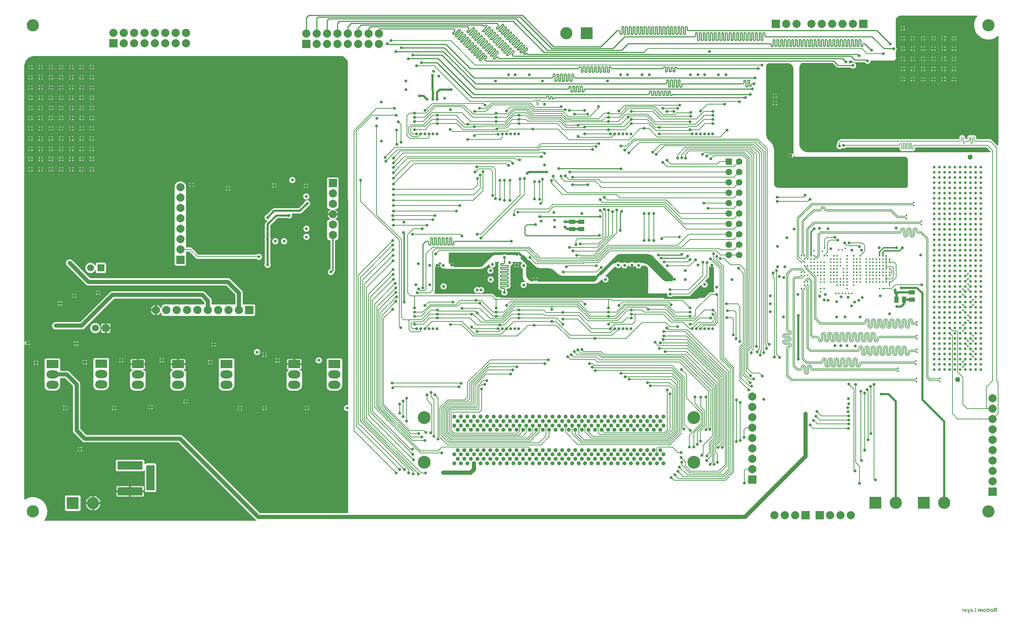
<source format=gbl>
G04 Layer_Physical_Order=4*
G04 Layer_Color=16711680*
%FSLAX43Y43*%
%MOMM*%
G71*
G01*
G75*
%ADD10C,0.233*%
%ADD11C,0.203*%
%ADD12C,0.229*%
%ADD13C,0.200*%
%ADD14C,0.500*%
%ADD17R,1.000X1.500*%
%ADD21R,1.500X1.000*%
%ADD30C,0.300*%
%ADD31C,1.000*%
%ADD33C,0.180*%
%ADD35C,3.150*%
%ADD36C,1.000*%
%ADD37C,1.270*%
%ADD38C,2.000*%
%ADD39R,2.000X2.000*%
%ADD40R,2.000X2.000*%
%ADD41O,3.000X2.000*%
%ADD42R,3.000X2.000*%
%ADD43C,3.000*%
%ADD44R,3.000X3.000*%
%ADD45C,1.600*%
%ADD46R,1.600X1.600*%
%ADD47R,1.700X1.700*%
%ADD48C,1.700*%
%ADD49R,6.200X2.000*%
%ADD50R,2.000X6.200*%
%ADD51C,0.700*%
%ADD52C,0.450*%
%ADD56C,0.640*%
G36*
X132739Y64035D02*
X132821Y63953D01*
X132806Y63809D01*
X132797Y63805D01*
X132640Y63685D01*
X132520Y63528D01*
X132444Y63346D01*
X132419Y63150D01*
X132444Y62954D01*
X132520Y62772D01*
X132640Y62615D01*
X132797Y62495D01*
X132925Y62442D01*
Y60625D01*
X132934Y60439D01*
X133007Y60073D01*
X133149Y59729D01*
X133356Y59420D01*
X133519Y59257D01*
X133447Y59149D01*
X133371Y59181D01*
X133175Y59206D01*
X132979Y59181D01*
X132797Y59105D01*
X132640Y58985D01*
X132520Y58828D01*
X132444Y58646D01*
X132419Y58450D01*
X132444Y58254D01*
X132520Y58072D01*
X132640Y57915D01*
X132797Y57795D01*
X132979Y57719D01*
X133175Y57694D01*
X133371Y57719D01*
X133553Y57795D01*
X133710Y57915D01*
X133830Y58072D01*
X133906Y58254D01*
X133931Y58450D01*
X133906Y58646D01*
X133830Y58828D01*
X133776Y58899D01*
X133864Y58993D01*
X133929Y58949D01*
X134273Y58807D01*
X134639Y58734D01*
X134825Y58725D01*
X150173D01*
X150422Y58737D01*
X150910Y58834D01*
X151370Y59025D01*
X151784Y59302D01*
X151969Y59469D01*
X152356Y59856D01*
X152426Y59821D01*
X152470Y59790D01*
X152494Y59604D01*
X152570Y59422D01*
X152690Y59265D01*
X152847Y59145D01*
X153029Y59069D01*
X153225Y59044D01*
X153421Y59069D01*
X153603Y59145D01*
X153760Y59265D01*
X153880Y59422D01*
X153956Y59604D01*
X153981Y59800D01*
X153956Y59996D01*
X153880Y60178D01*
X153760Y60335D01*
X153603Y60455D01*
X153421Y60531D01*
X153235Y60555D01*
X153204Y60599D01*
X153169Y60669D01*
X154931Y62431D01*
X154931Y62431D01*
Y62431D01*
X155108Y62608D01*
X155524Y62886D01*
X155670Y62946D01*
X155790Y62790D01*
X155947Y62670D01*
X156129Y62594D01*
X156325Y62569D01*
X156521Y62594D01*
X156703Y62670D01*
X156860Y62790D01*
X156980Y62947D01*
X157035Y63079D01*
X157165Y63061D01*
X157169Y63029D01*
X157245Y62847D01*
X157365Y62690D01*
X157522Y62570D01*
X157704Y62494D01*
X157900Y62469D01*
X158096Y62494D01*
X158278Y62570D01*
X158435Y62690D01*
X158555Y62847D01*
X158631Y63029D01*
X158650Y63175D01*
X159114D01*
X159131Y63089D01*
X159264Y62890D01*
X159450Y62766D01*
Y63325D01*
X159950D01*
Y62766D01*
X160135Y62890D01*
X160269Y63089D01*
X160286Y63175D01*
X160525D01*
X160544Y63029D01*
X160620Y62847D01*
X160740Y62690D01*
X160897Y62570D01*
X161079Y62494D01*
X161275Y62469D01*
X161471Y62494D01*
X161653Y62570D01*
X161810Y62690D01*
X161930Y62847D01*
X162006Y63029D01*
X162025Y63175D01*
X162816D01*
X162995Y63139D01*
X163163Y63070D01*
X163315Y62968D01*
X163443Y62840D01*
X163545Y62688D01*
X163614Y62520D01*
X163650Y62341D01*
Y62250D01*
Y56625D01*
X163655Y56576D01*
X163692Y56486D01*
X163761Y56417D01*
X163851Y56380D01*
X163900Y56375D01*
X168230D01*
X168314Y56280D01*
X168304Y56200D01*
X168329Y56004D01*
X168405Y55822D01*
X168525Y55665D01*
X168682Y55545D01*
X168864Y55469D01*
X169060Y55444D01*
X169256Y55469D01*
X169438Y55545D01*
X169595Y55665D01*
X169614Y55690D01*
X173600D01*
X173795Y55729D01*
X173960Y55840D01*
X176603Y58482D01*
X176737Y58436D01*
X176744Y58379D01*
X176820Y58197D01*
X176940Y58040D01*
X177097Y57920D01*
X177279Y57844D01*
X177475Y57819D01*
X177671Y57844D01*
X177853Y57920D01*
X178010Y58040D01*
X178130Y58197D01*
X178206Y58379D01*
X178231Y58575D01*
X178206Y58771D01*
X178130Y58953D01*
X178010Y59110D01*
X177853Y59230D01*
X177671Y59306D01*
X177614Y59313D01*
X177568Y59447D01*
X178435Y60315D01*
X178546Y60480D01*
X178585Y60675D01*
Y63007D01*
X178703Y63082D01*
X178712Y63081D01*
X178840Y62890D01*
X179025Y62766D01*
Y63325D01*
X179525D01*
Y62766D01*
X179623Y62831D01*
X179750Y62763D01*
Y58110D01*
X179744Y58096D01*
X179719Y57900D01*
X179744Y57704D01*
X179750Y57690D01*
Y56635D01*
X178975D01*
X178780Y56596D01*
X178615Y56485D01*
X177379Y55250D01*
X155071D01*
X154985Y55335D01*
X154820Y55446D01*
X154625Y55485D01*
X126494D01*
X126332Y55593D01*
X126225Y55700D01*
X126113Y55801D01*
X126057Y55839D01*
X125760Y56135D01*
X125595Y56246D01*
X125400Y56285D01*
X111460D01*
X111432Y56313D01*
X111375Y56450D01*
Y57075D01*
X111410Y57250D01*
Y62785D01*
X111537Y62825D01*
X111700Y62716D01*
Y63275D01*
X111950D01*
Y63525D01*
X112509D01*
X112385Y63710D01*
X112249Y63802D01*
X112287Y63929D01*
X112977D01*
X113020Y63802D01*
X112965Y63760D01*
X112845Y63603D01*
X112769Y63421D01*
X112743Y63225D01*
X112769Y63029D01*
X112845Y62847D01*
X112965Y62690D01*
X113122Y62570D01*
X113304Y62494D01*
X113500Y62468D01*
X113696Y62494D01*
X113723Y62506D01*
X113863Y62448D01*
X114076Y62405D01*
X114185Y62400D01*
X122448D01*
X122697Y62412D01*
X123185Y62509D01*
X123645Y62700D01*
X124059Y62977D01*
X124244Y63144D01*
X124456Y63356D01*
X124456Y63356D01*
Y63356D01*
X124633Y63533D01*
X124664Y63554D01*
X124772Y63487D01*
X124769Y63462D01*
X124794Y63267D01*
X124870Y63084D01*
X124990Y62928D01*
X125147Y62807D01*
X125184Y62792D01*
X125151Y62668D01*
X125050Y62681D01*
X124854Y62656D01*
X124672Y62580D01*
X124515Y62460D01*
X124395Y62303D01*
X124319Y62121D01*
X124294Y61925D01*
X124319Y61729D01*
X124395Y61547D01*
X124515Y61390D01*
X124672Y61270D01*
X124854Y61194D01*
X125050Y61169D01*
X125246Y61194D01*
X125428Y61270D01*
X125585Y61390D01*
X125705Y61547D01*
X125781Y61729D01*
X125806Y61925D01*
X125781Y62121D01*
X125705Y62303D01*
X125585Y62460D01*
X125428Y62580D01*
X125391Y62596D01*
X125424Y62719D01*
X125525Y62706D01*
X125721Y62732D01*
X125903Y62807D01*
X126060Y62928D01*
X126180Y63084D01*
X126256Y63267D01*
X126281Y63462D01*
X126256Y63658D01*
X126180Y63841D01*
X126079Y63973D01*
X126104Y64058D01*
X126135Y64100D01*
X127117D01*
X127155Y63973D01*
X127053Y63841D01*
X126978Y63658D01*
X126959Y63517D01*
X126948Y63462D01*
X126959Y63408D01*
X126978Y63267D01*
X127053Y63084D01*
X127121Y62996D01*
X127053Y62908D01*
X126978Y62726D01*
X126959Y62584D01*
X126948Y62530D01*
X126959Y62476D01*
X126978Y62334D01*
X127053Y62152D01*
X127121Y62063D01*
X127053Y61975D01*
X126978Y61793D01*
X126959Y61651D01*
X126948Y61597D01*
X126959Y61543D01*
X126978Y61401D01*
X127053Y61219D01*
X127121Y61131D01*
X127053Y61043D01*
X126978Y60860D01*
X126959Y60719D01*
X126948Y60664D01*
X126959Y60610D01*
X126978Y60469D01*
X127053Y60286D01*
X127121Y60198D01*
X127053Y60110D01*
X126978Y59927D01*
X126959Y59786D01*
X126948Y59732D01*
X126959Y59677D01*
X126978Y59536D01*
X127053Y59354D01*
X127121Y59265D01*
X127053Y59177D01*
X126978Y58995D01*
X126959Y58853D01*
X126948Y58799D01*
X126959Y58745D01*
X126978Y58603D01*
X127053Y58421D01*
X127121Y58333D01*
X127053Y58244D01*
X126978Y58062D01*
X126959Y57921D01*
X126948Y57866D01*
X126959Y57812D01*
X126978Y57671D01*
X127053Y57488D01*
X127173Y57332D01*
X127330Y57211D01*
X127512Y57136D01*
X127654Y57117D01*
X127708Y57106D01*
X127775D01*
X127831Y56993D01*
X127820Y56978D01*
X127744Y56796D01*
X127719Y56600D01*
X127744Y56404D01*
X127820Y56222D01*
X127940Y56065D01*
X128097Y55945D01*
X128279Y55869D01*
X128475Y55844D01*
X128671Y55869D01*
X128853Y55945D01*
X129010Y56065D01*
X129130Y56222D01*
X129206Y56404D01*
X129231Y56600D01*
X129206Y56796D01*
X129130Y56978D01*
X129010Y57135D01*
X129002Y57141D01*
Y57400D01*
X128993Y57446D01*
X128994Y57484D01*
X129072Y57573D01*
X129242D01*
X129296Y57584D01*
X129438Y57602D01*
X129620Y57678D01*
X129777Y57798D01*
X129897Y57955D01*
X129972Y58137D01*
X129991Y58278D01*
X130002Y58333D01*
X129991Y58387D01*
X129972Y58528D01*
X129897Y58711D01*
X129829Y58799D01*
X129897Y58887D01*
X129972Y59070D01*
X129991Y59211D01*
X130002Y59265D01*
X129991Y59320D01*
X129972Y59461D01*
X129897Y59643D01*
X129829Y59732D01*
X129897Y59820D01*
X129972Y60002D01*
X129991Y60144D01*
X130002Y60198D01*
X129991Y60252D01*
X129972Y60394D01*
X129897Y60576D01*
X129829Y60664D01*
X129897Y60753D01*
X129972Y60935D01*
X129991Y61076D01*
X130002Y61131D01*
X129991Y61185D01*
X129972Y61326D01*
X129897Y61509D01*
X129829Y61597D01*
X129897Y61685D01*
X129972Y61868D01*
X129991Y62009D01*
X130002Y62063D01*
X129991Y62118D01*
X129972Y62259D01*
X129897Y62442D01*
X129829Y62530D01*
X129897Y62618D01*
X129972Y62800D01*
X129991Y62942D01*
X130002Y62996D01*
X129991Y63050D01*
X129975Y63171D01*
X130153Y63245D01*
X130310Y63365D01*
X130430Y63522D01*
X130506Y63704D01*
X130531Y63900D01*
X130522Y63973D01*
X130633Y64100D01*
X132581D01*
X132739Y64035D01*
D02*
G37*
G36*
X245157Y-20840D02*
X245179Y-20843D01*
X245201Y-20849D01*
X245220Y-20857D01*
X245258Y-20874D01*
X245274Y-20883D01*
X245289Y-20893D01*
X245303Y-20903D01*
X245315Y-20914D01*
X245325Y-20924D01*
X245334Y-20931D01*
X245341Y-20938D01*
X245346Y-20944D01*
X245349Y-20947D01*
X245350Y-20949D01*
Y-20854D01*
X245520D01*
Y-21550D01*
X245335D01*
Y-21212D01*
Y-21177D01*
X245333Y-21148D01*
X245331Y-21123D01*
X245328Y-21104D01*
X245325Y-21089D01*
X245324Y-21079D01*
X245321Y-21072D01*
Y-21070D01*
X245315Y-21054D01*
X245308Y-21041D01*
X245299Y-21029D01*
X245292Y-21020D01*
X245284Y-21013D01*
X245278Y-21007D01*
X245274Y-21004D01*
X245273Y-21003D01*
X245259Y-20996D01*
X245246Y-20990D01*
X245233Y-20985D01*
X245221Y-20982D01*
X245211Y-20981D01*
X245202Y-20979D01*
X245182D01*
X245172Y-20982D01*
X245161Y-20984D01*
X245154Y-20987D01*
X245148Y-20990D01*
X245144Y-20991D01*
X245141Y-20994D01*
X245139D01*
X245126Y-21007D01*
X245116Y-21022D01*
X245113Y-21028D01*
X245110Y-21034D01*
X245109Y-21036D01*
Y-21038D01*
X245107Y-21044D01*
X245106Y-21053D01*
X245103Y-21070D01*
X245101Y-21092D01*
X245100Y-21114D01*
X245098Y-21136D01*
Y-21154D01*
Y-21159D01*
Y-21165D01*
Y-21168D01*
Y-21170D01*
Y-21550D01*
X244914D01*
Y-21216D01*
Y-21183D01*
X244911Y-21152D01*
X244910Y-21129D01*
X244907Y-21108D01*
X244904Y-21092D01*
X244902Y-21082D01*
X244899Y-21075D01*
Y-21073D01*
X244894Y-21057D01*
X244886Y-21044D01*
X244877Y-21031D01*
X244870Y-21022D01*
X244863Y-21015D01*
X244857Y-21009D01*
X244853Y-21006D01*
X244851Y-21004D01*
X244838Y-20996D01*
X244825Y-20990D01*
X244813Y-20985D01*
X244801Y-20982D01*
X244791Y-20981D01*
X244784Y-20979D01*
X244778D01*
X244759Y-20981D01*
X244743Y-20985D01*
X244730Y-20993D01*
X244718Y-20998D01*
X244711Y-21006D01*
X244703Y-21013D01*
X244700Y-21017D01*
X244699Y-21019D01*
X244696Y-21025D01*
X244693Y-21034D01*
X244687Y-21053D01*
X244684Y-21075D01*
X244683Y-21098D01*
X244681Y-21118D01*
X244680Y-21137D01*
Y-21143D01*
Y-21149D01*
Y-21152D01*
Y-21154D01*
Y-21550D01*
X244496D01*
Y-21107D01*
X244497Y-21072D01*
X244499Y-21042D01*
X244501Y-21017D01*
X244504Y-20997D01*
X244509Y-20981D01*
X244512Y-20971D01*
X244513Y-20963D01*
X244515Y-20962D01*
X244525Y-20941D01*
X244538Y-20922D01*
X244551Y-20906D01*
X244564Y-20895D01*
X244576Y-20884D01*
X244586Y-20877D01*
X244592Y-20873D01*
X244595Y-20871D01*
X244616Y-20861D01*
X244638Y-20852D01*
X244660Y-20846D01*
X244679Y-20843D01*
X244698Y-20840D01*
X244711Y-20839D01*
X244724D01*
X244746Y-20840D01*
X244766Y-20843D01*
X244787Y-20848D01*
X244803Y-20852D01*
X244818Y-20858D01*
X244829Y-20862D01*
X244835Y-20865D01*
X244838Y-20867D01*
X244857Y-20878D01*
X244876Y-20892D01*
X244892Y-20905D01*
X244907Y-20919D01*
X244918Y-20931D01*
X244929Y-20941D01*
X244935Y-20947D01*
X244936Y-20950D01*
X244949Y-20931D01*
X244962Y-20914D01*
X244976Y-20899D01*
X244989Y-20887D01*
X245000Y-20878D01*
X245009Y-20873D01*
X245015Y-20868D01*
X245018Y-20867D01*
X245037Y-20858D01*
X245056Y-20851D01*
X245075Y-20846D01*
X245094Y-20842D01*
X245110Y-20840D01*
X245122Y-20839D01*
X245134D01*
X245157Y-20840D01*
D02*
G37*
G36*
X242897D02*
X242918Y-20843D01*
X242938Y-20846D01*
X242957Y-20851D01*
X242973Y-20855D01*
X242989Y-20859D01*
X243002Y-20864D01*
X243014Y-20868D01*
X243024Y-20873D01*
X243033Y-20877D01*
X243040Y-20881D01*
X243046Y-20884D01*
X243050Y-20887D01*
X243052Y-20889D01*
X243053D01*
X243076Y-20909D01*
X243097Y-20933D01*
X243115Y-20956D01*
X243128Y-20981D01*
X243136Y-21003D01*
X243144Y-21020D01*
X243147Y-21026D01*
X243148Y-21032D01*
X243150Y-21035D01*
Y-21036D01*
X242984Y-21067D01*
X242978Y-21051D01*
X242971Y-21036D01*
X242964Y-21025D01*
X242957Y-21016D01*
X242951Y-21009D01*
X242945Y-21004D01*
X242942Y-21001D01*
X242940Y-21000D01*
X242929Y-20993D01*
X242917Y-20988D01*
X242891Y-20982D01*
X242880Y-20981D01*
X242872Y-20979D01*
X242863D01*
X242838Y-20981D01*
X242816Y-20982D01*
X242799Y-20987D01*
X242785Y-20991D01*
X242775Y-20996D01*
X242769Y-20998D01*
X242765Y-21001D01*
X242763Y-21003D01*
X242755Y-21013D01*
X242749Y-21025D01*
X242743Y-21036D01*
X242740Y-21050D01*
X242739Y-21061D01*
X242737Y-21070D01*
Y-21076D01*
Y-21079D01*
Y-21096D01*
X242747Y-21101D01*
X242759Y-21105D01*
X242787Y-21113D01*
X242816Y-21120D01*
X242845Y-21127D01*
X242873Y-21133D01*
X242885Y-21136D01*
X242897Y-21137D01*
X242905Y-21139D01*
X242911Y-21140D01*
X242916Y-21142D01*
X242917D01*
X242951Y-21149D01*
X242980Y-21156D01*
X243005Y-21164D01*
X243025Y-21171D01*
X243041Y-21177D01*
X243053Y-21181D01*
X243060Y-21184D01*
X243063Y-21186D01*
X243081Y-21196D01*
X243097Y-21208D01*
X243110Y-21219D01*
X243120Y-21231D01*
X243129Y-21241D01*
X243135Y-21250D01*
X243139Y-21256D01*
X243141Y-21257D01*
X243150Y-21275D01*
X243157Y-21293D01*
X243161Y-21310D01*
X243166Y-21326D01*
X243167Y-21341D01*
X243169Y-21351D01*
Y-21358D01*
Y-21361D01*
X243166Y-21393D01*
X243158Y-21423D01*
X243150Y-21448D01*
X243138Y-21470D01*
X243126Y-21487D01*
X243117Y-21500D01*
X243110Y-21508D01*
X243107Y-21510D01*
X243082Y-21530D01*
X243055Y-21544D01*
X243027Y-21553D01*
X242999Y-21560D01*
X242976Y-21565D01*
X242964Y-21566D01*
X242955D01*
X242948Y-21568D01*
X242938D01*
X242916Y-21566D01*
X242894Y-21565D01*
X242875Y-21560D01*
X242859Y-21556D01*
X242844Y-21553D01*
X242832Y-21549D01*
X242826Y-21547D01*
X242823Y-21546D01*
X242803Y-21535D01*
X242785Y-21525D01*
X242768Y-21513D01*
X242753Y-21502D01*
X242740Y-21491D01*
X242731Y-21483D01*
X242724Y-21477D01*
X242722Y-21475D01*
X242721Y-21481D01*
X242720Y-21489D01*
X242717Y-21494D01*
Y-21496D01*
Y-21497D01*
X242712Y-21509D01*
X242709Y-21521D01*
X242705Y-21530D01*
X242702Y-21537D01*
X242700Y-21543D01*
X242699Y-21547D01*
X242698Y-21549D01*
Y-21550D01*
X242516D01*
X242525Y-21531D01*
X242532Y-21515D01*
X242538Y-21499D01*
X242542Y-21486D01*
X242545Y-21474D01*
X242548Y-21465D01*
X242550Y-21459D01*
Y-21458D01*
X242553Y-21439D01*
X242554Y-21418D01*
X242557Y-21395D01*
Y-21373D01*
X242559Y-21352D01*
Y-21336D01*
Y-21331D01*
Y-21326D01*
Y-21323D01*
Y-21322D01*
X242556Y-21108D01*
Y-21086D01*
X242557Y-21067D01*
X242559Y-21048D01*
X242560Y-21032D01*
X242561Y-21016D01*
X242563Y-21003D01*
X242566Y-20991D01*
X242567Y-20981D01*
X242573Y-20963D01*
X242576Y-20952D01*
X242579Y-20944D01*
X242581Y-20943D01*
X242591Y-20927D01*
X242604Y-20912D01*
X242619Y-20899D01*
X242632Y-20889D01*
X242645Y-20880D01*
X242655Y-20874D01*
X242662Y-20870D01*
X242665Y-20868D01*
X242677Y-20862D01*
X242690Y-20858D01*
X242720Y-20851D01*
X242750Y-20846D01*
X242779Y-20842D01*
X242807Y-20840D01*
X242819D01*
X242829Y-20839D01*
X242875D01*
X242897Y-20840D01*
D02*
G37*
G36*
X247208Y-20716D02*
Y-20854D01*
X247293D01*
Y-21000D01*
X247208D01*
Y-21306D01*
Y-21323D01*
Y-21339D01*
X247207Y-21367D01*
Y-21391D01*
X247205Y-21408D01*
X247204Y-21420D01*
Y-21429D01*
X247202Y-21434D01*
Y-21436D01*
X247199Y-21452D01*
X247196Y-21467D01*
X247192Y-21478D01*
X247188Y-21490D01*
X247183Y-21497D01*
X247180Y-21505D01*
X247179Y-21508D01*
X247177Y-21509D01*
X247170Y-21518D01*
X247160Y-21527D01*
X247141Y-21540D01*
X247132Y-21546D01*
X247125Y-21549D01*
X247120Y-21550D01*
X247119Y-21551D01*
X247104Y-21557D01*
X247088Y-21560D01*
X247074Y-21563D01*
X247059Y-21566D01*
X247047D01*
X247038Y-21568D01*
X247030D01*
X247000Y-21566D01*
X246973Y-21563D01*
X246948Y-21559D01*
X246926Y-21554D01*
X246908Y-21550D01*
X246895Y-21546D01*
X246886Y-21543D01*
X246883Y-21541D01*
X246899Y-21398D01*
X246917Y-21404D01*
X246932Y-21408D01*
X246945Y-21411D01*
X246955Y-21412D01*
X246964Y-21414D01*
X246970Y-21415D01*
X246974D01*
X246986Y-21414D01*
X246996Y-21411D01*
X247002Y-21408D01*
X247005Y-21407D01*
X247012Y-21399D01*
X247018Y-21392D01*
X247021Y-21386D01*
Y-21383D01*
Y-21380D01*
X247022Y-21374D01*
Y-21361D01*
Y-21345D01*
X247024Y-21328D01*
Y-21312D01*
Y-21297D01*
Y-21291D01*
Y-21287D01*
Y-21285D01*
Y-21284D01*
Y-21000D01*
X246898D01*
Y-20854D01*
X247024D01*
Y-20608D01*
X247208Y-20716D01*
D02*
G37*
G36*
X242200Y-21551D02*
X242207Y-21572D01*
X242215Y-21591D01*
X242222Y-21607D01*
X242229Y-21622D01*
X242237Y-21633D01*
X242243Y-21641D01*
X242245Y-21647D01*
X242247Y-21648D01*
X242260Y-21661D01*
X242275Y-21671D01*
X242291Y-21677D01*
X242305Y-21683D01*
X242320Y-21686D01*
X242332Y-21688D01*
X242342D01*
X242368Y-21686D01*
X242382Y-21685D01*
X242393Y-21683D01*
X242405Y-21682D01*
X242412Y-21680D01*
X242418Y-21679D01*
X242420D01*
X242403Y-21822D01*
X242365Y-21829D01*
X242348Y-21831D01*
X242332Y-21832D01*
X242319Y-21834D01*
X242281D01*
X242263Y-21832D01*
X242247Y-21829D01*
X242232Y-21828D01*
X242222Y-21825D01*
X242213Y-21824D01*
X242207Y-21822D01*
X242206D01*
X242191Y-21818D01*
X242177Y-21812D01*
X242165Y-21806D01*
X242155Y-21802D01*
X242147Y-21797D01*
X242140Y-21793D01*
X242137Y-21791D01*
X242136Y-21790D01*
X242115Y-21774D01*
X242099Y-21758D01*
X242093Y-21750D01*
X242089Y-21745D01*
X242086Y-21740D01*
X242085Y-21739D01*
X242076Y-21726D01*
X242068Y-21711D01*
X242061Y-21695D01*
X242054Y-21680D01*
X242048Y-21666D01*
X242044Y-21655D01*
X242041Y-21648D01*
X242039Y-21645D01*
X241994Y-21524D01*
X241748Y-20854D01*
X241938D01*
X242102Y-21348D01*
X242267Y-20854D01*
X242463D01*
X242200Y-21551D01*
D02*
G37*
G36*
X163964Y65952D02*
X164426Y65761D01*
X164842Y65483D01*
X165019Y65306D01*
X165019Y65306D01*
X169703Y60622D01*
X169764Y60567D01*
X169847Y60511D01*
X169852Y60496D01*
X169842Y60367D01*
X169683Y60260D01*
X169559Y60075D01*
X170119D01*
Y59575D01*
X169559D01*
X169658Y59427D01*
X169606Y59300D01*
X168135D01*
X167838Y59359D01*
X167559Y59475D01*
X167307Y59643D01*
X167200Y59750D01*
X167200Y59750D01*
Y59750D01*
X163844Y63106D01*
X163659Y63273D01*
X163245Y63550D01*
X162785Y63741D01*
X162297Y63838D01*
X162048Y63850D01*
X161692D01*
X161653Y63880D01*
X161471Y63956D01*
X161275Y63981D01*
X161079Y63956D01*
X160897Y63880D01*
X160858Y63850D01*
X160242D01*
X160235Y63860D01*
X160078Y63980D01*
X159896Y64056D01*
X159700Y64081D01*
X159504Y64056D01*
X159322Y63980D01*
X159165Y63860D01*
X159157Y63850D01*
X158317D01*
X158278Y63880D01*
X158096Y63956D01*
X157900Y63981D01*
X157704Y63956D01*
X157522Y63880D01*
X157482Y63850D01*
X156867D01*
X156860Y63860D01*
X156703Y63980D01*
X156521Y64056D01*
X156325Y64081D01*
X156129Y64056D01*
X155947Y63980D01*
X155790Y63860D01*
X155776Y63841D01*
X155769Y63841D01*
X155408Y63769D01*
X155068Y63628D01*
X154762Y63424D01*
X154625Y63300D01*
X154625Y63300D01*
Y63300D01*
X152113Y60788D01*
X151979Y60834D01*
X151944Y61011D01*
X151810Y61210D01*
X151663Y61309D01*
X151636Y61448D01*
X151640Y61465D01*
X152122Y61947D01*
X152150Y61944D01*
X152346Y61969D01*
X152528Y62045D01*
X152685Y62165D01*
X152805Y62322D01*
X152881Y62504D01*
X152906Y62700D01*
X152903Y62728D01*
X155642Y65467D01*
X155780Y65605D01*
X156107Y65823D01*
X156469Y65973D01*
X156854Y66050D01*
X163473D01*
X163964Y65952D01*
D02*
G37*
G36*
X88716Y114422D02*
X89084Y114270D01*
X89416Y114048D01*
X89698Y113766D01*
X89920Y113434D01*
X90072Y113066D01*
X90150Y112674D01*
Y112475D01*
Y79325D01*
X90200Y79300D01*
Y29160D01*
X90073Y29065D01*
X89950Y29081D01*
X89754Y29056D01*
X89572Y28980D01*
X89415Y28860D01*
X89295Y28703D01*
X89219Y28521D01*
X89194Y28325D01*
X89219Y28129D01*
X89295Y27947D01*
X89415Y27790D01*
X89572Y27670D01*
X89754Y27594D01*
X89950Y27569D01*
X90073Y27585D01*
X90200Y27490D01*
Y3315D01*
Y3065D01*
X90106Y2591D01*
X68568D01*
X49667Y21492D01*
X49479Y21636D01*
X49260Y21727D01*
X49025Y21758D01*
X26076D01*
X24608Y23226D01*
Y34125D01*
X24577Y34360D01*
X24486Y34579D01*
X24342Y34767D01*
X21942Y37167D01*
X21754Y37311D01*
X21535Y37402D01*
X21300Y37433D01*
X19677D01*
Y40143D01*
X19614Y40294D01*
X19498Y40410D01*
X19347Y40473D01*
X16184D01*
X16034Y40411D01*
X15977Y40353D01*
X15977Y40353D01*
X15977Y40353D01*
X15919Y40296D01*
X15857Y40146D01*
Y38065D01*
Y36557D01*
X15853Y36525D01*
X15857Y36493D01*
Y34017D01*
X15853Y33985D01*
X15857Y33953D01*
Y33561D01*
X15897Y33359D01*
X15976Y33170D01*
X16090Y32999D01*
X16235Y32854D01*
X16406Y32740D01*
X16596Y32661D01*
X16797Y32621D01*
X16900D01*
X17265Y32573D01*
X18265D01*
X18631Y32621D01*
X18971Y32762D01*
X19264Y32987D01*
X19329Y33072D01*
X19373Y33116D01*
X19441Y33217D01*
X19488Y33279D01*
X19498Y33303D01*
X19522Y33339D01*
X19625Y33587D01*
X19677Y33851D01*
Y35617D01*
X20924D01*
X22792Y33749D01*
Y22850D01*
X22823Y22615D01*
X22914Y22396D01*
X23058Y22208D01*
X25058Y20208D01*
X25246Y20064D01*
X25465Y19973D01*
X25700Y19942D01*
X48649D01*
X67550Y1041D01*
X67732Y902D01*
X67732Y889D01*
X67680Y775D01*
X15854D01*
X15801Y890D01*
X15840Y936D01*
X16128Y1406D01*
X16339Y1915D01*
X16468Y2451D01*
X16511Y3000D01*
X16468Y3549D01*
X16339Y4085D01*
X16128Y4594D01*
X15840Y5064D01*
X15483Y5483D01*
X15064Y5840D01*
X14594Y6128D01*
X14085Y6339D01*
X13549Y6468D01*
X13000Y6511D01*
X12451Y6468D01*
X11915Y6339D01*
X11406Y6128D01*
X11027Y5896D01*
X10900Y5967D01*
Y44224D01*
X11027Y44236D01*
X11045Y44147D01*
X11071Y44014D01*
X11205Y43814D01*
X11390Y43691D01*
Y44250D01*
Y44809D01*
X11205Y44685D01*
X11071Y44486D01*
X11045Y44353D01*
X11027Y44264D01*
X10900Y44276D01*
Y111960D01*
Y112210D01*
X10998Y112701D01*
X11189Y113163D01*
X11467Y113579D01*
X11821Y113933D01*
X12237Y114211D01*
X12699Y114402D01*
X13190Y114500D01*
X88324D01*
X88716Y114422D01*
D02*
G37*
G36*
X133945Y65055D02*
X133958Y64954D01*
X134034Y64772D01*
X134154Y64615D01*
X134311Y64495D01*
X134493Y64419D01*
X134594Y64406D01*
X135706Y63294D01*
X135891Y63127D01*
X136305Y62850D01*
X136765Y62659D01*
X137253Y62562D01*
X137502Y62550D01*
X139323D01*
X139814Y62452D01*
X140276Y62261D01*
X140692Y61983D01*
X140869Y61806D01*
X140869Y61806D01*
X141346Y61329D01*
X141511Y61179D01*
X141881Y60932D01*
X142292Y60762D01*
X142728Y60675D01*
X142950Y60664D01*
X149799D01*
X150045Y60676D01*
X150528Y60773D01*
X150649Y60823D01*
X150767Y60734D01*
X150806Y60539D01*
X150940Y60340D01*
X151139Y60206D01*
X151316Y60171D01*
X151362Y60037D01*
X150876Y59551D01*
X150804Y59479D01*
X150636Y59367D01*
X150449Y59289D01*
X150251Y59250D01*
X136538D01*
X136485Y59377D01*
X136584Y59525D01*
X135466D01*
X135565Y59377D01*
X135512Y59250D01*
X135426D01*
X135108Y59313D01*
X134809Y59437D01*
X134540Y59617D01*
X134425Y59732D01*
X134187Y59970D01*
X133997Y60254D01*
X133867Y60569D01*
X133800Y60904D01*
Y62732D01*
X133830Y62772D01*
X133906Y62954D01*
X133931Y63150D01*
X133906Y63346D01*
X133830Y63528D01*
X133710Y63685D01*
X133581Y63784D01*
X133432Y64007D01*
X133325Y64125D01*
X132394Y65056D01*
X132381Y65068D01*
X132408Y65149D01*
X132433Y65192D01*
X132657Y65236D01*
X132857Y65370D01*
X132990Y65569D01*
X133034Y65787D01*
X133147Y65853D01*
X133945Y65055D01*
D02*
G37*
G36*
X244284Y124210D02*
X244160Y124064D01*
X243872Y123594D01*
X243661Y123085D01*
X243532Y122549D01*
X243489Y122000D01*
X243532Y121451D01*
X243661Y120915D01*
X243872Y120406D01*
X244160Y119936D01*
X244517Y119517D01*
X244936Y119160D01*
X245406Y118872D01*
X245915Y118661D01*
X246451Y118532D01*
X247000Y118489D01*
X247549Y118532D01*
X248085Y118661D01*
X248594Y118872D01*
X249064Y119160D01*
X249360Y119413D01*
X249475Y119359D01*
Y93465D01*
Y93215D01*
X249377Y92724D01*
X249324Y92596D01*
X249200Y92571D01*
X247760Y94010D01*
X247595Y94121D01*
X247400Y94160D01*
X244010D01*
Y94423D01*
X243999Y94479D01*
X243982Y94606D01*
X243911Y94776D01*
X243799Y94922D01*
X243653Y95034D01*
X243483Y95105D01*
X243356Y95121D01*
X243300Y95133D01*
X243244Y95121D01*
X243117Y95105D01*
X242947Y95034D01*
X242900Y94998D01*
X242853Y95034D01*
X242683Y95105D01*
X242556Y95121D01*
X242500Y95133D01*
X242444Y95121D01*
X242317Y95105D01*
X242147Y95034D01*
X242001Y94922D01*
X241889Y94776D01*
X241818Y94606D01*
X241801Y94479D01*
X241790Y94423D01*
Y94160D01*
X241375D01*
X241285Y94267D01*
Y94423D01*
X241274Y94478D01*
X241257Y94605D01*
X241186Y94776D01*
X241074Y94922D01*
X240928Y95034D01*
X240758Y95105D01*
X240631Y95121D01*
X240575Y95132D01*
X240519Y95121D01*
X240392Y95105D01*
X240222Y95034D01*
X240076Y94922D01*
X239964Y94776D01*
X239893Y94605D01*
X239876Y94478D01*
X239865Y94423D01*
Y94160D01*
X210900D01*
X210705Y94121D01*
X210540Y94010D01*
X210165Y93635D01*
X210054Y93470D01*
X210015Y93275D01*
Y93004D01*
X209990Y92985D01*
X209870Y92828D01*
X209794Y92646D01*
X209769Y92450D01*
X209794Y92254D01*
X209870Y92072D01*
X209990Y91915D01*
X210147Y91795D01*
X210329Y91719D01*
X210525Y91694D01*
X210721Y91719D01*
X210903Y91795D01*
X211060Y91915D01*
X211128Y92004D01*
X211172Y91970D01*
X211354Y91894D01*
X211550Y91869D01*
X211746Y91894D01*
X211928Y91970D01*
X212085Y92090D01*
X212104Y92115D01*
X225150D01*
X225240Y92008D01*
Y91851D01*
X225251Y91795D01*
X225268Y91668D01*
X225339Y91498D01*
X225451Y91351D01*
X225597Y91239D01*
X225767Y91169D01*
X225894Y91152D01*
X225950Y91141D01*
X226006Y91152D01*
X226133Y91169D01*
X226303Y91239D01*
X226350Y91275D01*
X226397Y91239D01*
X226567Y91169D01*
X226694Y91152D01*
X226750Y91141D01*
X226806Y91152D01*
X226933Y91169D01*
X227103Y91239D01*
X227150Y91275D01*
X227197Y91239D01*
X227367Y91169D01*
X227494Y91152D01*
X227550Y91141D01*
X227606Y91152D01*
X227733Y91169D01*
X227903Y91239D01*
X227950Y91275D01*
X227997Y91239D01*
X228167Y91169D01*
X228294Y91152D01*
X228350Y91141D01*
X228406Y91152D01*
X228533Y91169D01*
X228703Y91239D01*
X228849Y91351D01*
X228961Y91498D01*
X229032Y91668D01*
X229049Y91795D01*
X229060Y91851D01*
Y92115D01*
X246564D01*
X247540Y91139D01*
Y90996D01*
X247185Y90925D01*
X202571D01*
X202170Y91005D01*
X201792Y91161D01*
X201452Y91388D01*
X201163Y91677D01*
X200936Y92017D01*
X200780Y92395D01*
X200700Y92796D01*
Y93000D01*
Y111400D01*
Y111595D01*
X200776Y111976D01*
X200925Y112336D01*
X201141Y112659D01*
X201208Y112726D01*
X208858D01*
X209804Y111779D01*
X209974Y111666D01*
X210175Y111626D01*
X213282D01*
X213290Y111615D01*
X213447Y111495D01*
X213629Y111419D01*
X213825Y111394D01*
X214021Y111419D01*
X214203Y111495D01*
X214360Y111615D01*
X214480Y111772D01*
X214556Y111954D01*
X214581Y112150D01*
X214556Y112346D01*
X214480Y112528D01*
X214360Y112685D01*
X214203Y112805D01*
X214021Y112881D01*
X213825Y112906D01*
X213629Y112881D01*
X213447Y112805D01*
X213290Y112685D01*
X213282Y112674D01*
X212881D01*
X212810Y112780D01*
X212831Y112829D01*
X212856Y113025D01*
X212831Y113221D01*
X212811Y113269D01*
X212881Y113375D01*
X213583D01*
X213829Y113129D01*
X213999Y113016D01*
X214200Y112976D01*
X216723D01*
X216745Y112922D01*
X216865Y112765D01*
X217022Y112645D01*
X217204Y112569D01*
X217400Y112544D01*
X217596Y112569D01*
X217778Y112645D01*
X217935Y112765D01*
X218055Y112922D01*
X218131Y113104D01*
X218156Y113300D01*
X218222Y113375D01*
X223775D01*
X223877Y113385D01*
X224067Y113463D01*
X224212Y113608D01*
X224290Y113798D01*
X224300Y113900D01*
Y115657D01*
X224310Y115665D01*
X224430Y115822D01*
X224506Y116004D01*
X224531Y116200D01*
X224506Y116396D01*
X224430Y116578D01*
X224310Y116735D01*
X224300Y116743D01*
Y123175D01*
Y123288D01*
X224344Y123510D01*
X224431Y123720D01*
X224557Y123908D01*
X224717Y124068D01*
X224905Y124194D01*
X225115Y124281D01*
X225337Y124325D01*
X244231D01*
X244284Y124210D01*
D02*
G37*
G36*
X131991Y66244D02*
X131986Y66241D01*
X131852Y66041D01*
X131806Y65805D01*
X131843Y65618D01*
X131745Y65523D01*
X131742Y65522D01*
X131335Y65691D01*
X130847Y65788D01*
X130598Y65800D01*
X128909D01*
X128853Y65843D01*
X128671Y65918D01*
X128475Y65944D01*
X128279Y65918D01*
X128097Y65843D01*
X128041Y65800D01*
X126416D01*
X126282Y65793D01*
X126019Y65741D01*
X125772Y65639D01*
X125549Y65490D01*
X125450Y65400D01*
X125450Y65400D01*
Y65400D01*
X123317Y63267D01*
X123212Y63162D01*
X122965Y62997D01*
X122690Y62883D01*
X122399Y62825D01*
X116045D01*
X115977Y62952D01*
X116059Y63075D01*
X115500D01*
Y63325D01*
X115250D01*
Y63884D01*
X115064Y63760D01*
X114948Y63586D01*
X114821Y63610D01*
Y66187D01*
X114871Y66307D01*
X114929Y66365D01*
X131954D01*
X131991Y66244D01*
D02*
G37*
G36*
X198365Y112597D02*
X198592Y112503D01*
X198797Y112366D01*
X198971Y112192D01*
X199108Y111987D01*
X199202Y111759D01*
X199250Y111518D01*
Y111395D01*
Y90443D01*
X199123Y90404D01*
X199035Y90535D01*
X198850Y90659D01*
Y90100D01*
Y89541D01*
X199035Y89665D01*
X199169Y89864D01*
X199212Y90079D01*
X199280Y90104D01*
X199337Y90108D01*
X199343Y90094D01*
X199494Y89943D01*
X199693Y89861D01*
X199800Y89850D01*
X226529D01*
X226683Y89819D01*
X226829Y89759D01*
X226960Y89671D01*
X227071Y89560D01*
X227159Y89429D01*
X227219Y89283D01*
X227250Y89129D01*
Y89050D01*
Y82850D01*
Y82726D01*
X227155Y82496D01*
X226979Y82320D01*
X226749Y82225D01*
X195489D01*
X195272Y82268D01*
X195067Y82353D01*
X194883Y82476D01*
X194726Y82633D01*
X194603Y82817D01*
X194518Y83022D01*
X194475Y83239D01*
Y83350D01*
Y91548D01*
X194463Y91797D01*
X194366Y92285D01*
X194175Y92745D01*
X193898Y93159D01*
X193731Y93344D01*
X193269Y93806D01*
X193092Y93983D01*
X192814Y94399D01*
X192623Y94861D01*
X192525Y95352D01*
Y95602D01*
Y111954D01*
Y112022D01*
X192552Y112156D01*
X192604Y112281D01*
X192679Y112394D01*
X192775Y112491D01*
X192889Y112566D01*
X193014Y112618D01*
X193148Y112645D01*
X198123D01*
X198365Y112597D01*
D02*
G37*
G36*
X241390Y-20840D02*
X241414Y-20843D01*
X241436Y-20848D01*
X241458Y-20855D01*
X241479Y-20862D01*
X241498Y-20870D01*
X241514Y-20880D01*
X241530Y-20889D01*
X241545Y-20897D01*
X241556Y-20906D01*
X241568Y-20915D01*
X241577Y-20922D01*
X241584Y-20930D01*
X241589Y-20934D01*
X241592Y-20937D01*
X241593Y-20938D01*
X241609Y-20957D01*
X241622Y-20978D01*
X241634Y-21000D01*
X241644Y-21022D01*
X241653Y-21045D01*
X241660Y-21067D01*
X241671Y-21111D01*
X241675Y-21130D01*
X241678Y-21149D01*
X241679Y-21167D01*
X241681Y-21180D01*
X241682Y-21193D01*
Y-21202D01*
Y-21208D01*
Y-21209D01*
X241681Y-21235D01*
X241679Y-21260D01*
X241672Y-21307D01*
X241666Y-21329D01*
X241660Y-21348D01*
X241654Y-21367D01*
X241649Y-21383D01*
X241643Y-21398D01*
X241637Y-21411D01*
X241631Y-21423D01*
X241625Y-21431D01*
X241621Y-21439D01*
X241618Y-21445D01*
X241615Y-21448D01*
Y-21449D01*
X241597Y-21470D01*
X241578Y-21489D01*
X241558Y-21505D01*
X241536Y-21518D01*
X241514Y-21530D01*
X241491Y-21538D01*
X241469Y-21547D01*
X241447Y-21553D01*
X241426Y-21557D01*
X241407Y-21562D01*
X241391Y-21563D01*
X241375Y-21566D01*
X241363D01*
X241353Y-21568D01*
X241346D01*
X241305Y-21565D01*
X241268Y-21559D01*
X241236Y-21551D01*
X241208Y-21541D01*
X241186Y-21531D01*
X241176Y-21527D01*
X241169Y-21524D01*
X241163Y-21519D01*
X241158Y-21518D01*
X241157Y-21515D01*
X241156D01*
X241129Y-21493D01*
X241106Y-21468D01*
X241087Y-21443D01*
X241071Y-21418D01*
X241059Y-21396D01*
X241053Y-21386D01*
X241050Y-21377D01*
X241047Y-21372D01*
X241044Y-21366D01*
X241043Y-21363D01*
Y-21361D01*
X241226Y-21331D01*
X241232Y-21350D01*
X241239Y-21364D01*
X241248Y-21377D01*
X241255Y-21388D01*
X241261Y-21396D01*
X241267Y-21402D01*
X241270Y-21405D01*
X241271Y-21407D01*
X241283Y-21414D01*
X241295Y-21420D01*
X241308Y-21424D01*
X241318Y-21427D01*
X241328Y-21429D01*
X241337Y-21430D01*
X241344D01*
X241366Y-21429D01*
X241387Y-21423D01*
X241406Y-21415D01*
X241420Y-21407D01*
X241433Y-21399D01*
X241442Y-21392D01*
X241448Y-21386D01*
X241450Y-21385D01*
X241464Y-21366D01*
X241474Y-21345D01*
X241482Y-21325D01*
X241488Y-21303D01*
X241491Y-21285D01*
X241492Y-21269D01*
X241493Y-21263D01*
Y-21259D01*
Y-21257D01*
Y-21256D01*
X241033D01*
Y-21218D01*
X241036Y-21181D01*
X241040Y-21149D01*
X241044Y-21118D01*
X241052Y-21091D01*
X241059Y-21064D01*
X241066Y-21041D01*
X241075Y-21020D01*
X241082Y-21001D01*
X241091Y-20987D01*
X241098Y-20974D01*
X241104Y-20962D01*
X241110Y-20953D01*
X241115Y-20947D01*
X241117Y-20944D01*
X241119Y-20943D01*
X241137Y-20924D01*
X241156Y-20909D01*
X241175Y-20895D01*
X241195Y-20883D01*
X241215Y-20873D01*
X241236Y-20864D01*
X241256Y-20858D01*
X241275Y-20852D01*
X241293Y-20848D01*
X241311Y-20845D01*
X241325Y-20842D01*
X241338Y-20840D01*
X241350Y-20839D01*
X241365D01*
X241390Y-20840D01*
D02*
G37*
G36*
X240578D02*
X240592Y-20842D01*
X240605Y-20846D01*
X240617Y-20849D01*
X240627Y-20854D01*
X240635Y-20858D01*
X240639Y-20859D01*
X240641Y-20861D01*
X240654Y-20871D01*
X240668Y-20884D01*
X240681Y-20899D01*
X240693Y-20915D01*
X240703Y-20930D01*
X240712Y-20941D01*
X240718Y-20950D01*
X240720Y-20952D01*
Y-20854D01*
X240891D01*
Y-21550D01*
X240706D01*
Y-21336D01*
Y-21304D01*
Y-21275D01*
X240705Y-21249D01*
X240703Y-21225D01*
Y-21203D01*
X240702Y-21184D01*
X240701Y-21168D01*
X240699Y-21154D01*
X240698Y-21142D01*
X240696Y-21130D01*
X240695Y-21121D01*
Y-21115D01*
X240693Y-21110D01*
X240692Y-21107D01*
Y-21104D01*
X240686Y-21085D01*
X240679Y-21069D01*
X240671Y-21054D01*
X240664Y-21044D01*
X240658Y-21036D01*
X240654Y-21031D01*
X240651Y-21028D01*
X240649Y-21026D01*
X240639Y-21019D01*
X240627Y-21013D01*
X240616Y-21010D01*
X240605Y-21007D01*
X240597Y-21006D01*
X240589Y-21004D01*
X240583D01*
X240567Y-21006D01*
X240553Y-21009D01*
X240538Y-21015D01*
X240523Y-21019D01*
X240513Y-21025D01*
X240503Y-21031D01*
X240497Y-21034D01*
X240496Y-21035D01*
X240439Y-20874D01*
X240461Y-20862D01*
X240483Y-20854D01*
X240504Y-20848D01*
X240522Y-20843D01*
X240538Y-20840D01*
X240551Y-20839D01*
X240562D01*
X240578Y-20840D01*
D02*
G37*
G36*
X249003Y-21550D02*
X248586D01*
X248561Y-21549D01*
X248522D01*
X248504Y-21547D01*
X248478D01*
X248468Y-21546D01*
X248453D01*
X248449Y-21544D01*
X248443D01*
X248415Y-21540D01*
X248390Y-21534D01*
X248368Y-21527D01*
X248349Y-21518D01*
X248333Y-21510D01*
X248321Y-21505D01*
X248316Y-21500D01*
X248313Y-21499D01*
X248294Y-21484D01*
X248278Y-21467D01*
X248263Y-21451D01*
X248251Y-21434D01*
X248242Y-21421D01*
X248235Y-21410D01*
X248231Y-21402D01*
X248229Y-21399D01*
X248219Y-21376D01*
X248212Y-21354D01*
X248206Y-21332D01*
X248203Y-21313D01*
X248200Y-21295D01*
X248199Y-21284D01*
Y-21275D01*
Y-21272D01*
X248200Y-21241D01*
X248206Y-21213D01*
X248213Y-21190D01*
X248222Y-21168D01*
X248232Y-21151D01*
X248240Y-21137D01*
X248245Y-21130D01*
X248247Y-21127D01*
X248266Y-21105D01*
X248288Y-21086D01*
X248310Y-21072D01*
X248332Y-21060D01*
X248351Y-21051D01*
X248367Y-21044D01*
X248373Y-21042D01*
X248377Y-21041D01*
X248380Y-21039D01*
X248381D01*
X248360Y-21028D01*
X248339Y-21015D01*
X248323Y-21001D01*
X248308Y-20987D01*
X248297Y-20975D01*
X248289Y-20965D01*
X248283Y-20959D01*
X248282Y-20956D01*
X248270Y-20934D01*
X248262Y-20912D01*
X248254Y-20892D01*
X248250Y-20873D01*
X248247Y-20857D01*
X248245Y-20843D01*
Y-20835D01*
Y-20832D01*
X248247Y-20808D01*
X248250Y-20788D01*
X248256Y-20769D01*
X248260Y-20751D01*
X248266Y-20738D01*
X248272Y-20728D01*
X248275Y-20722D01*
X248276Y-20719D01*
X248288Y-20701D01*
X248300Y-20685D01*
X248313Y-20672D01*
X248323Y-20660D01*
X248333Y-20650D01*
X248342Y-20644D01*
X248348Y-20640D01*
X248349Y-20639D01*
X248367Y-20628D01*
X248383Y-20620D01*
X248400Y-20612D01*
X248417Y-20608D01*
X248430Y-20603D01*
X248440Y-20600D01*
X248447Y-20599D01*
X248450D01*
X248474Y-20596D01*
X248500Y-20593D01*
X248528Y-20592D01*
X248556Y-20590D01*
X248580Y-20589D01*
X249003D01*
Y-21550D01*
D02*
G37*
G36*
X243934D02*
X243258D01*
Y-21388D01*
X243739D01*
Y-20598D01*
X243934D01*
Y-21550D01*
D02*
G37*
G36*
X246048Y-20840D02*
X246082Y-20846D01*
X246114Y-20854D01*
X246142Y-20861D01*
X246163Y-20870D01*
X246174Y-20874D01*
X246181Y-20877D01*
X246187Y-20880D01*
X246191Y-20883D01*
X246194Y-20884D01*
X246196D01*
X246225Y-20903D01*
X246250Y-20924D01*
X246272Y-20946D01*
X246289Y-20968D01*
X246304Y-20987D01*
X246314Y-21001D01*
X246319Y-21007D01*
X246322Y-21012D01*
X246323Y-21015D01*
Y-21016D01*
X246338Y-21048D01*
X246348Y-21080D01*
X246357Y-21110D01*
X246361Y-21137D01*
X246364Y-21161D01*
X246365Y-21171D01*
Y-21178D01*
X246367Y-21186D01*
Y-21190D01*
Y-21193D01*
Y-21194D01*
X246365Y-21237D01*
X246360Y-21276D01*
X246352Y-21312D01*
X246345Y-21341D01*
X246341Y-21354D01*
X246336Y-21366D01*
X246333Y-21374D01*
X246330Y-21383D01*
X246327Y-21389D01*
X246324Y-21393D01*
X246323Y-21396D01*
Y-21398D01*
X246304Y-21427D01*
X246283Y-21453D01*
X246262Y-21475D01*
X246240Y-21493D01*
X246221Y-21506D01*
X246206Y-21516D01*
X246200Y-21521D01*
X246196Y-21524D01*
X246193Y-21525D01*
X246191D01*
X246159Y-21540D01*
X246127Y-21550D01*
X246096Y-21557D01*
X246068Y-21562D01*
X246045Y-21565D01*
X246035Y-21566D01*
X246026Y-21568D01*
X246010D01*
X245982Y-21566D01*
X245954Y-21563D01*
X245928Y-21557D01*
X245905Y-21551D01*
X245881Y-21544D01*
X245861Y-21535D01*
X245842Y-21525D01*
X245824Y-21515D01*
X245808Y-21506D01*
X245793Y-21496D01*
X245782Y-21487D01*
X245771Y-21480D01*
X245764Y-21474D01*
X245758Y-21468D01*
X245755Y-21465D01*
X245754Y-21464D01*
X245736Y-21443D01*
X245720Y-21423D01*
X245707Y-21401D01*
X245694Y-21379D01*
X245685Y-21357D01*
X245676Y-21335D01*
X245669Y-21314D01*
X245665Y-21294D01*
X245660Y-21275D01*
X245657Y-21257D01*
X245654Y-21241D01*
X245653Y-21228D01*
X245651Y-21216D01*
Y-21209D01*
Y-21203D01*
Y-21202D01*
X245653Y-21173D01*
X245656Y-21146D01*
X245660Y-21120D01*
X245668Y-21095D01*
X245675Y-21073D01*
X245684Y-21051D01*
X245692Y-21032D01*
X245701Y-21013D01*
X245711Y-20997D01*
X245720Y-20984D01*
X245729Y-20971D01*
X245736Y-20962D01*
X245744Y-20953D01*
X245748Y-20947D01*
X245751Y-20944D01*
X245752Y-20943D01*
X245771Y-20924D01*
X245792Y-20909D01*
X245814Y-20895D01*
X245836Y-20883D01*
X245856Y-20873D01*
X245878Y-20864D01*
X245899Y-20858D01*
X245919Y-20852D01*
X245938Y-20848D01*
X245954Y-20845D01*
X245970Y-20842D01*
X245984Y-20840D01*
X245995Y-20839D01*
X246010D01*
X246048Y-20840D01*
D02*
G37*
G36*
X246762Y-20716D02*
Y-20854D01*
X246847D01*
Y-21000D01*
X246762D01*
Y-21306D01*
Y-21323D01*
Y-21339D01*
X246760Y-21367D01*
Y-21391D01*
X246759Y-21408D01*
X246758Y-21420D01*
Y-21429D01*
X246756Y-21434D01*
Y-21436D01*
X246753Y-21452D01*
X246750Y-21467D01*
X246746Y-21478D01*
X246741Y-21490D01*
X246737Y-21497D01*
X246734Y-21505D01*
X246733Y-21508D01*
X246731Y-21509D01*
X246724Y-21518D01*
X246714Y-21527D01*
X246695Y-21540D01*
X246686Y-21546D01*
X246678Y-21549D01*
X246674Y-21550D01*
X246673Y-21551D01*
X246658Y-21557D01*
X246642Y-21560D01*
X246627Y-21563D01*
X246613Y-21566D01*
X246601D01*
X246592Y-21568D01*
X246583D01*
X246554Y-21566D01*
X246526Y-21563D01*
X246501Y-21559D01*
X246480Y-21554D01*
X246462Y-21550D01*
X246449Y-21546D01*
X246440Y-21543D01*
X246437Y-21541D01*
X246453Y-21398D01*
X246471Y-21404D01*
X246485Y-21408D01*
X246499Y-21411D01*
X246509Y-21412D01*
X246518Y-21414D01*
X246523Y-21415D01*
X246528D01*
X246540Y-21414D01*
X246550Y-21411D01*
X246556Y-21408D01*
X246559Y-21407D01*
X246566Y-21399D01*
X246572Y-21392D01*
X246575Y-21386D01*
Y-21383D01*
Y-21380D01*
X246576Y-21374D01*
Y-21361D01*
Y-21345D01*
X246578Y-21328D01*
Y-21312D01*
Y-21297D01*
Y-21291D01*
Y-21287D01*
Y-21285D01*
Y-21284D01*
Y-21000D01*
X246452D01*
Y-20854D01*
X246578D01*
Y-20608D01*
X246762Y-20716D01*
D02*
G37*
G36*
X247760Y-20840D02*
X247793Y-20846D01*
X247826Y-20854D01*
X247853Y-20861D01*
X247875Y-20870D01*
X247885Y-20874D01*
X247893Y-20877D01*
X247899Y-20880D01*
X247903Y-20883D01*
X247906Y-20884D01*
X247907D01*
X247937Y-20903D01*
X247962Y-20924D01*
X247984Y-20946D01*
X248001Y-20968D01*
X248016Y-20987D01*
X248026Y-21001D01*
X248030Y-21007D01*
X248033Y-21012D01*
X248035Y-21015D01*
Y-21016D01*
X248049Y-21048D01*
X248060Y-21080D01*
X248068Y-21110D01*
X248073Y-21137D01*
X248076Y-21161D01*
X248077Y-21171D01*
Y-21178D01*
X248079Y-21186D01*
Y-21190D01*
Y-21193D01*
Y-21194D01*
X248077Y-21237D01*
X248071Y-21276D01*
X248064Y-21312D01*
X248057Y-21341D01*
X248052Y-21354D01*
X248048Y-21366D01*
X248045Y-21374D01*
X248042Y-21383D01*
X248039Y-21389D01*
X248036Y-21393D01*
X248035Y-21396D01*
Y-21398D01*
X248016Y-21427D01*
X247995Y-21453D01*
X247973Y-21475D01*
X247951Y-21493D01*
X247932Y-21506D01*
X247918Y-21516D01*
X247912Y-21521D01*
X247907Y-21524D01*
X247905Y-21525D01*
X247903D01*
X247871Y-21540D01*
X247839Y-21550D01*
X247808Y-21557D01*
X247780Y-21562D01*
X247757Y-21565D01*
X247747Y-21566D01*
X247738Y-21568D01*
X247722D01*
X247694Y-21566D01*
X247666Y-21563D01*
X247640Y-21557D01*
X247616Y-21551D01*
X247593Y-21544D01*
X247572Y-21535D01*
X247553Y-21525D01*
X247536Y-21515D01*
X247520Y-21506D01*
X247505Y-21496D01*
X247493Y-21487D01*
X247483Y-21480D01*
X247476Y-21474D01*
X247470Y-21468D01*
X247467Y-21465D01*
X247466Y-21464D01*
X247448Y-21443D01*
X247432Y-21423D01*
X247419Y-21401D01*
X247406Y-21379D01*
X247397Y-21357D01*
X247388Y-21335D01*
X247381Y-21314D01*
X247376Y-21294D01*
X247372Y-21275D01*
X247369Y-21257D01*
X247366Y-21241D01*
X247365Y-21228D01*
X247363Y-21216D01*
Y-21209D01*
Y-21203D01*
Y-21202D01*
X247365Y-21173D01*
X247368Y-21146D01*
X247372Y-21120D01*
X247379Y-21095D01*
X247387Y-21073D01*
X247395Y-21051D01*
X247404Y-21032D01*
X247413Y-21013D01*
X247423Y-20997D01*
X247432Y-20984D01*
X247441Y-20971D01*
X247448Y-20962D01*
X247455Y-20953D01*
X247460Y-20947D01*
X247463Y-20944D01*
X247464Y-20943D01*
X247483Y-20924D01*
X247504Y-20909D01*
X247526Y-20895D01*
X247548Y-20883D01*
X247568Y-20873D01*
X247590Y-20864D01*
X247610Y-20858D01*
X247631Y-20852D01*
X247650Y-20848D01*
X247666Y-20845D01*
X247682Y-20842D01*
X247695Y-20840D01*
X247707Y-20839D01*
X247722D01*
X247760Y-20840D01*
D02*
G37*
%LPC*%
G36*
X122738Y57956D02*
X122542Y57931D01*
X122359Y57855D01*
X122256Y57776D01*
X122153Y57855D01*
X121971Y57931D01*
X121775Y57956D01*
X121579Y57931D01*
X121397Y57855D01*
X121240Y57735D01*
X121120Y57578D01*
X121044Y57396D01*
X121019Y57200D01*
X121044Y57004D01*
X121120Y56822D01*
X121240Y56665D01*
X121397Y56545D01*
X121579Y56469D01*
X121775Y56444D01*
X121971Y56469D01*
X122153Y56545D01*
X122256Y56624D01*
X122359Y56545D01*
X122542Y56469D01*
X122738Y56444D01*
X122933Y56469D01*
X123116Y56545D01*
X123272Y56665D01*
X123393Y56822D01*
X123468Y57004D01*
X123494Y57200D01*
X123468Y57396D01*
X123393Y57578D01*
X123272Y57735D01*
X123116Y57855D01*
X122933Y57931D01*
X122738Y57956D01*
D02*
G37*
G36*
X125100Y60556D02*
X124904Y60531D01*
X124722Y60455D01*
X124565Y60335D01*
X124445Y60178D01*
X124369Y59996D01*
X124344Y59800D01*
X124369Y59604D01*
X124445Y59422D01*
X124565Y59265D01*
X124722Y59145D01*
X124904Y59069D01*
X125100Y59044D01*
X125296Y59069D01*
X125478Y59145D01*
X125635Y59265D01*
X125755Y59422D01*
X125831Y59604D01*
X125856Y59800D01*
X125831Y59996D01*
X125755Y60178D01*
X125635Y60335D01*
X125478Y60455D01*
X125296Y60531D01*
X125100Y60556D01*
D02*
G37*
G36*
X113575Y58857D02*
X113379Y58831D01*
X113197Y58755D01*
X113040Y58635D01*
X112920Y58478D01*
X112844Y58296D01*
X112819Y58100D01*
X112844Y57904D01*
X112920Y57722D01*
X113040Y57565D01*
X113197Y57445D01*
X113379Y57369D01*
X113575Y57344D01*
X113771Y57369D01*
X113953Y57445D01*
X114110Y57565D01*
X114230Y57722D01*
X114306Y57904D01*
X114331Y58100D01*
X114306Y58296D01*
X114230Y58478D01*
X114110Y58635D01*
X113953Y58755D01*
X113771Y58831D01*
X113575Y58857D01*
D02*
G37*
G36*
X112509Y63025D02*
X112200D01*
Y62716D01*
X112385Y62840D01*
X112509Y63025D01*
D02*
G37*
G36*
X131250D02*
X130941D01*
X131065Y62840D01*
X131250Y62716D01*
Y63025D01*
D02*
G37*
G36*
X131750Y63834D02*
Y63525D01*
X132059D01*
X131935Y63710D01*
X131750Y63834D01*
D02*
G37*
G36*
X132059Y63025D02*
X131750D01*
Y62716D01*
X131935Y62840D01*
X132059Y63025D01*
D02*
G37*
G36*
X131250Y63834D02*
X131065Y63710D01*
X130941Y63525D01*
X131250D01*
Y63834D01*
D02*
G37*
G36*
X242739Y-21216D02*
X242737D01*
Y-21254D01*
Y-21278D01*
X242739Y-21295D01*
X242740Y-21312D01*
Y-21323D01*
X242741Y-21333D01*
X242743Y-21339D01*
X242744Y-21342D01*
Y-21344D01*
X242750Y-21357D01*
X242756Y-21369D01*
X242763Y-21379D01*
X242771Y-21388D01*
X242778Y-21395D01*
X242782Y-21401D01*
X242787Y-21404D01*
X242788Y-21405D01*
X242806Y-21415D01*
X242822Y-21424D01*
X242838Y-21430D01*
X242853Y-21433D01*
X242866Y-21436D01*
X242875Y-21437D01*
X242883D01*
X242899Y-21436D01*
X242913Y-21433D01*
X242926Y-21429D01*
X242936Y-21423D01*
X242945Y-21418D01*
X242951Y-21414D01*
X242955Y-21411D01*
X242957Y-21410D01*
X242965Y-21399D01*
X242973Y-21388D01*
X242977Y-21376D01*
X242981Y-21366D01*
X242983Y-21357D01*
X242984Y-21348D01*
Y-21344D01*
Y-21342D01*
X242983Y-21328D01*
X242978Y-21316D01*
X242973Y-21304D01*
X242967Y-21295D01*
X242961Y-21288D01*
X242955Y-21282D01*
X242951Y-21279D01*
X242949Y-21278D01*
X242938Y-21272D01*
X242924Y-21266D01*
X242907Y-21260D01*
X242891Y-21256D01*
X242875Y-21252D01*
X242861Y-21249D01*
X242853Y-21246D01*
X242850D01*
X242823Y-21240D01*
X242800Y-21234D01*
X242781Y-21230D01*
X242765Y-21225D01*
X242753Y-21221D01*
X242744Y-21219D01*
X242739Y-21216D01*
D02*
G37*
G36*
X20459Y89025D02*
X20150D01*
Y88716D01*
X20335Y88840D01*
X20459Y89025D01*
D02*
G37*
G36*
X22150D02*
X21841D01*
X21965Y88840D01*
X22150Y88716D01*
Y89025D01*
D02*
G37*
G36*
X24650D02*
X24341D01*
X24465Y88840D01*
X24650Y88716D01*
Y89025D01*
D02*
G37*
G36*
X25459D02*
X25150D01*
Y88716D01*
X25335Y88840D01*
X25459Y89025D01*
D02*
G37*
G36*
X22959D02*
X22650D01*
Y88716D01*
X22835Y88840D01*
X22959Y89025D01*
D02*
G37*
G36*
X19650D02*
X19341D01*
X19465Y88840D01*
X19650Y88716D01*
Y89025D01*
D02*
G37*
G36*
X12150D02*
X11841D01*
X11965Y88840D01*
X12150Y88716D01*
Y89025D01*
D02*
G37*
G36*
X25150Y87334D02*
Y87025D01*
X25459D01*
X25335Y87210D01*
X25150Y87334D01*
D02*
G37*
G36*
X27650D02*
Y87025D01*
X27959D01*
X27835Y87210D01*
X27650Y87334D01*
D02*
G37*
G36*
X27150D02*
X26965Y87210D01*
X26841Y87025D01*
X27150D01*
Y87334D01*
D02*
G37*
G36*
X12959Y89025D02*
X12650D01*
Y88716D01*
X12835Y88840D01*
X12959Y89025D01*
D02*
G37*
G36*
X17150D02*
X16841D01*
X16965Y88840D01*
X17150Y88716D01*
Y89025D01*
D02*
G37*
G36*
X17959D02*
X17650D01*
Y88716D01*
X17835Y88840D01*
X17959Y89025D01*
D02*
G37*
G36*
X14650D02*
X14341D01*
X14465Y88840D01*
X14650Y88716D01*
Y89025D01*
D02*
G37*
G36*
X15459D02*
X15150D01*
Y88716D01*
X15335Y88840D01*
X15459Y89025D01*
D02*
G37*
G36*
X22650Y89834D02*
Y89525D01*
X22959D01*
X22835Y89710D01*
X22650Y89834D01*
D02*
G37*
G36*
X24650D02*
X24465Y89710D01*
X24341Y89525D01*
X24650D01*
Y89834D01*
D02*
G37*
G36*
X20150D02*
Y89525D01*
X20459D01*
X20335Y89710D01*
X20150Y89834D01*
D02*
G37*
G36*
X22150D02*
X21965Y89710D01*
X21841Y89525D01*
X22150D01*
Y89834D01*
D02*
G37*
G36*
X25150D02*
Y89525D01*
X25459D01*
X25335Y89710D01*
X25150Y89834D01*
D02*
G37*
G36*
X27150D02*
X26965Y89710D01*
X26841Y89525D01*
X27150D01*
Y89834D01*
D02*
G37*
G36*
X27650D02*
Y89525D01*
X27959D01*
X27835Y89710D01*
X27650Y89834D01*
D02*
G37*
G36*
X12150D02*
X11965Y89710D01*
X11841Y89525D01*
X12150D01*
Y89834D01*
D02*
G37*
G36*
X12650D02*
Y89525D01*
X12959D01*
X12835Y89710D01*
X12650Y89834D01*
D02*
G37*
G36*
X27150Y89025D02*
X26841D01*
X26965Y88840D01*
X27150Y88716D01*
Y89025D01*
D02*
G37*
G36*
X27959D02*
X27650D01*
Y88716D01*
X27835Y88840D01*
X27959Y89025D01*
D02*
G37*
G36*
X14650Y89834D02*
X14465Y89710D01*
X14341Y89525D01*
X14650D01*
Y89834D01*
D02*
G37*
G36*
X17650D02*
Y89525D01*
X17959D01*
X17835Y89710D01*
X17650Y89834D01*
D02*
G37*
G36*
X19650D02*
X19465Y89710D01*
X19341Y89525D01*
X19650D01*
Y89834D01*
D02*
G37*
G36*
X15150D02*
Y89525D01*
X15459D01*
X15335Y89710D01*
X15150Y89834D01*
D02*
G37*
G36*
X17150D02*
X16965Y89710D01*
X16841Y89525D01*
X17150D01*
Y89834D01*
D02*
G37*
G36*
X24650Y87334D02*
X24465Y87210D01*
X24341Y87025D01*
X24650D01*
Y87334D01*
D02*
G37*
G36*
X76536Y84881D02*
X76340Y84856D01*
X76157Y84780D01*
X76001Y84660D01*
X75881Y84503D01*
X75805Y84321D01*
X75779Y84125D01*
X75805Y83929D01*
X75881Y83747D01*
X76001Y83590D01*
X76157Y83470D01*
X76340Y83394D01*
X76536Y83369D01*
X76732Y83394D01*
X76914Y83470D01*
X77071Y83590D01*
X77191Y83747D01*
X77266Y83929D01*
X77292Y84125D01*
X77266Y84321D01*
X77191Y84503D01*
X77071Y84660D01*
X76914Y84780D01*
X76732Y84856D01*
X76536Y84881D01*
D02*
G37*
G36*
X12150Y86525D02*
X11841D01*
X11965Y86340D01*
X12150Y86216D01*
Y86525D01*
D02*
G37*
G36*
X51575Y83534D02*
X51390Y83410D01*
X51266Y83225D01*
X51575D01*
Y83534D01*
D02*
G37*
G36*
X52075D02*
Y83225D01*
X52384D01*
X52260Y83410D01*
X52075Y83534D01*
D02*
G37*
G36*
X12959Y86525D02*
X12650D01*
Y86216D01*
X12835Y86340D01*
X12959Y86525D01*
D02*
G37*
G36*
X17150D02*
X16841D01*
X16965Y86340D01*
X17150Y86216D01*
Y86525D01*
D02*
G37*
G36*
X17959D02*
X17650D01*
Y86216D01*
X17835Y86340D01*
X17959Y86525D01*
D02*
G37*
G36*
X14650D02*
X14341D01*
X14465Y86340D01*
X14650Y86216D01*
Y86525D01*
D02*
G37*
G36*
X15459D02*
X15150D01*
Y86216D01*
X15335Y86340D01*
X15459Y86525D01*
D02*
G37*
G36*
X61000Y82659D02*
Y82350D01*
X61309D01*
X61185Y82535D01*
X61000Y82659D01*
D02*
G37*
G36*
X51575Y82725D02*
X51266D01*
X51390Y82539D01*
X51575Y82416D01*
Y82725D01*
D02*
G37*
G36*
X72684Y82575D02*
X72375D01*
Y82266D01*
X72560Y82390D01*
X72684Y82575D01*
D02*
G37*
G36*
X60500Y82659D02*
X60315Y82535D01*
X60191Y82350D01*
X60500D01*
Y82659D01*
D02*
G37*
G36*
X52384Y82725D02*
X52075D01*
Y82416D01*
X52260Y82539D01*
X52384Y82725D01*
D02*
G37*
G36*
X71875Y83384D02*
X71690Y83260D01*
X71566Y83075D01*
X71875D01*
Y83384D01*
D02*
G37*
G36*
X72375D02*
Y83075D01*
X72684D01*
X72560Y83260D01*
X72375Y83384D01*
D02*
G37*
G36*
X79586Y83284D02*
X79400Y83161D01*
X79276Y82975D01*
X79586D01*
Y83284D01*
D02*
G37*
G36*
X80086D02*
Y82975D01*
X80395D01*
X80271Y83161D01*
X80086Y83284D01*
D02*
G37*
G36*
X15150Y87334D02*
Y87025D01*
X15459D01*
X15335Y87210D01*
X15150Y87334D01*
D02*
G37*
G36*
X17150D02*
X16965Y87210D01*
X16841Y87025D01*
X17150D01*
Y87334D01*
D02*
G37*
G36*
X12650D02*
Y87025D01*
X12959D01*
X12835Y87210D01*
X12650Y87334D01*
D02*
G37*
G36*
X14650D02*
X14465Y87210D01*
X14341Y87025D01*
X14650D01*
Y87334D01*
D02*
G37*
G36*
X17650D02*
Y87025D01*
X17959D01*
X17835Y87210D01*
X17650Y87334D01*
D02*
G37*
G36*
X22150D02*
X21965Y87210D01*
X21841Y87025D01*
X22150D01*
Y87334D01*
D02*
G37*
G36*
X22650D02*
Y87025D01*
X22959D01*
X22835Y87210D01*
X22650Y87334D01*
D02*
G37*
G36*
X19650D02*
X19465Y87210D01*
X19341Y87025D01*
X19650D01*
Y87334D01*
D02*
G37*
G36*
X20150D02*
Y87025D01*
X20459D01*
X20335Y87210D01*
X20150Y87334D01*
D02*
G37*
G36*
X22150Y86525D02*
X21841D01*
X21965Y86340D01*
X22150Y86216D01*
Y86525D01*
D02*
G37*
G36*
X22959D02*
X22650D01*
Y86216D01*
X22835Y86340D01*
X22959Y86525D01*
D02*
G37*
G36*
X19650D02*
X19341D01*
X19465Y86340D01*
X19650Y86216D01*
Y86525D01*
D02*
G37*
G36*
X20459D02*
X20150D01*
Y86216D01*
X20335Y86340D01*
X20459Y86525D01*
D02*
G37*
G36*
X24650D02*
X24341D01*
X24465Y86340D01*
X24650Y86216D01*
Y86525D01*
D02*
G37*
G36*
X27959D02*
X27650D01*
Y86216D01*
X27835Y86340D01*
X27959Y86525D01*
D02*
G37*
G36*
X12150Y87334D02*
X11965Y87210D01*
X11841Y87025D01*
X12150D01*
Y87334D01*
D02*
G37*
G36*
X25459Y86525D02*
X25150D01*
Y86216D01*
X25335Y86340D01*
X25459Y86525D01*
D02*
G37*
G36*
X27150D02*
X26841D01*
X26965Y86340D01*
X27150Y86216D01*
Y86525D01*
D02*
G37*
G36*
X20150Y94834D02*
Y94525D01*
X20459D01*
X20335Y94710D01*
X20150Y94834D01*
D02*
G37*
G36*
X22150D02*
X21965Y94710D01*
X21841Y94525D01*
X22150D01*
Y94834D01*
D02*
G37*
G36*
X17650D02*
Y94525D01*
X17959D01*
X17835Y94710D01*
X17650Y94834D01*
D02*
G37*
G36*
X19650D02*
X19465Y94710D01*
X19341Y94525D01*
X19650D01*
Y94834D01*
D02*
G37*
G36*
X22650D02*
Y94525D01*
X22959D01*
X22835Y94710D01*
X22650Y94834D01*
D02*
G37*
G36*
X27150D02*
X26965Y94710D01*
X26841Y94525D01*
X27150D01*
Y94834D01*
D02*
G37*
G36*
X27650D02*
Y94525D01*
X27959D01*
X27835Y94710D01*
X27650Y94834D01*
D02*
G37*
G36*
X24650D02*
X24465Y94710D01*
X24341Y94525D01*
X24650D01*
Y94834D01*
D02*
G37*
G36*
X25150D02*
Y94525D01*
X25459D01*
X25335Y94710D01*
X25150Y94834D01*
D02*
G37*
G36*
X27150Y94025D02*
X26841D01*
X26965Y93840D01*
X27150Y93716D01*
Y94025D01*
D02*
G37*
G36*
X27959D02*
X27650D01*
Y93716D01*
X27835Y93840D01*
X27959Y94025D01*
D02*
G37*
G36*
X24650D02*
X24341D01*
X24465Y93840D01*
X24650Y93716D01*
Y94025D01*
D02*
G37*
G36*
X25459D02*
X25150D01*
Y93716D01*
X25335Y93840D01*
X25459Y94025D01*
D02*
G37*
G36*
X12150Y94834D02*
X11965Y94710D01*
X11841Y94525D01*
X12150D01*
Y94834D01*
D02*
G37*
G36*
X15150D02*
Y94525D01*
X15459D01*
X15335Y94710D01*
X15150Y94834D01*
D02*
G37*
G36*
X17150D02*
X16965Y94710D01*
X16841Y94525D01*
X17150D01*
Y94834D01*
D02*
G37*
G36*
X12650D02*
Y94525D01*
X12959D01*
X12835Y94710D01*
X12650Y94834D01*
D02*
G37*
G36*
X14650D02*
X14465Y94710D01*
X14341Y94525D01*
X14650D01*
Y94834D01*
D02*
G37*
G36*
X12150Y96525D02*
X11841D01*
X11965Y96340D01*
X12150Y96216D01*
Y96525D01*
D02*
G37*
G36*
X27150D02*
X26841D01*
X26965Y96340D01*
X27150Y96216D01*
Y96525D01*
D02*
G37*
G36*
X27959D02*
X27650D01*
Y96216D01*
X27835Y96340D01*
X27959Y96525D01*
D02*
G37*
G36*
X24650D02*
X24341D01*
X24465Y96340D01*
X24650Y96216D01*
Y96525D01*
D02*
G37*
G36*
X25459D02*
X25150D01*
Y96216D01*
X25335Y96340D01*
X25459Y96525D01*
D02*
G37*
G36*
X12150Y97334D02*
X11965Y97210D01*
X11841Y97025D01*
X12150D01*
Y97334D01*
D02*
G37*
G36*
X15150D02*
Y97025D01*
X15459D01*
X15335Y97210D01*
X15150Y97334D01*
D02*
G37*
G36*
X17150D02*
X16965Y97210D01*
X16841Y97025D01*
X17150D01*
Y97334D01*
D02*
G37*
G36*
X12650D02*
Y97025D01*
X12959D01*
X12835Y97210D01*
X12650Y97334D01*
D02*
G37*
G36*
X14650D02*
X14465Y97210D01*
X14341Y97025D01*
X14650D01*
Y97334D01*
D02*
G37*
G36*
X15459Y96525D02*
X15150D01*
Y96216D01*
X15335Y96340D01*
X15459Y96525D01*
D02*
G37*
G36*
X17150D02*
X16841D01*
X16965Y96340D01*
X17150Y96216D01*
Y96525D01*
D02*
G37*
G36*
X12959D02*
X12650D01*
Y96216D01*
X12835Y96340D01*
X12959Y96525D01*
D02*
G37*
G36*
X14650D02*
X14341D01*
X14465Y96340D01*
X14650Y96216D01*
Y96525D01*
D02*
G37*
G36*
X17959D02*
X17650D01*
Y96216D01*
X17835Y96340D01*
X17959Y96525D01*
D02*
G37*
G36*
X22150D02*
X21841D01*
X21965Y96340D01*
X22150Y96216D01*
Y96525D01*
D02*
G37*
G36*
X22959D02*
X22650D01*
Y96216D01*
X22835Y96340D01*
X22959Y96525D01*
D02*
G37*
G36*
X19650D02*
X19341D01*
X19465Y96340D01*
X19650Y96216D01*
Y96525D01*
D02*
G37*
G36*
X20459D02*
X20150D01*
Y96216D01*
X20335Y96340D01*
X20459Y96525D01*
D02*
G37*
G36*
X22959Y94025D02*
X22650D01*
Y93716D01*
X22835Y93840D01*
X22959Y94025D01*
D02*
G37*
G36*
X25459Y91525D02*
X25150D01*
Y91216D01*
X25335Y91340D01*
X25459Y91525D01*
D02*
G37*
G36*
X27150D02*
X26841D01*
X26965Y91340D01*
X27150Y91216D01*
Y91525D01*
D02*
G37*
G36*
X22959D02*
X22650D01*
Y91216D01*
X22835Y91340D01*
X22959Y91525D01*
D02*
G37*
G36*
X24650D02*
X24341D01*
X24465Y91340D01*
X24650Y91216D01*
Y91525D01*
D02*
G37*
G36*
X27959D02*
X27650D01*
Y91216D01*
X27835Y91340D01*
X27959Y91525D01*
D02*
G37*
G36*
X14650Y92334D02*
X14465Y92210D01*
X14341Y92025D01*
X14650D01*
Y92334D01*
D02*
G37*
G36*
X15150D02*
Y92025D01*
X15459D01*
X15335Y92210D01*
X15150Y92334D01*
D02*
G37*
G36*
X12150D02*
X11965Y92210D01*
X11841Y92025D01*
X12150D01*
Y92334D01*
D02*
G37*
G36*
X12650D02*
Y92025D01*
X12959D01*
X12835Y92210D01*
X12650Y92334D01*
D02*
G37*
G36*
X14650Y91525D02*
X14341D01*
X14465Y91340D01*
X14650Y91216D01*
Y91525D01*
D02*
G37*
G36*
X15459D02*
X15150D01*
Y91216D01*
X15335Y91340D01*
X15459Y91525D01*
D02*
G37*
G36*
X12150D02*
X11841D01*
X11965Y91340D01*
X12150Y91216D01*
Y91525D01*
D02*
G37*
G36*
X12959D02*
X12650D01*
Y91216D01*
X12835Y91340D01*
X12959Y91525D01*
D02*
G37*
G36*
X17150D02*
X16841D01*
X16965Y91340D01*
X17150Y91216D01*
Y91525D01*
D02*
G37*
G36*
X20459D02*
X20150D01*
Y91216D01*
X20335Y91340D01*
X20459Y91525D01*
D02*
G37*
G36*
X22150D02*
X21841D01*
X21965Y91340D01*
X22150Y91216D01*
Y91525D01*
D02*
G37*
G36*
X17959D02*
X17650D01*
Y91216D01*
X17835Y91340D01*
X17959Y91525D01*
D02*
G37*
G36*
X19650D02*
X19341D01*
X19465Y91340D01*
X19650Y91216D01*
Y91525D01*
D02*
G37*
G36*
X17150Y92334D02*
X16965Y92210D01*
X16841Y92025D01*
X17150D01*
Y92334D01*
D02*
G37*
G36*
X14650Y94025D02*
X14341D01*
X14465Y93840D01*
X14650Y93716D01*
Y94025D01*
D02*
G37*
G36*
X15459D02*
X15150D01*
Y93716D01*
X15335Y93840D01*
X15459Y94025D01*
D02*
G37*
G36*
X12150D02*
X11841D01*
X11965Y93840D01*
X12150Y93716D01*
Y94025D01*
D02*
G37*
G36*
X12959D02*
X12650D01*
Y93716D01*
X12835Y93840D01*
X12959Y94025D01*
D02*
G37*
G36*
X17150D02*
X16841D01*
X16965Y93840D01*
X17150Y93716D01*
Y94025D01*
D02*
G37*
G36*
X20459D02*
X20150D01*
Y93716D01*
X20335Y93840D01*
X20459Y94025D01*
D02*
G37*
G36*
X22150D02*
X21841D01*
X21965Y93840D01*
X22150Y93716D01*
Y94025D01*
D02*
G37*
G36*
X17959D02*
X17650D01*
Y93716D01*
X17835Y93840D01*
X17959Y94025D01*
D02*
G37*
G36*
X19650D02*
X19341D01*
X19465Y93840D01*
X19650Y93716D01*
Y94025D01*
D02*
G37*
G36*
X20150Y92334D02*
Y92025D01*
X20459D01*
X20335Y92210D01*
X20150Y92334D01*
D02*
G37*
G36*
X22150D02*
X21965Y92210D01*
X21841Y92025D01*
X22150D01*
Y92334D01*
D02*
G37*
G36*
X17650D02*
Y92025D01*
X17959D01*
X17835Y92210D01*
X17650Y92334D01*
D02*
G37*
G36*
X19650D02*
X19465Y92210D01*
X19341Y92025D01*
X19650D01*
Y92334D01*
D02*
G37*
G36*
X22650D02*
Y92025D01*
X22959D01*
X22835Y92210D01*
X22650Y92334D01*
D02*
G37*
G36*
X27150D02*
X26965Y92210D01*
X26841Y92025D01*
X27150D01*
Y92334D01*
D02*
G37*
G36*
X27650D02*
Y92025D01*
X27959D01*
X27835Y92210D01*
X27650Y92334D01*
D02*
G37*
G36*
X24650D02*
X24465Y92210D01*
X24341Y92025D01*
X24650D01*
Y92334D01*
D02*
G37*
G36*
X25150D02*
Y92025D01*
X25459D01*
X25335Y92210D01*
X25150Y92334D01*
D02*
G37*
G36*
X61982Y40473D02*
X58819D01*
X58669Y40411D01*
X58612Y40353D01*
X58612Y40353D01*
X58612Y40353D01*
X58554Y40296D01*
X58492Y40146D01*
Y38065D01*
Y36557D01*
X58488Y36525D01*
X58492Y36493D01*
Y34017D01*
X58488Y33985D01*
X58492Y33953D01*
Y33561D01*
X58532Y33359D01*
X58611Y33170D01*
X58725Y32999D01*
X58870Y32854D01*
X59041Y32740D01*
X59230Y32661D01*
X59432Y32621D01*
X59535D01*
X59900Y32573D01*
X60900D01*
X61265Y32621D01*
X61606Y32762D01*
X61899Y32986D01*
X61964Y33072D01*
X62008Y33116D01*
X62076Y33217D01*
X62123Y33279D01*
X62133Y33303D01*
X62157Y33339D01*
X62260Y33587D01*
X62312Y33851D01*
Y33985D01*
Y40061D01*
Y40143D01*
X62249Y40294D01*
X62133Y40410D01*
X61982Y40473D01*
D02*
G37*
G36*
X78759Y38815D02*
X77000D01*
X75241D01*
Y38065D01*
X75261Y37966D01*
X75317Y37882D01*
X75401Y37826D01*
X75500Y37806D01*
X75661D01*
X75704Y37679D01*
X75502Y37523D01*
X75436Y37437D01*
X75410Y37427D01*
X75232Y37249D01*
X75136Y37016D01*
Y36890D01*
X75088Y36525D01*
X75136Y36160D01*
Y34350D01*
X75088Y33985D01*
X75136Y33619D01*
Y33521D01*
X75174Y33328D01*
X75250Y33147D01*
X75359Y32983D01*
X75498Y32844D01*
X75662Y32735D01*
X75843Y32659D01*
X76036Y32621D01*
X76135D01*
X76500Y32573D01*
X77500D01*
X77865Y32621D01*
X78206Y32762D01*
X78499Y32986D01*
X78723Y33279D01*
X78864Y33619D01*
X78912Y33985D01*
Y37192D01*
X78849Y37344D01*
X78733Y37460D01*
X78581Y37523D01*
X78499D01*
X78296Y37679D01*
X78339Y37806D01*
X78500D01*
X78599Y37826D01*
X78683Y37882D01*
X78739Y37966D01*
X78759Y38065D01*
Y38815D01*
D02*
G37*
G36*
X50121Y30534D02*
X49936Y30410D01*
X49812Y30225D01*
X50121D01*
Y30534D01*
D02*
G37*
G36*
X50621D02*
Y30225D01*
X50930D01*
X50806Y30410D01*
X50621Y30534D01*
D02*
G37*
G36*
X88407Y40473D02*
X85244D01*
X85094Y40411D01*
X85037Y40353D01*
X85037Y40353D01*
X85037Y40353D01*
X84979Y40296D01*
X84917Y40146D01*
Y38065D01*
Y36557D01*
X84913Y36525D01*
X84917Y36493D01*
Y34017D01*
X84913Y33985D01*
X84917Y33953D01*
Y33561D01*
X84957Y33359D01*
X85036Y33170D01*
X85150Y32999D01*
X85295Y32854D01*
X85466Y32740D01*
X85655Y32661D01*
X85857Y32621D01*
X85960D01*
X86325Y32573D01*
X87325D01*
X87690Y32621D01*
X88031Y32762D01*
X88323Y32986D01*
X88389Y33072D01*
X88433Y33116D01*
X88501Y33217D01*
X88548Y33279D01*
X88558Y33303D01*
X88582Y33339D01*
X88685Y33587D01*
X88737Y33851D01*
Y33985D01*
Y40061D01*
Y40143D01*
X88674Y40294D01*
X88558Y40410D01*
X88407Y40473D01*
D02*
G37*
G36*
X31307Y40573D02*
X28144D01*
X27994Y40511D01*
X27937Y40453D01*
X27937Y40453D01*
X27937Y40453D01*
X27879Y40396D01*
X27817Y40246D01*
Y38165D01*
Y36657D01*
X27813Y36625D01*
X27817Y36593D01*
Y34117D01*
X27813Y34085D01*
X27817Y34053D01*
Y33661D01*
X27857Y33459D01*
X27936Y33270D01*
X28050Y33099D01*
X28195Y32954D01*
X28366Y32840D01*
X28555Y32761D01*
X28757Y32721D01*
X28860D01*
X29225Y32673D01*
X30225D01*
X30590Y32721D01*
X30931Y32862D01*
X31223Y33087D01*
X31289Y33172D01*
X31333Y33216D01*
X31401Y33317D01*
X31448Y33379D01*
X31458Y33403D01*
X31482Y33439D01*
X31585Y33687D01*
X31637Y33951D01*
Y34085D01*
Y40161D01*
Y40243D01*
X31574Y40394D01*
X31458Y40510D01*
X31307Y40573D01*
D02*
G37*
G36*
X13500Y39150D02*
X13191D01*
X13315Y38965D01*
X13500Y38841D01*
Y39150D01*
D02*
G37*
G36*
X40434Y38815D02*
X38675D01*
X36916D01*
Y38065D01*
X36936Y37966D01*
X36992Y37882D01*
X37076Y37826D01*
X37175Y37806D01*
X37336D01*
X37379Y37679D01*
X37176Y37523D01*
X37111Y37437D01*
X37085Y37427D01*
X36907Y37249D01*
X36811Y37016D01*
Y36890D01*
X36763Y36525D01*
X36811Y36160D01*
Y34350D01*
X36763Y33985D01*
X36811Y33620D01*
Y33521D01*
X36849Y33328D01*
X36925Y33147D01*
X37034Y32983D01*
X37173Y32844D01*
X37337Y32735D01*
X37518Y32659D01*
X37711Y32621D01*
X37810D01*
X38175Y32573D01*
X39175D01*
X39540Y32621D01*
X39881Y32762D01*
X40173Y32987D01*
X40398Y33279D01*
X40539Y33620D01*
X40587Y33985D01*
Y37192D01*
X40524Y37344D01*
X40408Y37461D01*
X40256Y37523D01*
X40173D01*
X39971Y37679D01*
X40014Y37806D01*
X40175D01*
X40274Y37826D01*
X40358Y37882D01*
X40414Y37966D01*
X40434Y38065D01*
Y38815D01*
D02*
G37*
G36*
X50299Y38815D02*
X48540D01*
X46781D01*
Y38065D01*
X46801Y37966D01*
X46857Y37882D01*
X46941Y37826D01*
X47040Y37806D01*
X47201D01*
X47244Y37679D01*
X47041Y37523D01*
X46975Y37437D01*
X46950Y37427D01*
X46772Y37249D01*
X46676Y37016D01*
Y36890D01*
X46628Y36525D01*
X46676Y36160D01*
Y34350D01*
X46628Y33985D01*
X46676Y33620D01*
Y33521D01*
X46714Y33328D01*
X46790Y33147D01*
X46899Y32983D01*
X47038Y32844D01*
X47202Y32735D01*
X47383Y32659D01*
X47576Y32621D01*
X47674D01*
X48040Y32573D01*
X49040D01*
X49405Y32621D01*
X49746Y32762D01*
X50038Y32987D01*
X50263Y33279D01*
X50404Y33620D01*
X50452Y33985D01*
Y37192D01*
X50389Y37344D01*
X50273Y37461D01*
X50121Y37523D01*
X50038D01*
X49836Y37679D01*
X49879Y37806D01*
X50040D01*
X50139Y37826D01*
X50223Y37882D01*
X50279Y37966D01*
X50299Y38065D01*
Y38815D01*
D02*
G37*
G36*
X33100Y28896D02*
Y28587D01*
X33409D01*
X33285Y28772D01*
X33100Y28896D01*
D02*
G37*
G36*
X20650Y28909D02*
X20465Y28785D01*
X20341Y28600D01*
X20650D01*
Y28909D01*
D02*
G37*
G36*
X80400Y28884D02*
Y28575D01*
X80709D01*
X80585Y28760D01*
X80400Y28884D01*
D02*
G37*
G36*
X32600Y28896D02*
X32415Y28772D01*
X32291Y28587D01*
X32600D01*
Y28896D01*
D02*
G37*
G36*
X21150Y28909D02*
Y28600D01*
X21459D01*
X21335Y28785D01*
X21150Y28909D01*
D02*
G37*
G36*
X50121Y29725D02*
X49812D01*
X49936Y29540D01*
X50121Y29416D01*
Y29725D01*
D02*
G37*
G36*
X50930D02*
X50621D01*
Y29416D01*
X50806Y29540D01*
X50930Y29725D01*
D02*
G37*
G36*
X41550Y29138D02*
X41365Y29014D01*
X41241Y28829D01*
X41550D01*
Y29138D01*
D02*
G37*
G36*
X42050D02*
Y28829D01*
X42359D01*
X42235Y29014D01*
X42050Y29138D01*
D02*
G37*
G36*
X50040Y40324D02*
X48790D01*
Y39315D01*
X50299D01*
Y40065D01*
X50279Y40164D01*
X50223Y40248D01*
X50139Y40304D01*
X50040Y40324D01*
D02*
G37*
G36*
X72725Y39750D02*
X72416D01*
X72540Y39565D01*
X72725Y39441D01*
Y39750D01*
D02*
G37*
G36*
X40175Y40324D02*
X38925D01*
Y39315D01*
X40434D01*
Y40065D01*
X40414Y40164D01*
X40358Y40248D01*
X40274Y40304D01*
X40175Y40324D01*
D02*
G37*
G36*
X48290D02*
X47040D01*
X46941Y40304D01*
X46857Y40248D01*
X46801Y40164D01*
X46781Y40065D01*
Y39315D01*
X48290D01*
Y40324D01*
D02*
G37*
G36*
X73534Y39750D02*
X73225D01*
Y39441D01*
X73410Y39565D01*
X73534Y39750D01*
D02*
G37*
G36*
X44265Y39765D02*
X43956D01*
X44079Y39580D01*
X44265Y39456D01*
Y39765D01*
D02*
G37*
G36*
X45074D02*
X44765D01*
Y39456D01*
X44950Y39580D01*
X45074Y39765D01*
D02*
G37*
G36*
X34400D02*
X34091D01*
X34214Y39580D01*
X34400Y39456D01*
Y39765D01*
D02*
G37*
G36*
X35209D02*
X34900D01*
Y39456D01*
X35085Y39580D01*
X35209Y39765D01*
D02*
G37*
G36*
X26271Y39250D02*
X25962D01*
Y38941D01*
X26147Y39065D01*
X26271Y39250D01*
D02*
G37*
G36*
X56125Y39300D02*
X55816D01*
X55940Y39115D01*
X56125Y38991D01*
Y39300D01*
D02*
G37*
G36*
X14309Y39150D02*
X14000D01*
Y38841D01*
X14185Y38965D01*
X14309Y39150D01*
D02*
G37*
G36*
X25462Y39250D02*
X25152D01*
X25276Y39065D01*
X25462Y38941D01*
Y39250D01*
D02*
G37*
G36*
X56934Y39300D02*
X56625D01*
Y38991D01*
X56810Y39115D01*
X56934Y39300D01*
D02*
G37*
G36*
X78500Y40324D02*
X77250D01*
Y39315D01*
X78759D01*
Y40065D01*
X78739Y40164D01*
X78683Y40248D01*
X78599Y40304D01*
X78500Y40324D01*
D02*
G37*
G36*
X38425Y40324D02*
X37175D01*
X37076Y40304D01*
X36992Y40248D01*
X36936Y40164D01*
X36916Y40065D01*
Y39315D01*
X38425D01*
Y40324D01*
D02*
G37*
G36*
X83000Y40756D02*
X82804Y40731D01*
X82622Y40655D01*
X82465Y40535D01*
X82345Y40378D01*
X82269Y40196D01*
X82243Y40000D01*
X82269Y39804D01*
X82345Y39622D01*
X82465Y39465D01*
X82622Y39345D01*
X82804Y39269D01*
X83000Y39244D01*
X83196Y39269D01*
X83378Y39345D01*
X83535Y39465D01*
X83655Y39622D01*
X83731Y39804D01*
X83756Y40000D01*
X83731Y40196D01*
X83655Y40378D01*
X83535Y40535D01*
X83378Y40655D01*
X83196Y40731D01*
X83000Y40756D01*
D02*
G37*
G36*
X76750Y40324D02*
X75500D01*
X75401Y40304D01*
X75317Y40248D01*
X75261Y40164D01*
X75241Y40065D01*
Y39315D01*
X76750D01*
Y40324D01*
D02*
G37*
G36*
X79900Y28884D02*
X79715Y28760D01*
X79591Y28575D01*
X79900D01*
Y28884D01*
D02*
G37*
G36*
X36550Y7725D02*
X33441D01*
Y6975D01*
X33461Y6876D01*
X33517Y6792D01*
X33601Y6736D01*
X33700Y6716D01*
X36550D01*
Y7725D01*
D02*
G37*
G36*
X40159D02*
X37050D01*
Y6716D01*
X39900D01*
X39999Y6736D01*
X40083Y6792D01*
X40139Y6876D01*
X40159Y6975D01*
Y7725D01*
D02*
G37*
G36*
X27500Y6788D02*
X27406Y6779D01*
X27076Y6678D01*
X26771Y6515D01*
X26504Y6296D01*
X26285Y6029D01*
X26122Y5724D01*
X26021Y5394D01*
X26012Y5300D01*
X27500D01*
Y6788D01*
D02*
G37*
G36*
X28000D02*
Y5300D01*
X29488D01*
X29479Y5394D01*
X29378Y5724D01*
X29215Y6029D01*
X28996Y6296D01*
X28729Y6515D01*
X28424Y6678D01*
X28094Y6779D01*
X28000Y6788D01*
D02*
G37*
G36*
X39900Y15683D02*
X33700D01*
X33544Y15652D01*
X33412Y15563D01*
X33323Y15431D01*
X33292Y15275D01*
Y13275D01*
X33323Y13119D01*
X33412Y12987D01*
X33544Y12898D01*
X33700Y12867D01*
X39900D01*
X40056Y12898D01*
X40188Y12987D01*
X40265Y13102D01*
X40336Y13099D01*
X40392Y13080D01*
Y8175D01*
X40423Y8019D01*
X40512Y7887D01*
X40644Y7798D01*
X40800Y7767D01*
X42800D01*
X42956Y7798D01*
X43088Y7887D01*
X43177Y8019D01*
X43208Y8175D01*
Y14375D01*
X43177Y14531D01*
X43088Y14663D01*
X42956Y14752D01*
X42800Y14783D01*
X40800D01*
X40644Y14752D01*
X40512Y14663D01*
X40435Y14548D01*
X40364Y14551D01*
X40308Y14570D01*
Y15275D01*
X40277Y15431D01*
X40188Y15563D01*
X40056Y15652D01*
X39900Y15683D01*
D02*
G37*
G36*
X24275Y18025D02*
X23966D01*
X24090Y17840D01*
X24275Y17716D01*
Y18025D01*
D02*
G37*
G36*
X25084D02*
X24775D01*
Y17716D01*
X24960Y17840D01*
X25084Y18025D01*
D02*
G37*
G36*
X36550Y9234D02*
X33700D01*
X33601Y9214D01*
X33517Y9158D01*
X33461Y9074D01*
X33441Y8975D01*
Y8225D01*
X36550D01*
Y9234D01*
D02*
G37*
G36*
X39900D02*
X37050D01*
Y8225D01*
X40159D01*
Y8975D01*
X40139Y9074D01*
X40083Y9158D01*
X39999Y9214D01*
X39900Y9234D01*
D02*
G37*
G36*
X27500Y4800D02*
X26012D01*
X26021Y4706D01*
X26122Y4376D01*
X26285Y4071D01*
X26504Y3804D01*
X26771Y3585D01*
X27076Y3422D01*
X27406Y3321D01*
X27500Y3312D01*
Y4800D01*
D02*
G37*
G36*
X29488D02*
X28000D01*
Y3312D01*
X28094Y3321D01*
X28424Y3422D01*
X28729Y3585D01*
X28996Y3804D01*
X29215Y4071D01*
X29378Y4376D01*
X29479Y4706D01*
X29488Y4800D01*
D02*
G37*
G36*
X24250Y6958D02*
X21250D01*
X21094Y6927D01*
X20962Y6838D01*
X20873Y6706D01*
X20842Y6550D01*
Y3550D01*
X20873Y3394D01*
X20962Y3262D01*
X21094Y3173D01*
X21250Y3142D01*
X24250D01*
X24406Y3173D01*
X24538Y3262D01*
X24627Y3394D01*
X24658Y3550D01*
Y6550D01*
X24627Y6706D01*
X24538Y6838D01*
X24406Y6927D01*
X24250Y6958D01*
D02*
G37*
G36*
X21459Y28100D02*
X21150D01*
Y27791D01*
X21335Y27915D01*
X21459Y28100D01*
D02*
G37*
G36*
X41550Y28329D02*
X41241D01*
X41365Y28144D01*
X41550Y28020D01*
Y28329D01*
D02*
G37*
G36*
X33409Y28087D02*
X33100D01*
Y27777D01*
X33285Y27901D01*
X33409Y28087D01*
D02*
G37*
G36*
X20650Y28100D02*
X20341D01*
X20465Y27915D01*
X20650Y27791D01*
Y28100D01*
D02*
G37*
G36*
X42359Y28329D02*
X42050D01*
Y28020D01*
X42235Y28144D01*
X42359Y28329D01*
D02*
G37*
G36*
X69456Y28884D02*
X69271Y28760D01*
X69147Y28575D01*
X69456D01*
Y28884D01*
D02*
G37*
G36*
X69956D02*
Y28575D01*
X70265D01*
X70141Y28760D01*
X69956Y28884D01*
D02*
G37*
G36*
X63425D02*
X63240Y28760D01*
X63116Y28575D01*
X63425D01*
Y28884D01*
D02*
G37*
G36*
X63925D02*
Y28575D01*
X64234D01*
X64110Y28760D01*
X63925Y28884D01*
D02*
G37*
G36*
X63425Y28075D02*
X63116D01*
X63240Y27890D01*
X63425Y27766D01*
Y28075D01*
D02*
G37*
G36*
X64234D02*
X63925D01*
Y27766D01*
X64110Y27890D01*
X64234Y28075D01*
D02*
G37*
G36*
X24275Y18834D02*
X24090Y18710D01*
X23966Y18525D01*
X24275D01*
Y18834D01*
D02*
G37*
G36*
X24775D02*
Y18525D01*
X25084D01*
X24960Y18710D01*
X24775Y18834D01*
D02*
G37*
G36*
X69456Y28075D02*
X69147D01*
X69271Y27890D01*
X69456Y27766D01*
Y28075D01*
D02*
G37*
G36*
X80709D02*
X80400D01*
Y27766D01*
X80585Y27890D01*
X80709Y28075D01*
D02*
G37*
G36*
X32600Y28087D02*
X32291D01*
X32415Y27901D01*
X32600Y27777D01*
Y28087D01*
D02*
G37*
G36*
X70265Y28075D02*
X69956D01*
Y27766D01*
X70141Y27890D01*
X70265Y28075D01*
D02*
G37*
G36*
X79900D02*
X79591D01*
X79715Y27890D01*
X79900Y27766D01*
Y28075D01*
D02*
G37*
G36*
X29200Y57084D02*
Y56775D01*
X29509D01*
X29385Y56960D01*
X29200Y57084D01*
D02*
G37*
G36*
X27105Y63886D02*
X26779Y63843D01*
X26475Y63717D01*
X26213Y63517D01*
X26013Y63255D01*
X25887Y62951D01*
X25844Y62625D01*
X25887Y62299D01*
X26013Y61995D01*
X26213Y61734D01*
X26475Y61533D01*
X26779Y61407D01*
X27105Y61364D01*
X27431Y61407D01*
X27735Y61533D01*
X27997Y61734D01*
X28197Y61995D01*
X28260Y62147D01*
X28387Y62122D01*
Y61775D01*
X28418Y61619D01*
X28507Y61487D01*
X28639Y61398D01*
X28795Y61367D01*
X30495D01*
X30651Y61398D01*
X30783Y61487D01*
X30872Y61619D01*
X30903Y61775D01*
Y63475D01*
X30872Y63631D01*
X30783Y63763D01*
X30651Y63852D01*
X30495Y63883D01*
X28795D01*
X28639Y63852D01*
X28507Y63763D01*
X28418Y63631D01*
X28387Y63475D01*
Y63128D01*
X28260Y63103D01*
X28197Y63255D01*
X27997Y63517D01*
X27735Y63717D01*
X27431Y63843D01*
X27105Y63886D01*
D02*
G37*
G36*
X22825Y55550D02*
X22516D01*
X22640Y55364D01*
X22825Y55241D01*
Y55550D01*
D02*
G37*
G36*
X23634D02*
X23325D01*
Y55241D01*
X23511Y55364D01*
X23634Y55550D01*
D02*
G37*
G36*
X19375Y54484D02*
X19190Y54360D01*
X19066Y54175D01*
X19375D01*
Y54484D01*
D02*
G37*
G36*
X19875D02*
Y54175D01*
X20184D01*
X20060Y54360D01*
X19875Y54484D01*
D02*
G37*
G36*
X28700Y56275D02*
X28391D01*
X28515Y56090D01*
X28700Y55966D01*
Y56275D01*
D02*
G37*
G36*
X23325Y56359D02*
Y56050D01*
X23634D01*
X23511Y56235D01*
X23325Y56359D01*
D02*
G37*
G36*
X28700Y57084D02*
X28515Y56960D01*
X28391Y56775D01*
X28700D01*
Y57084D01*
D02*
G37*
G36*
X29509Y56275D02*
X29200D01*
Y55966D01*
X29385Y56090D01*
X29509Y56275D01*
D02*
G37*
G36*
X22825Y56359D02*
X22640Y56235D01*
X22516Y56050D01*
X22825D01*
Y56359D01*
D02*
G37*
G36*
X87436Y84758D02*
X85355D01*
X85205Y84696D01*
X85147Y84638D01*
X85147Y84638D01*
X85147Y84638D01*
X85090Y84581D01*
X85028Y84431D01*
Y82350D01*
Y80842D01*
X85024Y80810D01*
X85028Y80778D01*
Y78302D01*
X85024Y78270D01*
X85028Y78238D01*
Y77682D01*
X85028Y77556D01*
X85125Y77324D01*
X85303Y77145D01*
X85535Y77048D01*
X85661Y77047D01*
X85661Y77047D01*
X85730D01*
X85881Y76984D01*
Y76857D01*
X85803Y76825D01*
X85541Y76624D01*
X85340Y76362D01*
X85214Y76057D01*
X85204Y75980D01*
X86436D01*
X87668D01*
X87657Y76057D01*
X87531Y76362D01*
X87330Y76624D01*
X87068Y76825D01*
X86991Y76857D01*
Y76984D01*
X87142Y77047D01*
X87211D01*
X87348Y77074D01*
X87476Y77127D01*
X87592Y77205D01*
X87690Y77303D01*
X87767Y77419D01*
X87821Y77547D01*
X87848Y77684D01*
Y78270D01*
X87848Y80810D01*
X87848Y80810D01*
X87848Y80810D01*
X87848Y84346D01*
X87848Y84428D01*
X87785Y84579D01*
X87669Y84695D01*
X87518Y84758D01*
X87436Y84758D01*
X87436Y84758D01*
D02*
G37*
G36*
X79936Y80856D02*
X79740Y80831D01*
X79557Y80755D01*
X79401Y80635D01*
X79281Y80478D01*
X79205Y80296D01*
X79179Y80100D01*
X79205Y79904D01*
X79281Y79722D01*
X79401Y79565D01*
X79557Y79445D01*
X79740Y79369D01*
X79936Y79344D01*
X80131Y79369D01*
X80314Y79445D01*
X80471Y79565D01*
X80591Y79722D01*
X80666Y79904D01*
X80692Y80100D01*
X80666Y80296D01*
X80591Y80478D01*
X80471Y80635D01*
X80314Y80755D01*
X80131Y80831D01*
X79936Y80856D01*
D02*
G37*
G36*
X87668Y75480D02*
X86436D01*
X85204D01*
X85214Y75403D01*
X85340Y75098D01*
X85541Y74836D01*
X85803Y74635D01*
X85881Y74603D01*
Y74476D01*
X85881Y74476D01*
X85701Y74476D01*
X85634Y74476D01*
X85503Y74449D01*
X85380Y74398D01*
X85269Y74324D01*
X85175Y74230D01*
X85101Y74119D01*
X85050Y73996D01*
X85024Y73865D01*
X85024Y73798D01*
Y70113D01*
X85056Y69949D01*
X85121Y69794D01*
X85214Y69654D01*
X85332Y69536D01*
X85472Y69443D01*
X85627Y69378D01*
X85791Y69346D01*
X85875D01*
Y62368D01*
X85779Y62356D01*
X85597Y62280D01*
X85440Y62160D01*
X85320Y62003D01*
X85244Y61821D01*
X85219Y61625D01*
X85244Y61429D01*
X85320Y61247D01*
X85440Y61090D01*
X85597Y60970D01*
X85779Y60894D01*
X85975Y60869D01*
X86171Y60894D01*
X86353Y60970D01*
X86510Y61090D01*
X86630Y61247D01*
X86706Y61429D01*
X86726Y61583D01*
X86832Y61689D01*
X86954Y61871D01*
X86996Y62086D01*
Y69231D01*
X87106Y69346D01*
X87265Y69377D01*
X87415Y69439D01*
X87550Y69529D01*
X87664Y69644D01*
X87754Y69779D01*
X87816Y69928D01*
X87848Y70087D01*
X87848Y70168D01*
X87848Y70168D01*
Y73703D01*
X87815Y73868D01*
X87750Y74024D01*
X87656Y74165D01*
X87537Y74284D01*
X87397Y74378D01*
X87241Y74443D01*
X87075Y74476D01*
X86991D01*
X86991Y74603D01*
X87068Y74635D01*
X87330Y74836D01*
X87531Y75098D01*
X87657Y75403D01*
X87668Y75480D01*
D02*
G37*
G36*
X80175Y79156D02*
X79979Y79131D01*
X79797Y79055D01*
X79640Y78935D01*
X79520Y78778D01*
X79445Y78597D01*
X78078Y77231D01*
X72111D01*
X71941Y77208D01*
X71783Y77143D01*
X71647Y77039D01*
X70289Y75680D01*
X70107Y75605D01*
X69951Y75485D01*
X69831Y75328D01*
X69755Y75146D01*
X69729Y74950D01*
X69755Y74754D01*
X69831Y74572D01*
X69951Y74415D01*
X70107Y74295D01*
X70290Y74219D01*
X70326Y74215D01*
X70367Y74094D01*
X70022Y73749D01*
X69918Y73614D01*
X69852Y73455D01*
X69830Y73286D01*
Y69952D01*
X69755Y69771D01*
X69729Y69575D01*
X69755Y69379D01*
X69830Y69198D01*
Y63792D01*
X69820Y63778D01*
X69744Y63596D01*
X69719Y63400D01*
X69744Y63204D01*
X69820Y63022D01*
X69940Y62865D01*
X70097Y62745D01*
X70279Y62669D01*
X70475Y62644D01*
X70671Y62669D01*
X70853Y62745D01*
X71010Y62865D01*
X71130Y63022D01*
X71206Y63204D01*
X71231Y63400D01*
X71206Y63596D01*
X71141Y63751D01*
Y69198D01*
X71216Y69379D01*
X71242Y69575D01*
X71216Y69771D01*
X71141Y69952D01*
Y73014D01*
X72922Y74794D01*
X75348D01*
X75529Y74719D01*
X75725Y74694D01*
X75921Y74719D01*
X76103Y74795D01*
X76260Y74915D01*
X76380Y75072D01*
X76456Y75254D01*
X76481Y75450D01*
X76456Y75646D01*
X76395Y75792D01*
X76455Y75919D01*
X78350D01*
X78520Y75942D01*
X78678Y76007D01*
X78814Y76111D01*
X80372Y77670D01*
X80553Y77745D01*
X80710Y77865D01*
X80830Y78022D01*
X80906Y78204D01*
X80931Y78400D01*
X80906Y78596D01*
X80830Y78778D01*
X80710Y78935D01*
X80553Y79055D01*
X80371Y79131D01*
X80175Y79156D01*
D02*
G37*
G36*
X60500Y81850D02*
X60191D01*
X60315Y81665D01*
X60500Y81541D01*
Y81850D01*
D02*
G37*
G36*
X80395Y82475D02*
X80086D01*
Y82166D01*
X80271Y82290D01*
X80395Y82475D01*
D02*
G37*
G36*
X71875Y82575D02*
X71566D01*
X71690Y82390D01*
X71875Y82266D01*
Y82575D01*
D02*
G37*
G36*
X61309Y81850D02*
X61000D01*
Y81541D01*
X61185Y81665D01*
X61309Y81850D01*
D02*
G37*
G36*
X79586Y82475D02*
X79276D01*
X79400Y82290D01*
X79586Y82166D01*
Y82475D01*
D02*
G37*
G36*
X49256Y83794D02*
X48979D01*
X48706Y83740D01*
X48449Y83633D01*
X48218Y83479D01*
X48021Y83282D01*
X47866Y83051D01*
X47760Y82794D01*
X47706Y82521D01*
Y82382D01*
Y63606D01*
Y63524D01*
X47768Y63373D01*
X47884Y63257D01*
X48036Y63194D01*
X50199D01*
X50349Y63256D01*
X50406Y63314D01*
X50406Y63314D01*
X50406Y63314D01*
X50463Y63371D01*
X50526Y63521D01*
Y66632D01*
X51322D01*
X52975Y64979D01*
X53141Y64868D01*
X53336Y64829D01*
X67782D01*
X67801Y64804D01*
X67957Y64684D01*
X68140Y64609D01*
X68336Y64583D01*
X68532Y64609D01*
X68714Y64684D01*
X68871Y64804D01*
X68991Y64961D01*
X69066Y65143D01*
X69092Y65339D01*
X69066Y65535D01*
X68991Y65718D01*
X68871Y65874D01*
X68714Y65994D01*
X68532Y66070D01*
X68336Y66096D01*
X68140Y66070D01*
X67957Y65994D01*
X67801Y65874D01*
X67782Y65849D01*
X53547D01*
X51893Y67502D01*
X51728Y67613D01*
X51533Y67652D01*
X50526D01*
Y69650D01*
X50530Y69682D01*
X50526Y69714D01*
Y72190D01*
X50530Y72222D01*
X50526Y72254D01*
Y74730D01*
X50530Y74762D01*
X50526Y74794D01*
Y77270D01*
X50530Y77302D01*
X50526Y77334D01*
Y79810D01*
X50530Y79842D01*
X50526Y79874D01*
Y82350D01*
X50530Y82382D01*
X50526Y82414D01*
Y82525D01*
X50482Y82741D01*
X50482Y82747D01*
X50481Y82749D01*
X50471Y82797D01*
X50365Y83053D01*
X50211Y83284D01*
X50122Y83373D01*
X50116Y83380D01*
X50109Y83386D01*
X50015Y83480D01*
X49785Y83634D01*
X49528Y83740D01*
X49256Y83794D01*
D02*
G37*
G36*
X79986Y70956D02*
X79790Y70931D01*
X79607Y70855D01*
X79451Y70735D01*
X79331Y70578D01*
X79255Y70396D01*
X79229Y70200D01*
X79255Y70004D01*
X79331Y69822D01*
X79451Y69665D01*
X79607Y69545D01*
X79790Y69469D01*
X79986Y69444D01*
X80182Y69469D01*
X80364Y69545D01*
X80521Y69665D01*
X80641Y69822D01*
X80716Y70004D01*
X80742Y70200D01*
X80716Y70396D01*
X80641Y70578D01*
X80521Y70735D01*
X80364Y70855D01*
X80182Y70931D01*
X79986Y70956D01*
D02*
G37*
G36*
Y72981D02*
X79790Y72956D01*
X79607Y72880D01*
X79451Y72760D01*
X79331Y72603D01*
X79255Y72421D01*
X79229Y72225D01*
X79255Y72029D01*
X79331Y71847D01*
X79451Y71690D01*
X79607Y71570D01*
X79790Y71494D01*
X79986Y71469D01*
X80182Y71494D01*
X80364Y71570D01*
X80521Y71690D01*
X80641Y71847D01*
X80716Y72029D01*
X80742Y72225D01*
X80716Y72421D01*
X80641Y72603D01*
X80521Y72760D01*
X80364Y72880D01*
X80182Y72956D01*
X79986Y72981D01*
D02*
G37*
G36*
X72361Y69906D02*
X72165Y69881D01*
X71982Y69805D01*
X71826Y69685D01*
X71706Y69528D01*
X71630Y69346D01*
X71604Y69150D01*
X71630Y68954D01*
X71706Y68772D01*
X71826Y68615D01*
X71982Y68495D01*
X72165Y68419D01*
X72361Y68394D01*
X72557Y68419D01*
X72739Y68495D01*
X72896Y68615D01*
X73016Y68772D01*
X73091Y68954D01*
X73117Y69150D01*
X73091Y69346D01*
X73016Y69528D01*
X72896Y69685D01*
X72739Y69805D01*
X72557Y69881D01*
X72361Y69906D01*
D02*
G37*
G36*
X74511D02*
X74315Y69881D01*
X74132Y69805D01*
X73976Y69685D01*
X73856Y69528D01*
X73780Y69346D01*
X73754Y69150D01*
X73780Y68954D01*
X73856Y68772D01*
X73976Y68615D01*
X74132Y68495D01*
X74315Y68419D01*
X74511Y68394D01*
X74707Y68419D01*
X74889Y68495D01*
X75046Y68615D01*
X75166Y68772D01*
X75241Y68954D01*
X75267Y69150D01*
X75241Y69346D01*
X75166Y69528D01*
X75046Y69685D01*
X74889Y69805D01*
X74707Y69881D01*
X74511Y69906D01*
D02*
G37*
G36*
X22000Y64733D02*
X21765Y64702D01*
X21547Y64611D01*
X21359Y64467D01*
X21214Y64279D01*
X21124Y64060D01*
X21093Y63825D01*
X21124Y63590D01*
X21214Y63371D01*
X21359Y63183D01*
X25984Y58558D01*
X26172Y58414D01*
X26390Y58323D01*
X26625Y58292D01*
X60368D01*
X62552Y56108D01*
Y53677D01*
X61188D01*
X60920Y53712D01*
X60652Y53677D01*
X58648D01*
X58380Y53712D01*
X58112Y53677D01*
X56748D01*
Y54610D01*
X56717Y54845D01*
X56626Y55064D01*
X56482Y55252D01*
X55092Y56642D01*
X54904Y56786D01*
X54685Y56877D01*
X54450Y56908D01*
X32475D01*
X32240Y56877D01*
X32021Y56786D01*
X31833Y56642D01*
X24574Y49383D01*
X18625D01*
X18390Y49352D01*
X18171Y49261D01*
X17983Y49117D01*
X17839Y48929D01*
X17748Y48710D01*
X17717Y48475D01*
X17748Y48240D01*
X17839Y48021D01*
X17983Y47833D01*
X18171Y47689D01*
X18390Y47598D01*
X18625Y47567D01*
X24950D01*
X25185Y47598D01*
X25404Y47689D01*
X25592Y47833D01*
X32851Y55092D01*
X54074D01*
X54932Y54234D01*
Y53677D01*
X53568D01*
X53300Y53712D01*
X53032Y53677D01*
X51028D01*
X50760Y53712D01*
X50492Y53677D01*
X48488D01*
X48220Y53712D01*
X47952Y53677D01*
X45948D01*
X45680Y53712D01*
X45412Y53677D01*
X45062D01*
X44932Y53651D01*
X44810Y53600D01*
X44700Y53527D01*
X44607Y53434D01*
X44533Y53324D01*
X44483Y53202D01*
X44457Y53072D01*
Y53006D01*
X44394Y52855D01*
X44267D01*
X44235Y52932D01*
X44034Y53194D01*
X43772Y53395D01*
X43467Y53522D01*
X43390Y53532D01*
Y52300D01*
Y51068D01*
X43467Y51078D01*
X43772Y51205D01*
X44034Y51406D01*
X44235Y51668D01*
X44267Y51745D01*
X44394D01*
X44457Y51594D01*
X44457Y51399D01*
X44554Y51165D01*
X44734Y50985D01*
X44968Y50888D01*
X45095Y50888D01*
X45095Y50888D01*
X66938Y50888D01*
X67030Y50888D01*
X67077Y50908D01*
X67156Y50923D01*
X67288Y51012D01*
X67377Y51144D01*
X67399Y51256D01*
X67400Y51258D01*
Y51261D01*
X67408Y51300D01*
Y53300D01*
X67400Y53339D01*
Y53433D01*
X67400Y53481D01*
X67363Y53571D01*
X67294Y53640D01*
X67205Y53677D01*
X67156Y53677D01*
X67156Y53677D01*
X67000Y53708D01*
X65000D01*
X64844Y53677D01*
X64368D01*
Y56484D01*
X64368Y56484D01*
X64337Y56719D01*
X64246Y56938D01*
X64102Y57126D01*
X64102Y57126D01*
X61386Y59842D01*
X61198Y59986D01*
X60979Y60077D01*
X60744Y60108D01*
X27001D01*
X22642Y64467D01*
X22454Y64611D01*
X22235Y64702D01*
X22000Y64733D01*
D02*
G37*
G36*
X44765Y40574D02*
Y40265D01*
X45074D01*
X44950Y40450D01*
X44765Y40574D01*
D02*
G37*
G36*
X69456Y41123D02*
X69147D01*
X69271Y40938D01*
X69456Y40814D01*
Y41123D01*
D02*
G37*
G36*
X34900Y40574D02*
Y40265D01*
X35209D01*
X35085Y40450D01*
X34900Y40574D01*
D02*
G37*
G36*
X44265D02*
X44079Y40450D01*
X43956Y40265D01*
X44265D01*
Y40574D01*
D02*
G37*
G36*
X70265Y41123D02*
X69956D01*
Y40814D01*
X70141Y40938D01*
X70265Y41123D01*
D02*
G37*
G36*
X69956Y41932D02*
Y41623D01*
X70265D01*
X70141Y41808D01*
X69956Y41932D01*
D02*
G37*
G36*
X56950Y43625D02*
X56641D01*
X56765Y43440D01*
X56950Y43316D01*
Y43625D01*
D02*
G37*
G36*
X67891Y42781D02*
X67695Y42756D01*
X67513Y42680D01*
X67356Y42560D01*
X67236Y42403D01*
X67160Y42221D01*
X67135Y42025D01*
X67160Y41829D01*
X67236Y41647D01*
X67356Y41490D01*
X67513Y41370D01*
X67695Y41294D01*
X67891Y41269D01*
X68087Y41294D01*
X68269Y41370D01*
X68426Y41490D01*
X68546Y41647D01*
X68622Y41829D01*
X68647Y42025D01*
X68622Y42221D01*
X68546Y42403D01*
X68426Y42560D01*
X68269Y42680D01*
X68087Y42756D01*
X67891Y42781D01*
D02*
G37*
G36*
X69456Y41932D02*
X69271Y41808D01*
X69147Y41623D01*
X69456D01*
Y41932D01*
D02*
G37*
G36*
X25462Y40059D02*
X25276Y39935D01*
X25152Y39750D01*
X25462D01*
Y40059D01*
D02*
G37*
G36*
X25962D02*
Y39750D01*
X26271D01*
X26147Y39935D01*
X25962Y40059D01*
D02*
G37*
G36*
X13500Y39959D02*
X13315Y39835D01*
X13191Y39650D01*
X13500D01*
Y39959D01*
D02*
G37*
G36*
X14000D02*
Y39650D01*
X14309D01*
X14185Y39835D01*
X14000Y39959D01*
D02*
G37*
G36*
X56125Y40109D02*
X55940Y39985D01*
X55816Y39800D01*
X56125D01*
Y40109D01*
D02*
G37*
G36*
X73225Y40559D02*
Y40250D01*
X73534D01*
X73410Y40435D01*
X73225Y40559D01*
D02*
G37*
G36*
X34400Y40574D02*
X34214Y40450D01*
X34091Y40265D01*
X34400D01*
Y40574D01*
D02*
G37*
G36*
X56625Y40109D02*
Y39800D01*
X56934D01*
X56810Y39985D01*
X56625Y40109D01*
D02*
G37*
G36*
X72725Y40559D02*
X72540Y40435D01*
X72416Y40250D01*
X72725D01*
Y40559D01*
D02*
G37*
G36*
X31929Y47625D02*
X31070D01*
Y46766D01*
X31670D01*
X31769Y46786D01*
X31853Y46842D01*
X31909Y46926D01*
X31929Y47025D01*
Y47625D01*
D02*
G37*
G36*
X30570Y48984D02*
X29970D01*
X29871Y48964D01*
X29787Y48908D01*
X29731Y48824D01*
X29711Y48725D01*
Y48125D01*
X30570D01*
Y48984D01*
D02*
G37*
G36*
X28280Y49136D02*
X27954Y49093D01*
X27650Y48967D01*
X27388Y48767D01*
X27188Y48505D01*
X27062Y48201D01*
X27019Y47875D01*
X27062Y47549D01*
X27188Y47245D01*
X27388Y46984D01*
X27650Y46783D01*
X27954Y46657D01*
X28280Y46614D01*
X28606Y46657D01*
X28910Y46783D01*
X29171Y46984D01*
X29372Y47245D01*
X29498Y47549D01*
X29541Y47875D01*
X29498Y48201D01*
X29372Y48505D01*
X29171Y48767D01*
X28910Y48967D01*
X28606Y49093D01*
X28280Y49136D01*
D02*
G37*
G36*
X30570Y47625D02*
X29711D01*
Y47025D01*
X29731Y46926D01*
X29787Y46842D01*
X29871Y46786D01*
X29970Y46766D01*
X30570D01*
Y47625D01*
D02*
G37*
G36*
X31670Y48984D02*
X31070D01*
Y48125D01*
X31929D01*
Y48725D01*
X31909Y48824D01*
X31853Y48908D01*
X31769Y48964D01*
X31670Y48984D01*
D02*
G37*
G36*
X19375Y53675D02*
X19066D01*
X19190Y53490D01*
X19375Y53366D01*
Y53675D01*
D02*
G37*
G36*
X20184D02*
X19875D01*
Y53366D01*
X20060Y53490D01*
X20184Y53675D01*
D02*
G37*
G36*
X42890Y52050D02*
X41908D01*
X41918Y51973D01*
X42045Y51668D01*
X42246Y51406D01*
X42508Y51205D01*
X42813Y51078D01*
X42890Y51068D01*
Y52050D01*
D02*
G37*
G36*
Y53532D02*
X42813Y53522D01*
X42508Y53395D01*
X42246Y53194D01*
X42045Y52932D01*
X41918Y52627D01*
X41908Y52550D01*
X42890D01*
Y53532D01*
D02*
G37*
G36*
X24159Y43850D02*
X23850D01*
Y43541D01*
X24035Y43665D01*
X24159Y43850D01*
D02*
G37*
G36*
X12199Y44000D02*
X11890D01*
Y43691D01*
X12076Y43814D01*
X12199Y44000D01*
D02*
G37*
G36*
X57759Y43625D02*
X57450D01*
Y43316D01*
X57635Y43440D01*
X57759Y43625D01*
D02*
G37*
G36*
X23350Y43850D02*
X23041D01*
X23164Y43665D01*
X23350Y43541D01*
Y43850D01*
D02*
G37*
G36*
X56950Y44434D02*
X56765Y44310D01*
X56641Y44125D01*
X56950D01*
Y44434D01*
D02*
G37*
G36*
X23850Y44659D02*
Y44350D01*
X24159D01*
X24035Y44535D01*
X23850Y44659D01*
D02*
G37*
G36*
X11890Y44809D02*
Y44500D01*
X12199D01*
X12076Y44685D01*
X11890Y44809D01*
D02*
G37*
G36*
X57450Y44434D02*
Y44125D01*
X57759D01*
X57635Y44310D01*
X57450Y44434D01*
D02*
G37*
G36*
X23350Y44659D02*
X23164Y44535D01*
X23041Y44350D01*
X23350D01*
Y44659D01*
D02*
G37*
G36*
X17650Y97334D02*
Y97025D01*
X17959D01*
X17835Y97210D01*
X17650Y97334D01*
D02*
G37*
G36*
X27959Y111525D02*
X27650D01*
Y111216D01*
X27835Y111340D01*
X27959Y111525D01*
D02*
G37*
G36*
X25459D02*
X25150D01*
Y111216D01*
X25335Y111340D01*
X25459Y111525D01*
D02*
G37*
G36*
X27150D02*
X26841D01*
X26965Y111340D01*
X27150Y111216D01*
Y111525D01*
D02*
G37*
G36*
X24650D02*
X24341D01*
X24465Y111340D01*
X24650Y111216D01*
Y111525D01*
D02*
G37*
G36*
X15459D02*
X15150D01*
Y111216D01*
X15335Y111340D01*
X15459Y111525D01*
D02*
G37*
G36*
X17150D02*
X16841D01*
X16965Y111340D01*
X17150Y111216D01*
Y111525D01*
D02*
G37*
G36*
X12959D02*
X12650D01*
Y111216D01*
X12835Y111340D01*
X12959Y111525D01*
D02*
G37*
G36*
X14650D02*
X14341D01*
X14465Y111340D01*
X14650Y111216D01*
Y111525D01*
D02*
G37*
G36*
X17959D02*
X17650D01*
Y111216D01*
X17835Y111340D01*
X17959Y111525D01*
D02*
G37*
G36*
X22150D02*
X21841D01*
X21965Y111340D01*
X22150Y111216D01*
Y111525D01*
D02*
G37*
G36*
X22959D02*
X22650D01*
Y111216D01*
X22835Y111340D01*
X22959Y111525D01*
D02*
G37*
G36*
X19650D02*
X19341D01*
X19465Y111340D01*
X19650Y111216D01*
Y111525D01*
D02*
G37*
G36*
X20459D02*
X20150D01*
Y111216D01*
X20335Y111340D01*
X20459Y111525D01*
D02*
G37*
G36*
X19650Y112334D02*
X19465Y112210D01*
X19341Y112025D01*
X19650D01*
Y112334D01*
D02*
G37*
G36*
X20150D02*
Y112025D01*
X20459D01*
X20335Y112210D01*
X20150Y112334D01*
D02*
G37*
G36*
X17150D02*
X16965Y112210D01*
X16841Y112025D01*
X17150D01*
Y112334D01*
D02*
G37*
G36*
X17650D02*
Y112025D01*
X17959D01*
X17835Y112210D01*
X17650Y112334D01*
D02*
G37*
G36*
X22150D02*
X21965Y112210D01*
X21841Y112025D01*
X22150D01*
Y112334D01*
D02*
G37*
G36*
X25150D02*
Y112025D01*
X25459D01*
X25335Y112210D01*
X25150Y112334D01*
D02*
G37*
G36*
X27150D02*
X26965Y112210D01*
X26841Y112025D01*
X27150D01*
Y112334D01*
D02*
G37*
G36*
X22650D02*
Y112025D01*
X22959D01*
X22835Y112210D01*
X22650Y112334D01*
D02*
G37*
G36*
X24650D02*
X24465Y112210D01*
X24341Y112025D01*
X24650D01*
Y112334D01*
D02*
G37*
G36*
X15150D02*
Y112025D01*
X15459D01*
X15335Y112210D01*
X15150Y112334D01*
D02*
G37*
G36*
X12650D02*
Y112025D01*
X12959D01*
X12835Y112210D01*
X12650Y112334D01*
D02*
G37*
G36*
X14650D02*
X14465Y112210D01*
X14341Y112025D01*
X14650D01*
Y112334D01*
D02*
G37*
G36*
X12150D02*
X11965Y112210D01*
X11841Y112025D01*
X12150D01*
Y112334D01*
D02*
G37*
G36*
Y111525D02*
X11841D01*
X11965Y111340D01*
X12150Y111216D01*
Y111525D01*
D02*
G37*
G36*
Y109834D02*
X11965Y109710D01*
X11841Y109525D01*
X12150D01*
Y109834D01*
D02*
G37*
G36*
X12650D02*
Y109525D01*
X12959D01*
X12835Y109710D01*
X12650Y109834D01*
D02*
G37*
G36*
X14650D02*
X14465Y109710D01*
X14341Y109525D01*
X14650D01*
Y109834D01*
D02*
G37*
G36*
X17650D02*
Y109525D01*
X17959D01*
X17835Y109710D01*
X17650Y109834D01*
D02*
G37*
G36*
X19650D02*
X19465Y109710D01*
X19341Y109525D01*
X19650D01*
Y109834D01*
D02*
G37*
G36*
X15150D02*
Y109525D01*
X15459D01*
X15335Y109710D01*
X15150Y109834D01*
D02*
G37*
G36*
X17150D02*
X16965Y109710D01*
X16841Y109525D01*
X17150D01*
Y109834D01*
D02*
G37*
G36*
X22650D02*
Y109525D01*
X22959D01*
X22835Y109710D01*
X22650Y109834D01*
D02*
G37*
G36*
X24650D02*
X24465Y109710D01*
X24341Y109525D01*
X24650D01*
Y109834D01*
D02*
G37*
G36*
X20150D02*
Y109525D01*
X20459D01*
X20335Y109710D01*
X20150Y109834D01*
D02*
G37*
G36*
X22150D02*
X21965Y109710D01*
X21841Y109525D01*
X22150D01*
Y109834D01*
D02*
G37*
G36*
X25150D02*
Y109525D01*
X25459D01*
X25335Y109710D01*
X25150Y109834D01*
D02*
G37*
G36*
X27150D02*
X26965Y109710D01*
X26841Y109525D01*
X27150D01*
Y109834D01*
D02*
G37*
G36*
X27650D02*
Y109525D01*
X27959D01*
X27835Y109710D01*
X27650Y109834D01*
D02*
G37*
G36*
Y112334D02*
Y112025D01*
X27959D01*
X27835Y112210D01*
X27650Y112334D01*
D02*
G37*
G36*
X12650Y102334D02*
Y102025D01*
X12959D01*
X12835Y102210D01*
X12650Y102334D01*
D02*
G37*
G36*
X14650D02*
X14465Y102210D01*
X14341Y102025D01*
X14650D01*
Y102334D01*
D02*
G37*
G36*
X27959Y101525D02*
X27650D01*
Y101216D01*
X27835Y101340D01*
X27959Y101525D01*
D02*
G37*
G36*
X12150Y102334D02*
X11965Y102210D01*
X11841Y102025D01*
X12150D01*
Y102334D01*
D02*
G37*
G36*
X15150D02*
Y102025D01*
X15459D01*
X15335Y102210D01*
X15150Y102334D01*
D02*
G37*
G36*
X19650D02*
X19465Y102210D01*
X19341Y102025D01*
X19650D01*
Y102334D01*
D02*
G37*
G36*
X20150D02*
Y102025D01*
X20459D01*
X20335Y102210D01*
X20150Y102334D01*
D02*
G37*
G36*
X17150D02*
X16965Y102210D01*
X16841Y102025D01*
X17150D01*
Y102334D01*
D02*
G37*
G36*
X17650D02*
Y102025D01*
X17959D01*
X17835Y102210D01*
X17650Y102334D01*
D02*
G37*
G36*
X27150Y101525D02*
X26841D01*
X26965Y101340D01*
X27150Y101216D01*
Y101525D01*
D02*
G37*
G36*
X17959D02*
X17650D01*
Y101216D01*
X17835Y101340D01*
X17959Y101525D01*
D02*
G37*
G36*
X19650D02*
X19341D01*
X19465Y101340D01*
X19650Y101216D01*
Y101525D01*
D02*
G37*
G36*
X15459D02*
X15150D01*
Y101216D01*
X15335Y101340D01*
X15459Y101525D01*
D02*
G37*
G36*
X17150D02*
X16841D01*
X16965Y101340D01*
X17150Y101216D01*
Y101525D01*
D02*
G37*
G36*
X20459D02*
X20150D01*
Y101216D01*
X20335Y101340D01*
X20459Y101525D01*
D02*
G37*
G36*
X24650D02*
X24341D01*
X24465Y101340D01*
X24650Y101216D01*
Y101525D01*
D02*
G37*
G36*
X25459D02*
X25150D01*
Y101216D01*
X25335Y101340D01*
X25459Y101525D01*
D02*
G37*
G36*
X22150D02*
X21841D01*
X21965Y101340D01*
X22150Y101216D01*
Y101525D01*
D02*
G37*
G36*
X22959D02*
X22650D01*
Y101216D01*
X22835Y101340D01*
X22959Y101525D01*
D02*
G37*
G36*
X14650Y104025D02*
X14341D01*
X14465Y103840D01*
X14650Y103716D01*
Y104025D01*
D02*
G37*
G36*
X15459D02*
X15150D01*
Y103716D01*
X15335Y103840D01*
X15459Y104025D01*
D02*
G37*
G36*
X12150D02*
X11841D01*
X11965Y103840D01*
X12150Y103716D01*
Y104025D01*
D02*
G37*
G36*
X12959D02*
X12650D01*
Y103716D01*
X12835Y103840D01*
X12959Y104025D01*
D02*
G37*
G36*
X17150D02*
X16841D01*
X16965Y103840D01*
X17150Y103716D01*
Y104025D01*
D02*
G37*
G36*
X20459D02*
X20150D01*
Y103716D01*
X20335Y103840D01*
X20459Y104025D01*
D02*
G37*
G36*
X22150D02*
X21841D01*
X21965Y103840D01*
X22150Y103716D01*
Y104025D01*
D02*
G37*
G36*
X17959D02*
X17650D01*
Y103716D01*
X17835Y103840D01*
X17959Y104025D01*
D02*
G37*
G36*
X19650D02*
X19341D01*
X19465Y103840D01*
X19650Y103716D01*
Y104025D01*
D02*
G37*
G36*
X24650Y102334D02*
X24465Y102210D01*
X24341Y102025D01*
X24650D01*
Y102334D01*
D02*
G37*
G36*
X25150D02*
Y102025D01*
X25459D01*
X25335Y102210D01*
X25150Y102334D01*
D02*
G37*
G36*
X22150D02*
X21965Y102210D01*
X21841Y102025D01*
X22150D01*
Y102334D01*
D02*
G37*
G36*
X22650D02*
Y102025D01*
X22959D01*
X22835Y102210D01*
X22650Y102334D01*
D02*
G37*
G36*
X27150D02*
X26965Y102210D01*
X26841Y102025D01*
X27150D01*
Y102334D01*
D02*
G37*
G36*
X27650D02*
Y102025D01*
X27959D01*
X27835Y102210D01*
X27650Y102334D01*
D02*
G37*
G36*
X14650Y101525D02*
X14341D01*
X14465Y101340D01*
X14650Y101216D01*
Y101525D01*
D02*
G37*
G36*
X17150Y99025D02*
X16841D01*
X16965Y98840D01*
X17150Y98716D01*
Y99025D01*
D02*
G37*
G36*
X17959D02*
X17650D01*
Y98716D01*
X17835Y98840D01*
X17959Y99025D01*
D02*
G37*
G36*
X14650D02*
X14341D01*
X14465Y98840D01*
X14650Y98716D01*
Y99025D01*
D02*
G37*
G36*
X15459D02*
X15150D01*
Y98716D01*
X15335Y98840D01*
X15459Y99025D01*
D02*
G37*
G36*
X19650D02*
X19341D01*
X19465Y98840D01*
X19650Y98716D01*
Y99025D01*
D02*
G37*
G36*
X22959D02*
X22650D01*
Y98716D01*
X22835Y98840D01*
X22959Y99025D01*
D02*
G37*
G36*
X24650D02*
X24341D01*
X24465Y98840D01*
X24650Y98716D01*
Y99025D01*
D02*
G37*
G36*
X20459D02*
X20150D01*
Y98716D01*
X20335Y98840D01*
X20459Y99025D01*
D02*
G37*
G36*
X22150D02*
X21841D01*
X21965Y98840D01*
X22150Y98716D01*
Y99025D01*
D02*
G37*
G36*
X12959D02*
X12650D01*
Y98716D01*
X12835Y98840D01*
X12959Y99025D01*
D02*
G37*
G36*
X22150Y97334D02*
X21965Y97210D01*
X21841Y97025D01*
X22150D01*
Y97334D01*
D02*
G37*
G36*
X22650D02*
Y97025D01*
X22959D01*
X22835Y97210D01*
X22650Y97334D01*
D02*
G37*
G36*
X19650D02*
X19465Y97210D01*
X19341Y97025D01*
X19650D01*
Y97334D01*
D02*
G37*
G36*
X20150D02*
Y97025D01*
X20459D01*
X20335Y97210D01*
X20150Y97334D01*
D02*
G37*
G36*
X24650D02*
X24465Y97210D01*
X24341Y97025D01*
X24650D01*
Y97334D01*
D02*
G37*
G36*
X27650D02*
Y97025D01*
X27959D01*
X27835Y97210D01*
X27650Y97334D01*
D02*
G37*
G36*
X12150Y99025D02*
X11841D01*
X11965Y98840D01*
X12150Y98716D01*
Y99025D01*
D02*
G37*
G36*
X25150Y97334D02*
Y97025D01*
X25459D01*
X25335Y97210D01*
X25150Y97334D01*
D02*
G37*
G36*
X27150D02*
X26965Y97210D01*
X26841Y97025D01*
X27150D01*
Y97334D01*
D02*
G37*
G36*
X22650Y99834D02*
Y99525D01*
X22959D01*
X22835Y99710D01*
X22650Y99834D01*
D02*
G37*
G36*
X24650D02*
X24465Y99710D01*
X24341Y99525D01*
X24650D01*
Y99834D01*
D02*
G37*
G36*
X20150D02*
Y99525D01*
X20459D01*
X20335Y99710D01*
X20150Y99834D01*
D02*
G37*
G36*
X22150D02*
X21965Y99710D01*
X21841Y99525D01*
X22150D01*
Y99834D01*
D02*
G37*
G36*
X25150D02*
Y99525D01*
X25459D01*
X25335Y99710D01*
X25150Y99834D01*
D02*
G37*
G36*
X12150Y101525D02*
X11841D01*
X11965Y101340D01*
X12150Y101216D01*
Y101525D01*
D02*
G37*
G36*
X12959D02*
X12650D01*
Y101216D01*
X12835Y101340D01*
X12959Y101525D01*
D02*
G37*
G36*
X27150Y99834D02*
X26965Y99710D01*
X26841Y99525D01*
X27150D01*
Y99834D01*
D02*
G37*
G36*
X27650D02*
Y99525D01*
X27959D01*
X27835Y99710D01*
X27650Y99834D01*
D02*
G37*
G36*
X19650D02*
X19465Y99710D01*
X19341Y99525D01*
X19650D01*
Y99834D01*
D02*
G37*
G36*
X27959Y99025D02*
X27650D01*
Y98716D01*
X27835Y98840D01*
X27959Y99025D01*
D02*
G37*
G36*
X12150Y99834D02*
X11965Y99710D01*
X11841Y99525D01*
X12150D01*
Y99834D01*
D02*
G37*
G36*
X25459Y99025D02*
X25150D01*
Y98716D01*
X25335Y98840D01*
X25459Y99025D01*
D02*
G37*
G36*
X27150D02*
X26841D01*
X26965Y98840D01*
X27150Y98716D01*
Y99025D01*
D02*
G37*
G36*
X12650Y99834D02*
Y99525D01*
X12959D01*
X12835Y99710D01*
X12650Y99834D01*
D02*
G37*
G36*
X17150D02*
X16965Y99710D01*
X16841Y99525D01*
X17150D01*
Y99834D01*
D02*
G37*
G36*
X17650D02*
Y99525D01*
X17959D01*
X17835Y99710D01*
X17650Y99834D01*
D02*
G37*
G36*
X14650D02*
X14465Y99710D01*
X14341Y99525D01*
X14650D01*
Y99834D01*
D02*
G37*
G36*
X15150D02*
Y99525D01*
X15459D01*
X15335Y99710D01*
X15150Y99834D01*
D02*
G37*
G36*
X27150Y107334D02*
X26965Y107210D01*
X26841Y107025D01*
X27150D01*
Y107334D01*
D02*
G37*
G36*
X27650D02*
Y107025D01*
X27959D01*
X27835Y107210D01*
X27650Y107334D01*
D02*
G37*
G36*
X25150D02*
Y107025D01*
X25459D01*
X25335Y107210D01*
X25150Y107334D01*
D02*
G37*
G36*
X17150D02*
X16965Y107210D01*
X16841Y107025D01*
X17150D01*
Y107334D01*
D02*
G37*
G36*
X17650D02*
Y107025D01*
X17959D01*
X17835Y107210D01*
X17650Y107334D01*
D02*
G37*
G36*
X14650D02*
X14465Y107210D01*
X14341Y107025D01*
X14650D01*
Y107334D01*
D02*
G37*
G36*
X15150D02*
Y107025D01*
X15459D01*
X15335Y107210D01*
X15150Y107334D01*
D02*
G37*
G36*
X19650D02*
X19465Y107210D01*
X19341Y107025D01*
X19650D01*
Y107334D01*
D02*
G37*
G36*
X22650D02*
Y107025D01*
X22959D01*
X22835Y107210D01*
X22650Y107334D01*
D02*
G37*
G36*
X24650D02*
X24465Y107210D01*
X24341Y107025D01*
X24650D01*
Y107334D01*
D02*
G37*
G36*
X20150D02*
Y107025D01*
X20459D01*
X20335Y107210D01*
X20150Y107334D01*
D02*
G37*
G36*
X22150D02*
X21965Y107210D01*
X21841Y107025D01*
X22150D01*
Y107334D01*
D02*
G37*
G36*
X20459Y109025D02*
X20150D01*
Y108716D01*
X20335Y108840D01*
X20459Y109025D01*
D02*
G37*
G36*
X22150D02*
X21841D01*
X21965Y108840D01*
X22150Y108716D01*
Y109025D01*
D02*
G37*
G36*
X17959D02*
X17650D01*
Y108716D01*
X17835Y108840D01*
X17959Y109025D01*
D02*
G37*
G36*
X19650D02*
X19341D01*
X19465Y108840D01*
X19650Y108716D01*
Y109025D01*
D02*
G37*
G36*
X22959D02*
X22650D01*
Y108716D01*
X22835Y108840D01*
X22959Y109025D01*
D02*
G37*
G36*
X27150D02*
X26841D01*
X26965Y108840D01*
X27150Y108716D01*
Y109025D01*
D02*
G37*
G36*
X27959D02*
X27650D01*
Y108716D01*
X27835Y108840D01*
X27959Y109025D01*
D02*
G37*
G36*
X24650D02*
X24341D01*
X24465Y108840D01*
X24650Y108716D01*
Y109025D01*
D02*
G37*
G36*
X25459D02*
X25150D01*
Y108716D01*
X25335Y108840D01*
X25459Y109025D01*
D02*
G37*
G36*
X17150D02*
X16841D01*
X16965Y108840D01*
X17150Y108716D01*
Y109025D01*
D02*
G37*
G36*
X14650D02*
X14341D01*
X14465Y108840D01*
X14650Y108716D01*
Y109025D01*
D02*
G37*
G36*
X15459D02*
X15150D01*
Y108716D01*
X15335Y108840D01*
X15459Y109025D01*
D02*
G37*
G36*
X12150D02*
X11841D01*
X11965Y108840D01*
X12150Y108716D01*
Y109025D01*
D02*
G37*
G36*
X12959D02*
X12650D01*
Y108716D01*
X12835Y108840D01*
X12959Y109025D01*
D02*
G37*
G36*
X12650Y107334D02*
Y107025D01*
X12959D01*
X12835Y107210D01*
X12650Y107334D01*
D02*
G37*
G36*
X17650Y104834D02*
Y104525D01*
X17959D01*
X17835Y104710D01*
X17650Y104834D01*
D02*
G37*
G36*
X19650D02*
X19465Y104710D01*
X19341Y104525D01*
X19650D01*
Y104834D01*
D02*
G37*
G36*
X15150D02*
Y104525D01*
X15459D01*
X15335Y104710D01*
X15150Y104834D01*
D02*
G37*
G36*
X17150D02*
X16965Y104710D01*
X16841Y104525D01*
X17150D01*
Y104834D01*
D02*
G37*
G36*
X20150D02*
Y104525D01*
X20459D01*
X20335Y104710D01*
X20150Y104834D01*
D02*
G37*
G36*
X24650D02*
X24465Y104710D01*
X24341Y104525D01*
X24650D01*
Y104834D01*
D02*
G37*
G36*
X25150D02*
Y104525D01*
X25459D01*
X25335Y104710D01*
X25150Y104834D01*
D02*
G37*
G36*
X22150D02*
X21965Y104710D01*
X21841Y104525D01*
X22150D01*
Y104834D01*
D02*
G37*
G36*
X22650D02*
Y104525D01*
X22959D01*
X22835Y104710D01*
X22650Y104834D01*
D02*
G37*
G36*
X14650D02*
X14465Y104710D01*
X14341Y104525D01*
X14650D01*
Y104834D01*
D02*
G37*
G36*
X25459Y104025D02*
X25150D01*
Y103716D01*
X25335Y103840D01*
X25459Y104025D01*
D02*
G37*
G36*
X27150D02*
X26841D01*
X26965Y103840D01*
X27150Y103716D01*
Y104025D01*
D02*
G37*
G36*
X22959D02*
X22650D01*
Y103716D01*
X22835Y103840D01*
X22959Y104025D01*
D02*
G37*
G36*
X24650D02*
X24341D01*
X24465Y103840D01*
X24650Y103716D01*
Y104025D01*
D02*
G37*
G36*
X27959D02*
X27650D01*
Y103716D01*
X27835Y103840D01*
X27959Y104025D01*
D02*
G37*
G36*
X12150Y104834D02*
X11965Y104710D01*
X11841Y104525D01*
X12150D01*
Y104834D01*
D02*
G37*
G36*
X12650D02*
Y104525D01*
X12959D01*
X12835Y104710D01*
X12650Y104834D01*
D02*
G37*
G36*
X22150Y106525D02*
X21841D01*
X21965Y106340D01*
X22150Y106216D01*
Y106525D01*
D02*
G37*
G36*
X22959D02*
X22650D01*
Y106216D01*
X22835Y106340D01*
X22959Y106525D01*
D02*
G37*
G36*
X19650D02*
X19341D01*
X19465Y106340D01*
X19650Y106216D01*
Y106525D01*
D02*
G37*
G36*
X20459D02*
X20150D01*
Y106216D01*
X20335Y106340D01*
X20459Y106525D01*
D02*
G37*
G36*
X24650D02*
X24341D01*
X24465Y106340D01*
X24650Y106216D01*
Y106525D01*
D02*
G37*
G36*
X27959D02*
X27650D01*
Y106216D01*
X27835Y106340D01*
X27959Y106525D01*
D02*
G37*
G36*
X12150Y107334D02*
X11965Y107210D01*
X11841Y107025D01*
X12150D01*
Y107334D01*
D02*
G37*
G36*
X25459Y106525D02*
X25150D01*
Y106216D01*
X25335Y106340D01*
X25459Y106525D01*
D02*
G37*
G36*
X27150D02*
X26841D01*
X26965Y106340D01*
X27150Y106216D01*
Y106525D01*
D02*
G37*
G36*
X17959D02*
X17650D01*
Y106216D01*
X17835Y106340D01*
X17959Y106525D01*
D02*
G37*
G36*
X27150Y104834D02*
X26965Y104710D01*
X26841Y104525D01*
X27150D01*
Y104834D01*
D02*
G37*
G36*
X27650D02*
Y104525D01*
X27959D01*
X27835Y104710D01*
X27650Y104834D01*
D02*
G37*
G36*
X12150Y106525D02*
X11841D01*
X11965Y106340D01*
X12150Y106216D01*
Y106525D01*
D02*
G37*
G36*
X15459D02*
X15150D01*
Y106216D01*
X15335Y106340D01*
X15459Y106525D01*
D02*
G37*
G36*
X17150D02*
X16841D01*
X16965Y106340D01*
X17150Y106216D01*
Y106525D01*
D02*
G37*
G36*
X12959D02*
X12650D01*
Y106216D01*
X12835Y106340D01*
X12959Y106525D01*
D02*
G37*
G36*
X14650D02*
X14341D01*
X14465Y106340D01*
X14650Y106216D01*
Y106525D01*
D02*
G37*
G36*
X135775Y60334D02*
X135590Y60210D01*
X135466Y60025D01*
X135775D01*
Y60334D01*
D02*
G37*
G36*
X136275D02*
Y60025D01*
X136584D01*
X136460Y60210D01*
X136275Y60334D01*
D02*
G37*
G36*
X225775Y111859D02*
X225590Y111735D01*
X225466Y111550D01*
X225775D01*
Y111859D01*
D02*
G37*
G36*
X226275D02*
Y111550D01*
X226584D01*
X226460Y111735D01*
X226275Y111859D01*
D02*
G37*
G36*
X230775D02*
X230590Y111735D01*
X230466Y111550D01*
X230775D01*
Y111859D01*
D02*
G37*
G36*
X231275D02*
Y111550D01*
X231584D01*
X231460Y111735D01*
X231275Y111859D01*
D02*
G37*
G36*
X228275D02*
X228090Y111735D01*
X227966Y111550D01*
X228275D01*
Y111859D01*
D02*
G37*
G36*
X228775D02*
Y111550D01*
X229084D01*
X228960Y111735D01*
X228775Y111859D01*
D02*
G37*
G36*
X235775D02*
X235590Y111735D01*
X235466Y111550D01*
X235775D01*
Y111859D01*
D02*
G37*
G36*
X236275D02*
Y111550D01*
X236584D01*
X236460Y111735D01*
X236275Y111859D01*
D02*
G37*
G36*
X233275D02*
X233090Y111735D01*
X232966Y111550D01*
X233275D01*
Y111859D01*
D02*
G37*
G36*
X233775D02*
Y111550D01*
X234084D01*
X233960Y111735D01*
X233775Y111859D01*
D02*
G37*
G36*
X238275D02*
X238090Y111735D01*
X237966Y111550D01*
X238275D01*
Y111859D01*
D02*
G37*
G36*
X238775D02*
Y111550D01*
X239084D01*
X238960Y111735D01*
X238775Y111859D01*
D02*
G37*
G36*
X238275Y109359D02*
X238090Y109235D01*
X237966Y109050D01*
X238275D01*
Y109359D01*
D02*
G37*
G36*
X238775D02*
Y109050D01*
X239084D01*
X238960Y109235D01*
X238775Y109359D01*
D02*
G37*
G36*
X236275D02*
Y109050D01*
X236584D01*
X236460Y109235D01*
X236275Y109359D01*
D02*
G37*
G36*
X228275D02*
X228090Y109235D01*
X227966Y109050D01*
X228275D01*
Y109359D01*
D02*
G37*
G36*
X228775D02*
Y109050D01*
X229084D01*
X228960Y109235D01*
X228775Y109359D01*
D02*
G37*
G36*
X225775D02*
X225590Y109235D01*
X225466Y109050D01*
X225775D01*
Y109359D01*
D02*
G37*
G36*
X226275D02*
Y109050D01*
X226584D01*
X226460Y109235D01*
X226275Y109359D01*
D02*
G37*
G36*
X230775D02*
X230590Y109235D01*
X230466Y109050D01*
X230775D01*
Y109359D01*
D02*
G37*
G36*
X233775D02*
Y109050D01*
X234084D01*
X233960Y109235D01*
X233775Y109359D01*
D02*
G37*
G36*
X235775D02*
X235590Y109235D01*
X235466Y109050D01*
X235775D01*
Y109359D01*
D02*
G37*
G36*
X231275D02*
Y109050D01*
X231584D01*
X231460Y109235D01*
X231275Y109359D01*
D02*
G37*
G36*
X233275D02*
X233090Y109235D01*
X232966Y109050D01*
X233275D01*
Y109359D01*
D02*
G37*
G36*
X231584Y111050D02*
X231275D01*
Y110741D01*
X231460Y110865D01*
X231584Y111050D01*
D02*
G37*
G36*
X233275D02*
X232966D01*
X233090Y110865D01*
X233275Y110741D01*
Y111050D01*
D02*
G37*
G36*
X229084D02*
X228775D01*
Y110741D01*
X228960Y110865D01*
X229084Y111050D01*
D02*
G37*
G36*
X230775D02*
X230466D01*
X230590Y110865D01*
X230775Y110741D01*
Y111050D01*
D02*
G37*
G36*
X234084D02*
X233775D01*
Y110741D01*
X233960Y110865D01*
X234084Y111050D01*
D02*
G37*
G36*
X238275D02*
X237966D01*
X238090Y110865D01*
X238275Y110741D01*
Y111050D01*
D02*
G37*
G36*
X239084D02*
X238775D01*
Y110741D01*
X238960Y110865D01*
X239084Y111050D01*
D02*
G37*
G36*
X235775D02*
X235466D01*
X235590Y110865D01*
X235775Y110741D01*
Y111050D01*
D02*
G37*
G36*
X236584D02*
X236275D01*
Y110741D01*
X236460Y110865D01*
X236584Y111050D01*
D02*
G37*
G36*
X228275D02*
X227966D01*
X228090Y110865D01*
X228275Y110741D01*
Y111050D01*
D02*
G37*
G36*
X225775D02*
X225466D01*
X225590Y110865D01*
X225775Y110741D01*
Y111050D01*
D02*
G37*
G36*
X226584D02*
X226275D01*
Y110741D01*
X226460Y110865D01*
X226584Y111050D01*
D02*
G37*
G36*
X228275Y118550D02*
X227966D01*
X228090Y118365D01*
X228275Y118241D01*
Y118550D01*
D02*
G37*
G36*
X229084D02*
X228775D01*
Y118241D01*
X228960Y118365D01*
X229084Y118550D01*
D02*
G37*
G36*
X225775D02*
X225466D01*
X225590Y118365D01*
X225775Y118241D01*
Y118550D01*
D02*
G37*
G36*
X226584D02*
X226275D01*
Y118241D01*
X226460Y118365D01*
X226584Y118550D01*
D02*
G37*
G36*
X230775D02*
X230466D01*
X230590Y118365D01*
X230775Y118241D01*
Y118550D01*
D02*
G37*
G36*
X234084D02*
X233775D01*
Y118241D01*
X233960Y118365D01*
X234084Y118550D01*
D02*
G37*
G36*
X235775D02*
X235466D01*
X235590Y118365D01*
X235775Y118241D01*
Y118550D01*
D02*
G37*
G36*
X231584D02*
X231275D01*
Y118241D01*
X231460Y118365D01*
X231584Y118550D01*
D02*
G37*
G36*
X233275D02*
X232966D01*
X233090Y118365D01*
X233275Y118241D01*
Y118550D01*
D02*
G37*
G36*
X238775Y116859D02*
Y116550D01*
X239084D01*
X238960Y116735D01*
X238775Y116859D01*
D02*
G37*
G36*
X230775D02*
X230590Y116735D01*
X230466Y116550D01*
X230775D01*
Y116859D01*
D02*
G37*
G36*
X231275D02*
Y116550D01*
X231584D01*
X231460Y116735D01*
X231275Y116859D01*
D02*
G37*
G36*
X228275D02*
X228090Y116735D01*
X227966Y116550D01*
X228275D01*
Y116859D01*
D02*
G37*
G36*
X228775D02*
Y116550D01*
X229084D01*
X228960Y116735D01*
X228775Y116859D01*
D02*
G37*
G36*
X233275D02*
X233090Y116735D01*
X232966Y116550D01*
X233275D01*
Y116859D01*
D02*
G37*
G36*
X236275D02*
Y116550D01*
X236584D01*
X236460Y116735D01*
X236275Y116859D01*
D02*
G37*
G36*
X238275D02*
X238090Y116735D01*
X237966Y116550D01*
X238275D01*
Y116859D01*
D02*
G37*
G36*
X233775D02*
Y116550D01*
X234084D01*
X233960Y116735D01*
X233775Y116859D01*
D02*
G37*
G36*
X235775D02*
X235590Y116735D01*
X235466Y116550D01*
X235775D01*
Y116859D01*
D02*
G37*
G36*
X236275Y119359D02*
Y119050D01*
X236584D01*
X236460Y119235D01*
X236275Y119359D01*
D02*
G37*
G36*
X238275D02*
X238090Y119235D01*
X237966Y119050D01*
X238275D01*
Y119359D01*
D02*
G37*
G36*
X233775D02*
Y119050D01*
X234084D01*
X233960Y119235D01*
X233775Y119359D01*
D02*
G37*
G36*
X235775D02*
X235590Y119235D01*
X235466Y119050D01*
X235775D01*
Y119359D01*
D02*
G37*
G36*
X238775D02*
Y119050D01*
X239084D01*
X238960Y119235D01*
X238775Y119359D01*
D02*
G37*
G36*
X225775Y121859D02*
X225590Y121735D01*
X225466Y121550D01*
X225775D01*
Y121859D01*
D02*
G37*
G36*
X226275D02*
Y121550D01*
X226584D01*
X226460Y121735D01*
X226275Y121859D01*
D02*
G37*
G36*
X225775Y121050D02*
X225466D01*
X225590Y120865D01*
X225775Y120741D01*
Y121050D01*
D02*
G37*
G36*
X226584D02*
X226275D01*
Y120741D01*
X226460Y120865D01*
X226584Y121050D01*
D02*
G37*
G36*
X233275Y119359D02*
X233090Y119235D01*
X232966Y119050D01*
X233275D01*
Y119359D01*
D02*
G37*
G36*
X239084Y118550D02*
X238775D01*
Y118241D01*
X238960Y118365D01*
X239084Y118550D01*
D02*
G37*
G36*
X225775Y119359D02*
X225590Y119235D01*
X225466Y119050D01*
X225775D01*
Y119359D01*
D02*
G37*
G36*
X236584Y118550D02*
X236275D01*
Y118241D01*
X236460Y118365D01*
X236584Y118550D01*
D02*
G37*
G36*
X238275D02*
X237966D01*
X238090Y118365D01*
X238275Y118241D01*
Y118550D01*
D02*
G37*
G36*
X226275Y119359D02*
Y119050D01*
X226584D01*
X226460Y119235D01*
X226275Y119359D01*
D02*
G37*
G36*
X230775D02*
X230590Y119235D01*
X230466Y119050D01*
X230775D01*
Y119359D01*
D02*
G37*
G36*
X231275D02*
Y119050D01*
X231584D01*
X231460Y119235D01*
X231275Y119359D01*
D02*
G37*
G36*
X228275D02*
X228090Y119235D01*
X227966Y119050D01*
X228275D01*
Y119359D01*
D02*
G37*
G36*
X228775D02*
Y119050D01*
X229084D01*
X228960Y119235D01*
X228775Y119359D01*
D02*
G37*
G36*
X226275Y116859D02*
Y116550D01*
X226584D01*
X226460Y116735D01*
X226275Y116859D01*
D02*
G37*
G36*
X239084Y113550D02*
X238775D01*
Y113241D01*
X238960Y113365D01*
X239084Y113550D01*
D02*
G37*
G36*
X225775Y114359D02*
X225590Y114235D01*
X225466Y114050D01*
X225775D01*
Y114359D01*
D02*
G37*
G36*
X236584Y113550D02*
X236275D01*
Y113241D01*
X236460Y113365D01*
X236584Y113550D01*
D02*
G37*
G36*
X238275D02*
X237966D01*
X238090Y113365D01*
X238275Y113241D01*
Y113550D01*
D02*
G37*
G36*
X226275Y114359D02*
Y114050D01*
X226584D01*
X226460Y114235D01*
X226275Y114359D01*
D02*
G37*
G36*
X230775D02*
X230590Y114235D01*
X230466Y114050D01*
X230775D01*
Y114359D01*
D02*
G37*
G36*
X231275D02*
Y114050D01*
X231584D01*
X231460Y114235D01*
X231275Y114359D01*
D02*
G37*
G36*
X228275D02*
X228090Y114235D01*
X227966Y114050D01*
X228275D01*
Y114359D01*
D02*
G37*
G36*
X228775D02*
Y114050D01*
X229084D01*
X228960Y114235D01*
X228775Y114359D01*
D02*
G37*
G36*
X235775Y113550D02*
X235466D01*
X235590Y113365D01*
X235775Y113241D01*
Y113550D01*
D02*
G37*
G36*
X226584D02*
X226275D01*
Y113241D01*
X226460Y113365D01*
X226584Y113550D01*
D02*
G37*
G36*
X228275D02*
X227966D01*
X228090Y113365D01*
X228275Y113241D01*
Y113550D01*
D02*
G37*
G36*
X225775D02*
X225466D01*
X225590Y113365D01*
X225775Y113241D01*
Y113550D01*
D02*
G37*
G36*
X229084D02*
X228775D01*
Y113241D01*
X228960Y113365D01*
X229084Y113550D01*
D02*
G37*
G36*
X233275D02*
X232966D01*
X233090Y113365D01*
X233275Y113241D01*
Y113550D01*
D02*
G37*
G36*
X234084D02*
X233775D01*
Y113241D01*
X233960Y113365D01*
X234084Y113550D01*
D02*
G37*
G36*
X230775D02*
X230466D01*
X230590Y113365D01*
X230775Y113241D01*
Y113550D01*
D02*
G37*
G36*
X231584D02*
X231275D01*
Y113241D01*
X231460Y113365D01*
X231584Y113550D01*
D02*
G37*
G36*
X233275Y116050D02*
X232966D01*
X233090Y115865D01*
X233275Y115741D01*
Y116050D01*
D02*
G37*
G36*
X234084D02*
X233775D01*
Y115741D01*
X233960Y115865D01*
X234084Y116050D01*
D02*
G37*
G36*
X230775D02*
X230466D01*
X230590Y115865D01*
X230775Y115741D01*
Y116050D01*
D02*
G37*
G36*
X231584D02*
X231275D01*
Y115741D01*
X231460Y115865D01*
X231584Y116050D01*
D02*
G37*
G36*
X235775D02*
X235466D01*
X235590Y115865D01*
X235775Y115741D01*
Y116050D01*
D02*
G37*
G36*
X239084D02*
X238775D01*
Y115741D01*
X238960Y115865D01*
X239084Y116050D01*
D02*
G37*
G36*
X225775Y116859D02*
X225590Y116735D01*
X225466Y116550D01*
X225775D01*
Y116859D01*
D02*
G37*
G36*
X236584Y116050D02*
X236275D01*
Y115741D01*
X236460Y115865D01*
X236584Y116050D01*
D02*
G37*
G36*
X238275D02*
X237966D01*
X238090Y115865D01*
X238275Y115741D01*
Y116050D01*
D02*
G37*
G36*
X229084D02*
X228775D01*
Y115741D01*
X228960Y115865D01*
X229084Y116050D01*
D02*
G37*
G36*
X235775Y114359D02*
X235590Y114235D01*
X235466Y114050D01*
X235775D01*
Y114359D01*
D02*
G37*
G36*
X236275D02*
Y114050D01*
X236584D01*
X236460Y114235D01*
X236275Y114359D01*
D02*
G37*
G36*
X233275D02*
X233090Y114235D01*
X232966Y114050D01*
X233275D01*
Y114359D01*
D02*
G37*
G36*
X233775D02*
Y114050D01*
X234084D01*
X233960Y114235D01*
X233775Y114359D01*
D02*
G37*
G36*
X238275D02*
X238090Y114235D01*
X237966Y114050D01*
X238275D01*
Y114359D01*
D02*
G37*
G36*
X226584Y116050D02*
X226275D01*
Y115741D01*
X226460Y115865D01*
X226584Y116050D01*
D02*
G37*
G36*
X228275D02*
X227966D01*
X228090Y115865D01*
X228275Y115741D01*
Y116050D01*
D02*
G37*
G36*
X238775Y114359D02*
Y114050D01*
X239084D01*
X238960Y114235D01*
X238775Y114359D01*
D02*
G37*
G36*
X225775Y116050D02*
X225466D01*
X225590Y115865D01*
X225775Y115741D01*
Y116050D01*
D02*
G37*
G36*
Y108550D02*
X225466D01*
X225590Y108365D01*
X225775Y108241D01*
Y108550D01*
D02*
G37*
G36*
X226584D02*
X226275D01*
Y108241D01*
X226460Y108365D01*
X226584Y108550D01*
D02*
G37*
G36*
X228275D02*
X227966D01*
X228090Y108365D01*
X228275Y108241D01*
Y108550D01*
D02*
G37*
G36*
X231584D02*
X231275D01*
Y108241D01*
X231460Y108365D01*
X231584Y108550D01*
D02*
G37*
G36*
X233275D02*
X232966D01*
X233090Y108365D01*
X233275Y108241D01*
Y108550D01*
D02*
G37*
G36*
X229084D02*
X228775D01*
Y108241D01*
X228960Y108365D01*
X229084Y108550D01*
D02*
G37*
G36*
X230775D02*
X230466D01*
X230590Y108365D01*
X230775Y108241D01*
Y108550D01*
D02*
G37*
G36*
X236584D02*
X236275D01*
Y108241D01*
X236460Y108365D01*
X236584Y108550D01*
D02*
G37*
G36*
X238275D02*
X237966D01*
X238090Y108365D01*
X238275Y108241D01*
Y108550D01*
D02*
G37*
G36*
X234084D02*
X233775D01*
Y108241D01*
X233960Y108365D01*
X234084Y108550D01*
D02*
G37*
G36*
X235775D02*
X235466D01*
X235590Y108365D01*
X235775Y108241D01*
Y108550D01*
D02*
G37*
G36*
X239084D02*
X238775D01*
Y108241D01*
X238960Y108365D01*
X239084Y108550D01*
D02*
G37*
G36*
X115750Y63884D02*
Y63575D01*
X116059D01*
X115935Y63760D01*
X115750Y63884D01*
D02*
G37*
G36*
X198350Y89850D02*
X198041D01*
X198165Y89665D01*
X198350Y89541D01*
Y89850D01*
D02*
G37*
G36*
Y90659D02*
X198165Y90535D01*
X198041Y90350D01*
X198350D01*
Y90659D01*
D02*
G37*
G36*
X194942Y103484D02*
Y103175D01*
X195251D01*
X195128Y103360D01*
X194942Y103484D01*
D02*
G37*
G36*
X195251Y102675D02*
X194942D01*
Y102366D01*
X195128Y102490D01*
X195251Y102675D01*
D02*
G37*
G36*
X194442Y103484D02*
X194257Y103360D01*
X194133Y103175D01*
X194442D01*
Y103484D01*
D02*
G37*
G36*
Y102675D02*
X194133D01*
X194257Y102490D01*
X194442Y102366D01*
Y102675D01*
D02*
G37*
G36*
Y104500D02*
X194133D01*
X194257Y104315D01*
X194442Y104191D01*
Y104500D01*
D02*
G37*
G36*
X195251D02*
X194942D01*
Y104191D01*
X195128Y104315D01*
X195251Y104500D01*
D02*
G37*
G36*
X194442Y105309D02*
X194257Y105185D01*
X194133Y105000D01*
X194442D01*
Y105309D01*
D02*
G37*
G36*
X194942D02*
Y105000D01*
X195251D01*
X195128Y105185D01*
X194942Y105309D01*
D02*
G37*
G36*
X241363Y-20979D02*
X241353D01*
X241333Y-20981D01*
X241314Y-20985D01*
X241297Y-20993D01*
X241284Y-21000D01*
X241273Y-21009D01*
X241265Y-21015D01*
X241259Y-21020D01*
X241258Y-21022D01*
X241245Y-21039D01*
X241235Y-21058D01*
X241227Y-21079D01*
X241221Y-21098D01*
X241218Y-21115D01*
X241217Y-21130D01*
X241215Y-21136D01*
Y-21140D01*
Y-21142D01*
Y-21143D01*
X241491D01*
X241489Y-21117D01*
X241485Y-21094D01*
X241479Y-21073D01*
X241472Y-21055D01*
X241464Y-21042D01*
X241458Y-21032D01*
X241454Y-21026D01*
X241453Y-21025D01*
X241436Y-21010D01*
X241420Y-20998D01*
X241404Y-20991D01*
X241388Y-20985D01*
X241374Y-20982D01*
X241363Y-20979D01*
D02*
G37*
G36*
X248809Y-21130D02*
X248608D01*
X248588Y-21132D01*
X248570Y-21133D01*
X248554D01*
X248541Y-21135D01*
X248528Y-21136D01*
X248518Y-21137D01*
X248509Y-21139D01*
X248500Y-21140D01*
X248490Y-21142D01*
X248482Y-21145D01*
X248481D01*
X248466Y-21151D01*
X248455Y-21156D01*
X248444Y-21164D01*
X248436Y-21171D01*
X248430Y-21178D01*
X248425Y-21184D01*
X248422Y-21187D01*
X248421Y-21189D01*
X248414Y-21200D01*
X248408Y-21213D01*
X248405Y-21225D01*
X248402Y-21237D01*
X248400Y-21247D01*
X248399Y-21254D01*
Y-21260D01*
Y-21262D01*
X248400Y-21279D01*
X248403Y-21295D01*
X248408Y-21310D01*
X248412Y-21322D01*
X248418Y-21331D01*
X248422Y-21338D01*
X248425Y-21342D01*
X248427Y-21344D01*
X248437Y-21354D01*
X248449Y-21363D01*
X248462Y-21369D01*
X248472Y-21374D01*
X248482Y-21377D01*
X248490Y-21380D01*
X248496Y-21382D01*
X248497D01*
X248503Y-21383D01*
X248510D01*
X248529Y-21385D01*
X248551Y-21386D01*
X248575D01*
X248595Y-21388D01*
X248809D01*
Y-21130D01*
D02*
G37*
G36*
Y-20748D02*
X248614D01*
X248599Y-20750D01*
X248564D01*
X248556Y-20751D01*
X248539D01*
X248534Y-20753D01*
X248532D01*
X248515Y-20756D01*
X248500Y-20760D01*
X248488Y-20766D01*
X248478Y-20772D01*
X248469Y-20778D01*
X248463Y-20782D01*
X248460Y-20785D01*
X248459Y-20786D01*
X248450Y-20798D01*
X248444Y-20810D01*
X248440Y-20821D01*
X248437Y-20833D01*
X248436Y-20842D01*
X248434Y-20851D01*
Y-20857D01*
Y-20858D01*
X248436Y-20874D01*
X248439Y-20890D01*
X248443Y-20902D01*
X248449Y-20914D01*
X248455Y-20922D01*
X248459Y-20928D01*
X248462Y-20933D01*
X248463Y-20934D01*
X248475Y-20943D01*
X248487Y-20952D01*
X248500Y-20957D01*
X248513Y-20962D01*
X248523Y-20965D01*
X248532Y-20966D01*
X248538Y-20968D01*
X248547D01*
X248556Y-20969D01*
X248598D01*
X248623Y-20971D01*
X248809D01*
Y-20748D01*
D02*
G37*
G36*
X246013Y-20990D02*
X246010D01*
X245984Y-20993D01*
X245960Y-20998D01*
X245940Y-21007D01*
X245924Y-21017D01*
X245909Y-21028D01*
X245899Y-21036D01*
X245891Y-21042D01*
X245890Y-21045D01*
X245874Y-21069D01*
X245861Y-21094D01*
X245852Y-21120D01*
X245846Y-21145D01*
X245843Y-21168D01*
X245842Y-21178D01*
X245840Y-21186D01*
Y-21193D01*
Y-21199D01*
Y-21202D01*
Y-21203D01*
X245842Y-21240D01*
X245847Y-21272D01*
X245856Y-21300D01*
X245865Y-21322D01*
X245874Y-21339D01*
X245883Y-21352D01*
X245888Y-21360D01*
X245890Y-21363D01*
X245909Y-21380D01*
X245929Y-21393D01*
X245948Y-21404D01*
X245967Y-21410D01*
X245985Y-21414D01*
X245998Y-21415D01*
X246007Y-21417D01*
X246010D01*
X246036Y-21414D01*
X246058Y-21408D01*
X246079Y-21399D01*
X246096Y-21389D01*
X246111Y-21380D01*
X246121Y-21372D01*
X246127Y-21366D01*
X246130Y-21363D01*
X246146Y-21339D01*
X246158Y-21314D01*
X246166Y-21288D01*
X246172Y-21262D01*
X246175Y-21238D01*
X246177Y-21230D01*
Y-21221D01*
X246178Y-21213D01*
Y-21208D01*
Y-21205D01*
Y-21203D01*
X246177Y-21167D01*
X246171Y-21136D01*
X246163Y-21108D01*
X246153Y-21086D01*
X246144Y-21069D01*
X246137Y-21055D01*
X246131Y-21048D01*
X246130Y-21045D01*
X246111Y-21026D01*
X246090Y-21013D01*
X246071Y-21003D01*
X246052Y-20997D01*
X246035Y-20993D01*
X246022Y-20991D01*
X246013Y-20990D01*
D02*
G37*
G36*
X247725D02*
X247722D01*
X247695Y-20993D01*
X247672Y-20998D01*
X247651Y-21007D01*
X247635Y-21017D01*
X247621Y-21028D01*
X247610Y-21036D01*
X247603Y-21042D01*
X247602Y-21045D01*
X247586Y-21069D01*
X247572Y-21094D01*
X247564Y-21120D01*
X247558Y-21145D01*
X247555Y-21168D01*
X247553Y-21178D01*
X247552Y-21186D01*
Y-21193D01*
Y-21199D01*
Y-21202D01*
Y-21203D01*
X247553Y-21240D01*
X247559Y-21272D01*
X247568Y-21300D01*
X247577Y-21322D01*
X247586Y-21339D01*
X247594Y-21352D01*
X247600Y-21360D01*
X247602Y-21363D01*
X247621Y-21380D01*
X247641Y-21393D01*
X247660Y-21404D01*
X247679Y-21410D01*
X247697Y-21414D01*
X247710Y-21415D01*
X247719Y-21417D01*
X247722D01*
X247748Y-21414D01*
X247770Y-21408D01*
X247790Y-21399D01*
X247808Y-21389D01*
X247823Y-21380D01*
X247833Y-21372D01*
X247839Y-21366D01*
X247842Y-21363D01*
X247858Y-21339D01*
X247869Y-21314D01*
X247878Y-21288D01*
X247884Y-21262D01*
X247887Y-21238D01*
X247888Y-21230D01*
Y-21221D01*
X247890Y-21213D01*
Y-21208D01*
Y-21205D01*
Y-21203D01*
X247888Y-21167D01*
X247883Y-21136D01*
X247875Y-21108D01*
X247865Y-21086D01*
X247856Y-21069D01*
X247849Y-21055D01*
X247843Y-21048D01*
X247842Y-21045D01*
X247823Y-21026D01*
X247802Y-21013D01*
X247783Y-21003D01*
X247764Y-20997D01*
X247747Y-20993D01*
X247733Y-20991D01*
X247725Y-20990D01*
D02*
G37*
%LPD*%
D10*
X109925Y68892D02*
G03*
X109691Y69125I-233J0D01*
G01*
X109925Y68433D02*
G03*
X110158Y68200I233J0D01*
G01*
D02*
G03*
X110391Y68433I0J233D01*
G01*
X110624Y70050D02*
G03*
X110391Y69817I0J-233D01*
G01*
X110857D02*
G03*
X110624Y70050I-233J0D01*
G01*
X110857Y68433D02*
G03*
X111090Y68200I233J0D01*
G01*
D02*
G03*
X111324Y68433I0J233D01*
G01*
X111557Y70050D02*
G03*
X111324Y69817I0J-233D01*
G01*
X111790D02*
G03*
X111557Y70050I-233J0D01*
G01*
X111790Y68433D02*
G03*
X112023Y68200I233J0D01*
G01*
D02*
G03*
X112256Y68433I0J233D01*
G01*
X112489Y70050D02*
G03*
X112256Y69817I0J-233D01*
G01*
X112723D02*
G03*
X112489Y70050I-233J0D01*
G01*
X112723Y68433D02*
G03*
X112956Y68200I233J0D01*
G01*
D02*
G03*
X113189Y68433I0J233D01*
G01*
X113422Y70050D02*
G03*
X113189Y69817I0J-233D01*
G01*
X113655D02*
G03*
X113422Y70050I-233J0D01*
G01*
X113655Y68433D02*
G03*
X113888Y68200I233J0D01*
G01*
D02*
G03*
X114122Y68433I0J233D01*
G01*
X114355Y70050D02*
G03*
X114122Y69817I0J-233D01*
G01*
X114588D02*
G03*
X114355Y70050I-233J0D01*
G01*
X114588Y68433D02*
G03*
X114821Y68200I233J0D01*
G01*
D02*
G03*
X115054Y68433I0J233D01*
G01*
X115287Y70050D02*
G03*
X115054Y69817I0J-233D01*
G01*
X115521D02*
G03*
X115287Y70050I-233J0D01*
G01*
X115521Y68433D02*
G03*
X115754Y68200I233J0D01*
G01*
D02*
G03*
X115987Y68433I0J233D01*
G01*
X116220Y69125D02*
G03*
X115987Y68892I0J-233D01*
G01*
X128475Y57400D02*
G03*
X128242Y57633I-233J0D01*
G01*
X127475Y57866D02*
G03*
X127708Y57633I233J0D01*
G01*
Y58100D02*
G03*
X127475Y57866I0J-233D01*
G01*
X129242Y58100D02*
G03*
X129475Y58333I0J233D01*
G01*
D02*
G03*
X129242Y58566I-233J0D01*
G01*
X127475Y58799D02*
G03*
X127708Y58566I233J0D01*
G01*
Y59032D02*
G03*
X127475Y58799I0J-233D01*
G01*
X129242Y59032D02*
G03*
X129475Y59265I0J233D01*
G01*
D02*
G03*
X129242Y59499I-233J0D01*
G01*
X127475Y59732D02*
G03*
X127708Y59499I233J0D01*
G01*
Y59965D02*
G03*
X127475Y59732I0J-233D01*
G01*
X129242Y59965D02*
G03*
X129475Y60198I0J233D01*
G01*
D02*
G03*
X129242Y60431I-233J0D01*
G01*
X127475Y60664D02*
G03*
X127708Y60431I233J0D01*
G01*
Y60898D02*
G03*
X127475Y60664I0J-233D01*
G01*
X129242Y60898D02*
G03*
X129475Y61131I0J233D01*
G01*
D02*
G03*
X129242Y61364I-233J0D01*
G01*
X127475Y61597D02*
G03*
X127708Y61364I233J0D01*
G01*
Y61830D02*
G03*
X127475Y61597I0J-233D01*
G01*
X129242Y61830D02*
G03*
X129475Y62063I0J233D01*
G01*
D02*
G03*
X129242Y62297I-233J0D01*
G01*
X127475Y62530D02*
G03*
X127708Y62297I233J0D01*
G01*
Y62763D02*
G03*
X127475Y62530I0J-233D01*
G01*
X129242Y62763D02*
G03*
X129475Y62996I0J233D01*
G01*
D02*
G03*
X129242Y63229I-233J0D01*
G01*
X127475Y63462D02*
G03*
X127708Y63229I233J0D01*
G01*
Y63696D02*
G03*
X127475Y63462I0J-233D01*
G01*
X128242Y63696D02*
G03*
X128475Y63929I0J233D01*
G01*
X156970Y86950D02*
X157050Y86870D01*
X141725Y86950D02*
X156970D01*
X156850Y76125D02*
X157175Y76450D01*
X156850Y71825D02*
Y76125D01*
X108475Y57775D02*
Y68375D01*
X166100Y65802D02*
X171739D01*
X171886Y65950D01*
X137125Y75200D02*
X151875D01*
X151875Y75200D01*
X151675Y70525D02*
X151775Y70625D01*
X133825Y70525D02*
X151675D01*
X133500Y70850D02*
X133825Y70525D01*
X133500Y70850D02*
Y72725D01*
X134025Y73250D01*
X136100D01*
X151875Y75200D02*
X151875Y75200D01*
X108475Y68375D02*
X108475Y68375D01*
X128475Y65187D02*
X128475Y65187D01*
X145125Y83000D02*
X148900D01*
X108475Y68375D02*
X109225Y69125D01*
X109458D01*
X109691D01*
X109925Y68433D02*
Y68892D01*
X110391Y68433D02*
Y69125D01*
Y69817D01*
X110857Y69125D02*
Y69817D01*
Y68433D02*
Y69125D01*
X111324Y68433D02*
Y69125D01*
Y69817D01*
X111790Y69125D02*
Y69817D01*
Y68433D02*
Y69125D01*
X112256Y68433D02*
Y69125D01*
Y69817D01*
X112723Y69125D02*
Y69817D01*
Y68433D02*
Y69125D01*
X113189Y68433D02*
Y69125D01*
Y69817D01*
X113655Y69125D02*
Y69817D01*
Y68433D02*
Y69125D01*
X114122Y68433D02*
Y69125D01*
Y69817D01*
X114588Y69125D02*
Y69817D01*
Y68433D02*
Y69125D01*
X115054Y68433D02*
Y69125D01*
Y69817D01*
X115521Y69125D02*
Y69817D01*
Y68433D02*
Y69125D01*
X115987Y68433D02*
Y68892D01*
X116220Y69125D02*
X117700D01*
X130175D01*
X127708Y57633D02*
X128242D01*
X127708Y58100D02*
X128475D01*
X129242D01*
X128475Y58566D02*
X129242D01*
X127708D02*
X128475D01*
X127708Y59032D02*
X128475D01*
X129242D01*
X128475Y59499D02*
X129242D01*
X127708D02*
X128475D01*
X127708Y59965D02*
X128475D01*
X129242D01*
X128475Y60431D02*
X129242D01*
X127708D02*
X128475D01*
X127708Y60898D02*
X128475D01*
X129242D01*
X128475Y61364D02*
X129242D01*
X127708D02*
X128475D01*
X127708Y61830D02*
X128475D01*
X129242D01*
X128475Y62297D02*
X129242D01*
X127708D02*
X128475D01*
X127708Y62763D02*
X128475D01*
X129242D01*
X128475Y63229D02*
X129242D01*
X127708D02*
X128475D01*
X127708Y63696D02*
X128242D01*
X128475Y63929D02*
Y64075D01*
Y56600D02*
Y57400D01*
Y64075D02*
Y65187D01*
X166825Y65025D02*
X172775D01*
X173300Y65550D01*
D11*
X215865Y39625D02*
G03*
X215311Y39071I0J-554D01*
G01*
X214905Y40044D02*
G03*
X213797Y40044I-554J0D01*
G01*
X214905Y38856D02*
G03*
X215311Y38856I203J0D01*
G01*
X211877Y40044D02*
G03*
X210770Y40044I-554J0D01*
G01*
X213391D02*
G03*
X212284Y40044I-554J0D01*
G01*
X208849D02*
G03*
X207742Y40044I-554J0D01*
G01*
X210363D02*
G03*
X209256Y40044I-554J0D01*
G01*
X207336Y40044D02*
G03*
X206228Y40044I-554J0D01*
G01*
X206025Y39625D02*
G03*
X206228Y39828I0J203D01*
G01*
X211877Y38856D02*
G03*
X212284Y38856I203J0D01*
G01*
X213391D02*
G03*
X213797Y38856I203J0D01*
G01*
X210363D02*
G03*
X210770Y38856I203J0D01*
G01*
X207336Y38856D02*
G03*
X207742Y38856I203J0D01*
G01*
X208849Y38856D02*
G03*
X209256Y38856I203J0D01*
G01*
X214554Y40044D02*
G03*
X214148Y40044I-203J0D01*
G01*
X215865Y39274D02*
G03*
X215662Y39071I0J-203D01*
G01*
X214554Y38856D02*
G03*
X215662Y38856I554J0D01*
G01*
X213040D02*
G03*
X214148Y38856I554J0D01*
G01*
X211527Y40044D02*
G03*
X211120Y40044I-203J0D01*
G01*
X213040D02*
G03*
X212634Y40044I-203J0D01*
G01*
X208499D02*
G03*
X208093Y40044I-203J0D01*
G01*
X210013D02*
G03*
X209606Y40044I-203J0D01*
G01*
X206985Y40044D02*
G03*
X206579Y40044I-203J0D01*
G01*
X210013Y38856D02*
G03*
X211120Y38856I554J0D01*
G01*
X211527D02*
G03*
X212634Y38856I554J0D01*
G01*
X208499D02*
G03*
X209606Y38856I554J0D01*
G01*
X206985Y38856D02*
G03*
X208093Y38856I554J0D01*
G01*
X206025Y39274D02*
G03*
X206579Y39828I0J554D01*
G01*
X207011Y77104D02*
G03*
X207214Y76901I203J0D01*
G01*
X207011Y77104D02*
G03*
X205903Y77104I-554J0D01*
G01*
X205700Y76901D02*
G03*
X205903Y77104I0J203D01*
G01*
X206660D02*
G03*
X207214Y76550I554J0D01*
G01*
X206660Y77104D02*
G03*
X206254Y77104I-203J0D01*
G01*
X205700Y76550D02*
G03*
X206254Y77104I0J554D01*
G01*
X228107Y49142D02*
G03*
X228425Y48824I318J0D01*
G01*
X228107Y49606D02*
G03*
X227701Y49606I-203J0D01*
G01*
X226593Y48393D02*
G03*
X227701Y48393I554J0D01*
G01*
X226593Y49606D02*
G03*
X226187Y49606I-203J0D01*
G01*
X225079Y48393D02*
G03*
X226187Y48393I554J0D01*
G01*
X225079Y49606D02*
G03*
X224673Y49606I-203J0D01*
G01*
X223565Y48393D02*
G03*
X224673Y48393I554J0D01*
G01*
X223565Y49606D02*
G03*
X223159Y49606I-203J0D01*
G01*
X222052Y48393D02*
G03*
X223159Y48393I554J0D01*
G01*
X222052Y49606D02*
G03*
X221645Y49606I-203J0D01*
G01*
X220538Y48393D02*
G03*
X221645Y48393I554J0D01*
G01*
X220538Y49606D02*
G03*
X220131Y49606I-203J0D01*
G01*
X219024Y48393D02*
G03*
X220131Y48393I554J0D01*
G01*
X219024Y49606D02*
G03*
X218618Y49606I-203J0D01*
G01*
X217510Y48393D02*
G03*
X218618Y48393I554J0D01*
G01*
X217510Y49606D02*
G03*
X217104Y49606I-203J0D01*
G01*
X216550Y48824D02*
G03*
X217104Y49378I0J554D01*
G01*
X228458Y49606D02*
G03*
X227350Y49606I-554J0D01*
G01*
X226944Y48393D02*
G03*
X227350Y48393I203J0D01*
G01*
X226944Y49606D02*
G03*
X225836Y49606I-554J0D01*
G01*
X225430Y48393D02*
G03*
X225836Y48393I203J0D01*
G01*
X225430Y49606D02*
G03*
X224322Y49606I-554J0D01*
G01*
X223916Y48393D02*
G03*
X224322Y48393I203J0D01*
G01*
X223916Y49606D02*
G03*
X222809Y49606I-554J0D01*
G01*
X222402Y48393D02*
G03*
X222809Y48393I203J0D01*
G01*
X222402Y49606D02*
G03*
X221295Y49606I-554J0D01*
G01*
X220888Y48393D02*
G03*
X221295Y48393I203J0D01*
G01*
X220888Y49606D02*
G03*
X219781Y49606I-554J0D01*
G01*
X219374Y48393D02*
G03*
X219781Y48393I203J0D01*
G01*
X219374Y49606D02*
G03*
X218267Y49606I-554J0D01*
G01*
X217861Y48393D02*
G03*
X218267Y48393I203J0D01*
G01*
X217861Y49606D02*
G03*
X216753Y49606I-554J0D01*
G01*
X216550Y49175D02*
G03*
X216753Y49378I0J203D01*
G01*
X220250Y45850D02*
G03*
X219696Y45296I0J-554D01*
G01*
X219289Y45053D02*
G03*
X219696Y45053I203J0D01*
G01*
X219289Y46296D02*
G03*
X218182Y46296I-554J0D01*
G01*
X217776Y45053D02*
G03*
X218182Y45053I203J0D01*
G01*
X217776Y46296D02*
G03*
X216668Y46296I-554J0D01*
G01*
X216262Y45053D02*
G03*
X216668Y45053I203J0D01*
G01*
X216262Y46296D02*
G03*
X215154Y46296I-554J0D01*
G01*
X214748Y45053D02*
G03*
X215154Y45053I203J0D01*
G01*
X214748Y46296D02*
G03*
X213640Y46296I-554J0D01*
G01*
X213234Y45053D02*
G03*
X213640Y45053I203J0D01*
G01*
X213234Y46296D02*
G03*
X212127Y46296I-554J0D01*
G01*
X211720Y45053D02*
G03*
X212127Y45053I203J0D01*
G01*
X211720Y46296D02*
G03*
X210613Y46296I-554J0D01*
G01*
X210206Y45053D02*
G03*
X210613Y45053I203J0D01*
G01*
X210206Y46296D02*
G03*
X209099Y46296I-554J0D01*
G01*
X208693Y45053D02*
G03*
X209099Y45053I203J0D01*
G01*
X208693Y46296D02*
G03*
X207585Y46296I-554J0D01*
G01*
X207179Y45053D02*
G03*
X207585Y45053I203J0D01*
G01*
X207179Y46296D02*
G03*
X206071Y46296I-554J0D01*
G01*
X205665Y45053D02*
G03*
X206071Y45053I203J0D01*
G01*
X205665Y45296D02*
G03*
X205111Y45850I-554J0D01*
G01*
X220250Y45499D02*
G03*
X220046Y45296I0J-203D01*
G01*
X218939Y45053D02*
G03*
X220046Y45053I554J0D01*
G01*
X218939Y46296D02*
G03*
X218533Y46296I-203J0D01*
G01*
X217425Y45053D02*
G03*
X218533Y45053I554J0D01*
G01*
X217425Y46296D02*
G03*
X217019Y46296I-203J0D01*
G01*
X215911Y45053D02*
G03*
X217019Y45053I554J0D01*
G01*
X215911Y46296D02*
G03*
X215505Y46296I-203J0D01*
G01*
X214397Y45053D02*
G03*
X215505Y45053I554J0D01*
G01*
X214397Y46296D02*
G03*
X213991Y46296I-203J0D01*
G01*
X212884Y45053D02*
G03*
X213991Y45053I554J0D01*
G01*
X212884Y46296D02*
G03*
X212477Y46296I-203J0D01*
G01*
X211370Y45053D02*
G03*
X212477Y45053I554J0D01*
G01*
X211370Y46296D02*
G03*
X210963Y46296I-203J0D01*
G01*
X209856Y45053D02*
G03*
X210963Y45053I554J0D01*
G01*
X209856Y46296D02*
G03*
X209449Y46296I-203J0D01*
G01*
X208342Y45053D02*
G03*
X209449Y45053I554J0D01*
G01*
X208342Y46296D02*
G03*
X207936Y46296I-203J0D01*
G01*
X206828Y45053D02*
G03*
X207936Y45053I554J0D01*
G01*
X206828Y46296D02*
G03*
X206422Y46296I-203J0D01*
G01*
X205314Y45053D02*
G03*
X206422Y45053I554J0D01*
G01*
X205314Y45296D02*
G03*
X205111Y45499I-203J0D01*
G01*
X227868Y42174D02*
G03*
X227664Y41971I0J-203D01*
G01*
X226557Y41731D02*
G03*
X227664Y41731I554J0D01*
G01*
X226557Y42968D02*
G03*
X226151Y42968I-203J0D01*
G01*
X225043Y41731D02*
G03*
X226151Y41731I554J0D01*
G01*
X225043Y42968D02*
G03*
X224637Y42968I-203J0D01*
G01*
X223529Y41731D02*
G03*
X224637Y41731I554J0D01*
G01*
X223529Y42968D02*
G03*
X223123Y42968I-203J0D01*
G01*
X222015Y41731D02*
G03*
X223123Y41731I554J0D01*
G01*
X222015Y42968D02*
G03*
X221609Y42968I-203J0D01*
G01*
X220502Y41731D02*
G03*
X221609Y41731I554J0D01*
G01*
X220502Y42968D02*
G03*
X220095Y42968I-203J0D01*
G01*
X218988Y41731D02*
G03*
X220095Y41731I554J0D01*
G01*
X218988Y42968D02*
G03*
X218581Y42968I-203J0D01*
G01*
X217474Y41731D02*
G03*
X218581Y41731I554J0D01*
G01*
X217474Y42968D02*
G03*
X217068Y42968I-203J0D01*
G01*
X215960Y41731D02*
G03*
X217068Y41731I554J0D01*
G01*
X215960Y42968D02*
G03*
X215554Y42968I-203J0D01*
G01*
X215000Y42174D02*
G03*
X215554Y42728I0J554D01*
G01*
X227868Y42525D02*
G03*
X227314Y41971I0J-554D01*
G01*
X226908Y41731D02*
G03*
X227314Y41731I203J0D01*
G01*
X226908Y42968D02*
G03*
X225800Y42968I-554J0D01*
G01*
X225394Y41731D02*
G03*
X225800Y41731I203J0D01*
G01*
X225394Y42968D02*
G03*
X224286Y42968I-554J0D01*
G01*
X223880Y41731D02*
G03*
X224286Y41731I203J0D01*
G01*
X223880Y42968D02*
G03*
X222772Y42968I-554J0D01*
G01*
X222366Y41731D02*
G03*
X222772Y41731I203J0D01*
G01*
X222366Y42968D02*
G03*
X221259Y42968I-554J0D01*
G01*
X220852Y41731D02*
G03*
X221259Y41731I203J0D01*
G01*
X220852Y42968D02*
G03*
X219745Y42968I-554J0D01*
G01*
X219338Y41731D02*
G03*
X219745Y41731I203J0D01*
G01*
X219338Y42968D02*
G03*
X218231Y42968I-554J0D01*
G01*
X217824Y41731D02*
G03*
X218231Y41731I203J0D01*
G01*
X217824Y42968D02*
G03*
X216717Y42968I-554J0D01*
G01*
X216311Y41731D02*
G03*
X216717Y41731I203J0D01*
G01*
X216311Y42968D02*
G03*
X215203Y42968I-554J0D01*
G01*
X215000Y42525D02*
G03*
X215203Y42728I0J203D01*
G01*
X203374Y38103D02*
G03*
X203928Y37549I554J0D01*
G01*
X203374Y38346D02*
G03*
X202968Y38346I-203J0D01*
G01*
X201860Y37103D02*
G03*
X202968Y37103I554J0D01*
G01*
X201860Y38346D02*
G03*
X201454Y38346I-203J0D01*
G01*
X200900Y37549D02*
G03*
X201454Y38103I0J554D01*
G01*
X203724D02*
G03*
X203928Y37900I203J0D01*
G01*
X203724Y38346D02*
G03*
X202617Y38346I-554J0D01*
G01*
X202211Y37103D02*
G03*
X202617Y37103I203J0D01*
G01*
X202211Y38346D02*
G03*
X201103Y38346I-554J0D01*
G01*
X200900Y37900D02*
G03*
X201103Y38103I0J203D01*
G01*
X197900Y47500D02*
G03*
X198103Y47297I203J0D01*
G01*
X198766Y46743D02*
G03*
X198212Y47297I-554J0D01*
G01*
Y46189D02*
G03*
X198766Y46743I0J554D01*
G01*
X197157Y46189D02*
G03*
X197157Y45783I0J-203D01*
G01*
X198766Y45229D02*
G03*
X198212Y45783I-554J0D01*
G01*
Y44676D02*
G03*
X198766Y45229I0J554D01*
G01*
X197157Y44676D02*
G03*
X197157Y44269I0J-203D01*
G01*
X198766Y43715D02*
G03*
X198212Y44269I-554J0D01*
G01*
Y43162D02*
G03*
X198766Y43715I0J554D01*
G01*
X198103Y43162D02*
G03*
X197900Y42958I0J-203D01*
G01*
X197549Y47500D02*
G03*
X198103Y46946I554J0D01*
G01*
X198415Y46743D02*
G03*
X198212Y46946I-203J0D01*
G01*
Y46540D02*
G03*
X198415Y46743I0J203D01*
G01*
X197157Y46540D02*
G03*
X197157Y45432I0J-554D01*
G01*
X198415Y45229D02*
G03*
X198212Y45432I-203J0D01*
G01*
Y45026D02*
G03*
X198415Y45229I0J203D01*
G01*
X197157Y45026D02*
G03*
X197157Y43919I0J-554D01*
G01*
X198415Y43715D02*
G03*
X198212Y43919I-203J0D01*
G01*
Y43512D02*
G03*
X198415Y43715I0J203D01*
G01*
X198103Y43512D02*
G03*
X197549Y42958I0J-554D01*
G01*
X225275Y71100D02*
G03*
X225829Y71654I0J554D01*
G01*
X226235Y71851D02*
G03*
X225829Y71851I-203J0D01*
G01*
X226235Y70700D02*
G03*
X227343Y70700I554J0D01*
G01*
X227749Y71851D02*
G03*
X227343Y71851I-203J0D01*
G01*
X227749Y70700D02*
G03*
X228856Y70700I554J0D01*
G01*
X229263Y71851D02*
G03*
X228856Y71851I-203J0D01*
G01*
X229263Y71654D02*
G03*
X229817Y71100I554J0D01*
G01*
X225275Y71451D02*
G03*
X225478Y71654I0J203D01*
G01*
X226586Y71851D02*
G03*
X225478Y71851I-554J0D01*
G01*
X226586Y70700D02*
G03*
X226992Y70700I203J0D01*
G01*
X228099Y71851D02*
G03*
X226992Y71851I-554J0D01*
G01*
X228099Y70700D02*
G03*
X228506Y70700I203J0D01*
G01*
X229613Y71851D02*
G03*
X228506Y71851I-554J0D01*
G01*
X229613Y71654D02*
G03*
X229817Y71451I203J0D01*
G01*
X204350Y65575D02*
X204575Y65350D01*
X221950Y62750D02*
X222127Y62927D01*
X202525Y62600D02*
X204750Y60375D01*
X202175Y62455D02*
X204399Y60230D01*
X206026Y71100D02*
X225275D01*
X205880Y71451D02*
X225275D01*
X205225Y65650D02*
Y70795D01*
X205576Y65505D02*
Y70650D01*
X214082Y13248D02*
Y32893D01*
X212800Y34175D02*
X214082Y32893D01*
Y13248D02*
X214350Y12980D01*
X214485Y15065D02*
X215400Y14150D01*
X214485Y15065D02*
Y34102D01*
X218939Y11061D02*
X219275Y10725D01*
X218939Y11061D02*
Y34085D01*
X214905Y38856D02*
Y40044D01*
X213797Y38856D02*
Y40044D01*
X215311Y38856D02*
Y39071D01*
X206228Y39828D02*
Y40044D01*
X202550Y39625D02*
X206025D01*
X212284Y38856D02*
Y40044D01*
X213391Y38856D02*
Y40044D01*
X210770Y38856D02*
Y40044D01*
X211877Y38856D02*
Y40044D01*
X209256Y38856D02*
Y40044D01*
X210363Y38856D02*
Y40044D01*
X207742Y38856D02*
Y40044D01*
X208849Y38856D02*
Y40044D01*
X207336Y38856D02*
Y40044D01*
X215865Y39625D02*
X228975D01*
X214148Y38856D02*
Y40044D01*
X214554Y38856D02*
Y40044D01*
X212634Y38856D02*
Y40044D01*
X213040Y38856D02*
Y40044D01*
X215662Y38856D02*
Y39071D01*
X206579Y39828D02*
Y40044D01*
X202405Y39274D02*
X206025D01*
X211120Y38856D02*
Y40044D01*
X211527Y38856D02*
Y40044D01*
X210013Y38856D02*
Y40044D01*
X208499Y38856D02*
Y40044D01*
X209606Y38856D02*
Y40044D01*
X208093Y38856D02*
Y40044D01*
X206985Y38856D02*
Y40044D01*
X215865Y39274D02*
X228975D01*
X201725Y40450D02*
Y57350D01*
Y40450D02*
X202550Y39625D01*
X201725Y57350D02*
X201950Y57575D01*
X242600Y45360D02*
X243235Y44725D01*
X228975Y39625D02*
X229200Y39850D01*
X201375Y40305D02*
Y57350D01*
Y40305D02*
X202405Y39274D01*
X201150Y57575D02*
X201375Y57350D01*
X242600Y46630D02*
X243235Y45995D01*
X228975Y39274D02*
X229200Y39050D01*
X215400Y9875D02*
Y14150D01*
X204750Y50325D02*
Y60375D01*
X204399Y50180D02*
Y60230D01*
X201150Y61575D02*
X201375Y61800D01*
X224831Y75250D02*
X226725D01*
X224686Y74899D02*
X226725D01*
X223180Y76901D02*
X224831Y75250D01*
X223035Y76550D02*
X224686Y74899D01*
X207214Y76901D02*
X223180D01*
X204180D02*
X205700D01*
X207214Y76550D02*
X223035D01*
X204325D02*
X205700D01*
X201375Y74095D02*
X204180Y76901D01*
X201725Y73950D02*
X204325Y76550D01*
X201375Y65800D02*
Y74095D01*
X201725Y65800D02*
Y73950D01*
Y65800D02*
X201950Y65575D01*
X226725Y74899D02*
X226950Y74675D01*
X226725Y74899D02*
X226725D01*
X201150Y65575D02*
X201375Y65800D01*
X226725Y75250D02*
X226950Y75475D01*
X230325Y73826D02*
X230550Y74050D01*
X204155Y73826D02*
X230325D01*
X202474Y72145D02*
X204155Y73826D01*
X202474Y65299D02*
Y72145D01*
X201950Y64775D02*
X202474Y65299D01*
X230325Y73475D02*
X230550Y73250D01*
X230325Y73475D02*
X230325D01*
X202825Y72000D02*
X204300Y73475D01*
X230325D01*
X202825Y64850D02*
Y72000D01*
X202750Y64775D02*
X202825Y64850D01*
X241965Y58695D02*
X242600Y58060D01*
X241965Y57425D02*
X242600Y56790D01*
X228500Y78075D02*
X228725Y77850D01*
X203875Y78075D02*
X228500D01*
X200551Y74751D02*
X203875Y78075D01*
X200551Y65374D02*
Y74751D01*
Y65374D02*
X201950Y63975D01*
X228500Y78426D02*
X228725Y78650D01*
X203730Y78426D02*
X228500D01*
X200224Y74920D02*
X203730Y78426D01*
X200224Y74920D02*
Y74920D01*
X200200Y74896D02*
X200224Y74920D01*
X200200Y64925D02*
X201150Y63975D01*
X200200Y64925D02*
Y74896D01*
X249352Y27681D02*
Y34698D01*
X249025Y35025D02*
X249352Y34698D01*
X228425Y48824D02*
X229275Y48824D01*
X228107Y49142D02*
Y49606D01*
X227701Y48393D02*
Y49606D01*
X226593Y48393D02*
Y49606D01*
X226187Y48393D02*
Y49606D01*
X225079Y48393D02*
Y49606D01*
X224673Y48393D02*
Y49606D01*
X223565Y48393D02*
Y49606D01*
X223159Y48393D02*
Y49606D01*
X222052Y48393D02*
Y49606D01*
X221645Y48393D02*
Y49606D01*
X220538Y48393D02*
Y49606D01*
X220131Y48393D02*
Y49606D01*
X219024Y48393D02*
Y49606D01*
X218618Y48393D02*
Y49606D01*
X217510Y48393D02*
Y49606D01*
X217104Y49378D02*
Y49606D01*
X205755Y48824D02*
X216550Y48824D01*
X228458Y49175D02*
X229275Y49175D01*
X228458Y49175D02*
Y49606D01*
X227350Y48393D02*
Y49606D01*
X226944Y48393D02*
Y49606D01*
X225836Y48393D02*
Y49606D01*
X225430Y48393D02*
Y49606D01*
X224322Y48393D02*
Y49606D01*
X223916Y48393D02*
Y49606D01*
X222809Y48393D02*
Y49606D01*
X222402Y48393D02*
Y49606D01*
X221295Y48393D02*
Y49606D01*
X220888Y48393D02*
Y49606D01*
X219781Y48393D02*
Y49606D01*
X219374Y48393D02*
Y49606D01*
X218267Y48393D02*
Y49606D01*
X217861Y48393D02*
Y49606D01*
X216753Y49378D02*
Y49606D01*
X205900Y49175D02*
X216550Y49175D01*
X204399Y50180D02*
X205755Y48824D01*
X204750Y50325D02*
X205900Y49175D01*
X202175Y62455D02*
Y62950D01*
X202525Y62600D02*
Y62950D01*
X220250Y45850D02*
X229250Y45850D01*
X219696Y45053D02*
Y45296D01*
X219289Y45053D02*
Y46296D01*
X218182Y45053D02*
Y46296D01*
X217776Y45053D02*
Y46296D01*
X216668Y45053D02*
Y46296D01*
X216262Y45053D02*
Y46296D01*
X215154Y45053D02*
Y46296D01*
X214748Y45053D02*
Y46296D01*
X213640Y45053D02*
Y46296D01*
X213234Y45053D02*
Y46296D01*
X212127Y45053D02*
Y46296D01*
X211720Y45053D02*
Y46296D01*
X210613Y45053D02*
Y46296D01*
X210206Y45053D02*
Y46296D01*
X209099Y45053D02*
Y46296D01*
X208693Y45053D02*
Y46296D01*
X207585Y45053D02*
Y46296D01*
X207179Y45053D02*
Y46296D01*
X206071Y45053D02*
Y46296D01*
X205665Y45053D02*
Y45296D01*
X204150Y45850D02*
X205111Y45850D01*
X220250Y45499D02*
X229250Y45499D01*
X220046Y45053D02*
Y45296D01*
X218939Y45053D02*
Y46296D01*
X218533Y45053D02*
Y46296D01*
X217425Y45053D02*
Y46296D01*
X217019Y45053D02*
Y46296D01*
X215911Y45053D02*
Y46296D01*
X215505Y45053D02*
Y46296D01*
X214397Y45053D02*
Y46296D01*
X213991Y45053D02*
Y46296D01*
X212884Y45053D02*
Y46296D01*
X212477Y45053D02*
Y46296D01*
X211370Y45053D02*
Y46296D01*
X210963Y45053D02*
Y46296D01*
X209856Y45053D02*
Y46296D01*
X209449Y45053D02*
Y46296D01*
X208342Y45053D02*
Y46296D01*
X207936Y45053D02*
Y46296D01*
X206828Y45053D02*
Y46296D01*
X206422Y45053D02*
Y46296D01*
X205314Y45053D02*
Y45296D01*
X204005Y45499D02*
X205111Y45499D01*
X203751Y46249D02*
X204150Y45850D01*
X203400Y46104D02*
X204005Y45499D01*
X203751Y46249D02*
Y59520D01*
X203400Y46104D02*
Y59375D01*
X203170Y60101D02*
X203751Y59520D01*
X203025Y59750D02*
X203400Y59375D01*
X202555Y60101D02*
X203170D01*
X202700Y59750D02*
X203025D01*
X202175Y59720D02*
X202555Y60101D01*
X202525Y59575D02*
X202700Y59750D01*
X202175Y59400D02*
Y59720D01*
X227868Y42174D02*
X229250D01*
X227664Y41731D02*
Y41971D01*
X226557Y41731D02*
Y42968D01*
X226151Y41731D02*
Y42968D01*
X225043Y41731D02*
Y42968D01*
X224637Y41731D02*
Y42968D01*
X223529Y41731D02*
Y42968D01*
X223123Y41731D02*
Y42968D01*
X222015Y41731D02*
Y42968D01*
X221609Y41731D02*
Y42968D01*
X220502Y41731D02*
Y42968D01*
X220095Y41731D02*
Y42968D01*
X218988Y41731D02*
Y42968D01*
X218581Y41731D02*
Y42968D01*
X217474Y41731D02*
Y42968D01*
X217068Y41731D02*
Y42968D01*
X215960Y41731D02*
Y42968D01*
X215554Y42728D02*
Y42968D01*
X203376Y42174D02*
X215000D01*
X227868Y42525D02*
X229250D01*
X227314Y41731D02*
Y41971D01*
X226908Y41731D02*
Y42968D01*
X225800Y41731D02*
Y42968D01*
X225394Y41731D02*
Y42968D01*
X224286Y41731D02*
Y42968D01*
X223880Y41731D02*
Y42968D01*
X222772Y41731D02*
Y42968D01*
X222366Y41731D02*
Y42968D01*
X221259Y41731D02*
Y42968D01*
X220852Y41731D02*
Y42968D01*
X219745Y41731D02*
Y42968D01*
X219338Y41731D02*
Y42968D01*
X218231Y41731D02*
Y42968D01*
X217824Y41731D02*
Y42968D01*
X216717Y41731D02*
Y42968D01*
X216311Y41731D02*
Y42968D01*
X215203Y42728D02*
Y42968D01*
X203521Y42525D02*
X215000D01*
X202574Y42976D02*
X203376Y42174D01*
X202925Y43121D02*
X203521Y42525D01*
X202574Y42976D02*
Y57750D01*
X202925Y43121D02*
Y57750D01*
X201950Y58375D02*
X202574Y57750D01*
X202925D02*
Y58200D01*
X203928Y37549D02*
X224650D01*
X203374Y38103D02*
Y38346D01*
X202968Y37103D02*
Y38346D01*
X201860Y37103D02*
Y38346D01*
X201454Y38103D02*
Y38346D01*
X200205Y37549D02*
X200900D01*
X203928Y37900D02*
X224650D01*
X203724Y38103D02*
Y38346D01*
X202617Y37103D02*
Y38346D01*
X202211Y37103D02*
Y38346D01*
X201103Y38103D02*
Y38346D01*
X200350Y37900D02*
X200900D01*
X199149Y38605D02*
X200205Y37549D01*
X199500Y38750D02*
X200350Y37900D01*
X199149Y38605D02*
Y60020D01*
X199500Y38750D02*
Y59875D01*
X199699Y60074D01*
X201249D01*
X201950Y60775D01*
X201175Y62100D02*
X201375Y61900D01*
X201320Y62451D02*
X201725Y62045D01*
X198950Y62100D02*
X201175D01*
X198805Y62451D02*
X201320D01*
X197900Y61050D02*
X198950Y62100D01*
X197549Y61195D02*
X198805Y62451D01*
X197900Y47500D02*
Y61050D01*
X198103Y47297D02*
X198212D01*
X197157Y46189D02*
X198212D01*
X197157Y45783D02*
X198212D01*
X197157Y44676D02*
X198212D01*
X197157Y44269D02*
X198212D01*
X198103Y43162D02*
X198212D01*
X197900Y36400D02*
Y42958D01*
X197549Y47500D02*
Y61195D01*
X198103Y46946D02*
X198212D01*
X197157Y46540D02*
X198212D01*
X197157Y45432D02*
X198212D01*
X197157Y45026D02*
X198212D01*
X197157Y43919D02*
X198212D01*
X198103Y43512D02*
X198212D01*
X197549Y36255D02*
Y42958D01*
X197900Y36400D02*
X198900Y35400D01*
X197549Y36255D02*
X198755Y35049D01*
X198900Y35400D02*
X229150D01*
X198755Y35049D02*
X229150D01*
X201725Y61800D02*
Y62045D01*
X229250Y45499D02*
X229475Y45275D01*
X229250Y45499D02*
X229250D01*
X202525Y59400D02*
Y59575D01*
Y59400D02*
X202750Y59175D01*
X229250Y45850D02*
X229475Y46075D01*
X201950Y59175D02*
X202175Y59400D01*
X202525Y62950D02*
X202750Y63175D01*
X229275Y49175D02*
X229500Y49400D01*
X201950Y63175D02*
X202175Y62950D01*
X229275Y48824D02*
X229500Y48600D01*
X241965Y51075D02*
X242600Y50440D01*
Y52980D02*
X243235Y53615D01*
X242600Y54250D02*
X243235Y54885D01*
X202750Y58375D02*
X202925Y58200D01*
X240695Y47265D02*
X241330Y47900D01*
X240695Y48535D02*
X241330Y49170D01*
X200800Y60425D02*
X201150Y60775D01*
X199554Y60425D02*
X200800D01*
X199252Y60123D02*
X199554Y60425D01*
X199252Y60123D02*
Y60123D01*
X199149Y60020D02*
X199252Y60123D01*
X224650Y37549D02*
X224875Y37325D01*
X224650Y37549D02*
X224650D01*
Y37900D02*
X224875Y38125D01*
X240695Y53615D02*
X241330Y52980D01*
X240695Y52345D02*
X241330Y51710D01*
X229150Y35400D02*
X229375Y35625D01*
X201375Y61800D02*
Y61900D01*
X229150Y35049D02*
X229375Y34825D01*
X201725Y61800D02*
X201950Y61575D01*
X241965Y49805D02*
X242600Y49170D01*
X229250Y42174D02*
X229475Y41950D01*
X229250Y42525D02*
X229475Y42750D01*
X241330Y45360D02*
X241965Y44725D01*
X241330Y44090D02*
X241965Y43455D01*
X242600Y41550D02*
X243235Y40915D01*
X242600Y42820D02*
X243235Y42185D01*
X240695Y57425D02*
X241330Y56790D01*
X240695Y56155D02*
X241330Y55520D01*
Y60600D02*
X241965Y61235D01*
X241330Y59330D02*
X241965Y59965D01*
X234850Y35074D02*
X234850D01*
X234850D02*
X235075Y34850D01*
X232427Y35177D02*
X232530Y35074D01*
X234850D01*
X232427Y35177D02*
X232427D01*
X240695Y38375D02*
X241330Y39010D01*
X230595Y71451D02*
X230698Y71348D01*
X230698D01*
X234850Y35425D02*
X235075Y35650D01*
X240695Y39645D02*
X241330Y40280D01*
X204350Y64775D02*
X204575Y65000D01*
X205070D01*
X205473Y65402D01*
Y65402D02*
X205576Y65505D01*
X205473Y65402D02*
Y65402D01*
X232675Y35425D02*
X234850D01*
X232151Y35949D02*
X232675Y35425D01*
X232151Y35949D02*
Y69895D01*
X230698Y71348D02*
X232151Y69895D01*
X204575Y65350D02*
X204925D01*
X205225Y65650D01*
X230450Y71100D02*
X231800Y69750D01*
Y35804D02*
Y69750D01*
Y35804D02*
X232427Y35177D01*
X205576Y70650D02*
X206026Y71100D01*
X205225Y70795D02*
X205880Y71451D01*
X225829Y71654D02*
Y71851D01*
X226235Y70700D02*
Y71851D01*
X227343Y70700D02*
Y71851D01*
X227749Y70700D02*
Y71851D01*
X228856Y70700D02*
Y71851D01*
X229263Y71654D02*
Y71851D01*
X229817Y71100D02*
X230450D01*
X225478Y71654D02*
Y71851D01*
X226586Y70700D02*
Y71851D01*
X226992Y70700D02*
Y71851D01*
X228099Y70700D02*
Y71851D01*
X228506Y70700D02*
Y71851D01*
X229613Y71654D02*
Y71851D01*
X229817Y71451D02*
X230595D01*
X237520Y46630D02*
X238155Y45995D01*
X237520Y47900D02*
X238155Y47265D01*
Y27020D02*
Y45995D01*
X239425Y37175D02*
Y47025D01*
Y37175D02*
X240725Y35875D01*
Y29300D02*
Y35875D01*
X238155Y47265D02*
X239185D01*
X239425Y47025D01*
X238155Y27020D02*
X239495Y25680D01*
X248050D01*
X240725Y29300D02*
X241805Y28220D01*
X248050D01*
X249351Y26981D02*
Y27680D01*
X248050Y25680D02*
X249351Y26981D01*
Y27680D02*
X249352Y27681D01*
X221950Y65575D02*
X221950Y65575D01*
X221950Y62375D02*
Y62750D01*
Y65575D01*
Y63103D02*
X222127Y62927D01*
X221150Y57575D02*
X223275D01*
X224225Y58525D01*
X230675D01*
X222750Y62375D02*
X222975D01*
X223277Y61302D02*
Y62073D01*
X222750Y60775D02*
X223277Y61302D01*
X222975Y62375D02*
X223277Y62073D01*
X221950Y59175D02*
Y59975D01*
Y60775D01*
Y59975D02*
X223250D01*
X223725Y60450D01*
X222127Y62927D02*
X223548D01*
X223725Y62750D01*
Y60450D02*
Y62750D01*
X222750Y58375D02*
Y59175D01*
X223305D01*
X224375Y60245D01*
Y63450D01*
X223850Y63975D02*
X224375Y63450D01*
X222750Y63975D02*
X223850D01*
X222750D02*
Y64775D01*
D12*
X138711Y104325D02*
G03*
X138829Y104443I0J118D01*
G01*
X139057Y104671D02*
G03*
X138829Y104443I0J-229D01*
G01*
X139286D02*
G03*
X139057Y104671I-229J0D01*
G01*
X139286Y104141D02*
G03*
X139514Y103912I229J0D01*
G01*
D02*
G03*
X139743Y104141I0J229D01*
G01*
X139972Y104554D02*
G03*
X139743Y104325I0J-229D01*
G01*
X140200D02*
G03*
X139972Y104554I-229J0D01*
G01*
X140200Y104141D02*
G03*
X140429Y103912I229J0D01*
G01*
D02*
G03*
X140657Y104141I0J229D01*
G01*
X140886Y104325D02*
G03*
X140657Y104096I0J-229D01*
G01*
X163800Y105100D02*
G03*
X164029Y105329I0J229D01*
G01*
X164257Y105922D02*
G03*
X164029Y105693I0J-229D01*
G01*
X164486D02*
G03*
X164257Y105922I-229J0D01*
G01*
X164486Y105007D02*
G03*
X164714Y104778I229J0D01*
G01*
D02*
G03*
X164943Y105007I0J229D01*
G01*
X165172Y105922D02*
G03*
X164943Y105693I0J-229D01*
G01*
X165400D02*
G03*
X165172Y105922I-229J0D01*
G01*
X165400Y105007D02*
G03*
X165629Y104778I229J0D01*
G01*
D02*
G03*
X165857Y105007I0J229D01*
G01*
X166086Y105922D02*
G03*
X165857Y105693I0J-229D01*
G01*
X166315D02*
G03*
X166086Y105922I-229J0D01*
G01*
X166315Y105007D02*
G03*
X166543Y104778I229J0D01*
G01*
D02*
G03*
X166772Y105007I0J229D01*
G01*
X167000Y105922D02*
G03*
X166772Y105693I0J-229D01*
G01*
X167229D02*
G03*
X167000Y105922I-229J0D01*
G01*
X167229Y105007D02*
G03*
X167458Y104778I229J0D01*
G01*
D02*
G03*
X167686Y105007I0J229D01*
G01*
X167915Y105922D02*
G03*
X167686Y105693I0J-229D01*
G01*
X168143D02*
G03*
X167915Y105922I-229J0D01*
G01*
X168143Y105007D02*
G03*
X168372Y104778I229J0D01*
G01*
D02*
G03*
X168601Y105007I0J229D01*
G01*
X168829Y105922D02*
G03*
X168601Y105693I0J-229D01*
G01*
X169058D02*
G03*
X168829Y105922I-229J0D01*
G01*
X169058Y105007D02*
G03*
X169286Y104778I229J0D01*
G01*
D02*
G03*
X169515Y105007I0J229D01*
G01*
X169633Y105100D02*
G03*
X169515Y104982I0J-118D01*
G01*
X144050Y106375D02*
G03*
X144279Y106604I0J229D01*
G01*
X144507Y107113D02*
G03*
X144279Y106884I0J-229D01*
G01*
X144736D02*
G03*
X144507Y107113I-229J0D01*
G01*
X144736Y105866D02*
G03*
X144964Y105637I229J0D01*
G01*
D02*
G03*
X145193Y105866I0J229D01*
G01*
X145422Y107113D02*
G03*
X145193Y106884I0J-229D01*
G01*
X145650D02*
G03*
X145422Y107113I-229J0D01*
G01*
X145650Y105866D02*
G03*
X145879Y105637I229J0D01*
G01*
D02*
G03*
X146107Y105866I0J229D01*
G01*
X146336Y107113D02*
G03*
X146107Y106884I0J-229D01*
G01*
X146565D02*
G03*
X146336Y107113I-229J0D01*
G01*
X146565Y105866D02*
G03*
X146793Y105637I229J0D01*
G01*
D02*
G03*
X147022Y105866I0J229D01*
G01*
X147250Y107113D02*
G03*
X147022Y106884I0J-229D01*
G01*
X147479D02*
G03*
X147250Y107113I-229J0D01*
G01*
X147479Y105866D02*
G03*
X147708Y105637I229J0D01*
G01*
D02*
G03*
X147936Y105866I0J229D01*
G01*
X148165Y106375D02*
G03*
X147936Y106146I0J-229D01*
G01*
X168000Y107650D02*
G03*
X168229Y107879I0J229D01*
G01*
X168457Y108650D02*
G03*
X168229Y108421I0J-229D01*
G01*
X168686D02*
G03*
X168457Y108650I-229J0D01*
G01*
X168686Y107032D02*
G03*
X168914Y106804I229J0D01*
G01*
D02*
G03*
X169143Y107032I0J229D01*
G01*
X169372Y108650D02*
G03*
X169143Y108421I0J-229D01*
G01*
X169600D02*
G03*
X169372Y108650I-229J0D01*
G01*
X169600Y107032D02*
G03*
X169829Y106804I229J0D01*
G01*
D02*
G03*
X170057Y107032I0J229D01*
G01*
X170286Y108650D02*
G03*
X170057Y108421I0J-229D01*
G01*
X170515D02*
G03*
X170286Y108650I-229J0D01*
G01*
X170515Y107032D02*
G03*
X170743Y106804I229J0D01*
G01*
D02*
G03*
X170972Y107032I0J229D01*
G01*
X171200Y108650D02*
G03*
X170972Y108421I0J-229D01*
G01*
X171429D02*
G03*
X171200Y108650I-229J0D01*
G01*
X171429Y107032D02*
G03*
X171658Y106804I229J0D01*
G01*
D02*
G03*
X171886Y107032I0J229D01*
G01*
X171925Y107650D02*
G03*
X171886Y107611I0J-39D01*
G01*
X189175Y107650D02*
G03*
X188946Y107421I0J-229D01*
G01*
X188718Y106995D02*
G03*
X188946Y107224I0J229D01*
G01*
X188489D02*
G03*
X188718Y106995I229J0D01*
G01*
X188489Y108354D02*
G03*
X188261Y108583I-229J0D01*
G01*
D02*
G03*
X188032Y108354I0J-229D01*
G01*
X187803Y106871D02*
G03*
X188032Y107100I0J229D01*
G01*
X187575D02*
G03*
X187803Y106871I229J0D01*
G01*
X187575Y108354D02*
G03*
X187346Y108583I-229J0D01*
G01*
D02*
G03*
X187118Y108354I0J-229D01*
G01*
X186889Y107650D02*
G03*
X187118Y107879I0J229D01*
G01*
X140150Y109150D02*
G03*
X140379Y109379I0J229D01*
G01*
X140607Y110072D02*
G03*
X140379Y109843I0J-229D01*
G01*
X140836D02*
G03*
X140607Y110072I-229J0D01*
G01*
X140836Y108457D02*
G03*
X141064Y108228I229J0D01*
G01*
D02*
G03*
X141293Y108457I0J229D01*
G01*
X141522Y110072D02*
G03*
X141293Y109843I0J-229D01*
G01*
X141750D02*
G03*
X141522Y110072I-229J0D01*
G01*
X141750Y108457D02*
G03*
X141979Y108228I229J0D01*
G01*
D02*
G03*
X142207Y108457I0J229D01*
G01*
X142436Y110072D02*
G03*
X142207Y109843I0J-229D01*
G01*
X142665D02*
G03*
X142436Y110072I-229J0D01*
G01*
X142665Y108457D02*
G03*
X142893Y108228I229J0D01*
G01*
D02*
G03*
X143122Y108457I0J229D01*
G01*
X143350Y110072D02*
G03*
X143122Y109843I0J-229D01*
G01*
X143579D02*
G03*
X143350Y110072I-229J0D01*
G01*
X143579Y108457D02*
G03*
X143808Y108228I229J0D01*
G01*
D02*
G03*
X144036Y108457I0J229D01*
G01*
X144265Y110072D02*
G03*
X144036Y109843I0J-229D01*
G01*
X144493D02*
G03*
X144265Y110072I-229J0D01*
G01*
X144493Y108457D02*
G03*
X144722Y108228I229J0D01*
G01*
D02*
G03*
X144951Y108457I0J229D01*
G01*
X145179Y110072D02*
G03*
X144951Y109843I0J-229D01*
G01*
X145408D02*
G03*
X145179Y110072I-229J0D01*
G01*
X145408Y109379D02*
G03*
X145636Y109150I229J0D01*
G01*
X146621Y111450D02*
G03*
X146804Y111632I0J182D01*
G01*
X147032Y111861D02*
G03*
X146804Y111632I0J-229D01*
G01*
X147261D02*
G03*
X147032Y111861I-229J0D01*
G01*
X147261Y110679D02*
G03*
X147489Y110450I229J0D01*
G01*
D02*
G03*
X147718Y110679I0J229D01*
G01*
X147947Y111861D02*
G03*
X147718Y111632I0J-229D01*
G01*
X148175D02*
G03*
X147947Y111861I-229J0D01*
G01*
X148175Y110679D02*
G03*
X148404Y110450I229J0D01*
G01*
D02*
G03*
X148632Y110679I0J229D01*
G01*
X148861Y111861D02*
G03*
X148632Y111632I0J-229D01*
G01*
X149090D02*
G03*
X148861Y111861I-229J0D01*
G01*
X149090Y110679D02*
G03*
X149318Y110450I229J0D01*
G01*
D02*
G03*
X149547Y110679I0J229D01*
G01*
X149775Y111861D02*
G03*
X149547Y111632I0J-229D01*
G01*
X150004D02*
G03*
X149775Y111861I-229J0D01*
G01*
X150004Y110679D02*
G03*
X150233Y110450I229J0D01*
G01*
D02*
G03*
X150461Y110679I0J229D01*
G01*
X150690Y111861D02*
G03*
X150461Y111632I0J-229D01*
G01*
X150918D02*
G03*
X150690Y111861I-229J0D01*
G01*
X150918Y110679D02*
G03*
X151147Y110450I229J0D01*
G01*
D02*
G03*
X151376Y110679I0J229D01*
G01*
X151604Y111861D02*
G03*
X151376Y111632I0J-229D01*
G01*
X151833D02*
G03*
X151604Y111861I-229J0D01*
G01*
X151833Y110679D02*
G03*
X152061Y110450I229J0D01*
G01*
D02*
G03*
X152290Y110679I0J229D01*
G01*
X152519Y111861D02*
G03*
X152290Y111632I0J-229D01*
G01*
X152747D02*
G03*
X152519Y111861I-229J0D01*
G01*
X152747Y110679D02*
G03*
X152976Y110450I229J0D01*
G01*
D02*
G03*
X153204Y110679I0J229D01*
G01*
X153433Y111861D02*
G03*
X153204Y111632I0J-229D01*
G01*
X153662D02*
G03*
X153433Y111861I-229J0D01*
G01*
X153662Y110679D02*
G03*
X153890Y110450I229J0D01*
G01*
D02*
G03*
X154119Y110679I0J229D01*
G01*
X154347Y111861D02*
G03*
X154119Y111632I0J-229D01*
G01*
X154576D02*
G03*
X154347Y111861I-229J0D01*
G01*
X154576Y111632D02*
G03*
X154758Y111450I182J0D01*
G01*
X167271D02*
G03*
X167454Y111632I0J182D01*
G01*
X167682Y111861D02*
G03*
X167454Y111632I0J-229D01*
G01*
X167911D02*
G03*
X167682Y111861I-229J0D01*
G01*
X167911Y110800D02*
G03*
X168139Y110571I229J0D01*
G01*
D02*
G03*
X168368Y110800I0J229D01*
G01*
X168597Y111740D02*
G03*
X168368Y111511I0J-229D01*
G01*
X168825D02*
G03*
X168597Y111740I-229J0D01*
G01*
X168825Y110800D02*
G03*
X169054Y110571I229J0D01*
G01*
D02*
G03*
X169282Y110800I0J229D01*
G01*
X169511Y111740D02*
G03*
X169282Y111511I0J-229D01*
G01*
X169740D02*
G03*
X169511Y111740I-229J0D01*
G01*
X169740Y110800D02*
G03*
X169968Y110571I229J0D01*
G01*
D02*
G03*
X170197Y110800I0J229D01*
G01*
X170425Y111740D02*
G03*
X170197Y111511I0J-229D01*
G01*
X170654D02*
G03*
X170425Y111740I-229J0D01*
G01*
X170654Y111632D02*
G03*
X170836Y111450I182J0D01*
G01*
X156761Y120471D02*
G03*
X156532Y120700I-229J0D01*
G01*
X156761Y119954D02*
G03*
X156989Y119725I229J0D01*
G01*
D02*
G03*
X157218Y119954I0J229D01*
G01*
X157447Y121675D02*
G03*
X157218Y121446I0J-229D01*
G01*
X157675D02*
G03*
X157447Y121675I-229J0D01*
G01*
X157675Y119954D02*
G03*
X157904Y119725I229J0D01*
G01*
D02*
G03*
X158132Y119954I0J229D01*
G01*
X158361Y121675D02*
G03*
X158132Y121446I0J-229D01*
G01*
X158590D02*
G03*
X158361Y121675I-229J0D01*
G01*
X158590Y119954D02*
G03*
X158818Y119725I229J0D01*
G01*
D02*
G03*
X159047Y119954I0J229D01*
G01*
X159275Y121675D02*
G03*
X159047Y121446I0J-229D01*
G01*
X159504D02*
G03*
X159275Y121675I-229J0D01*
G01*
X159504Y119954D02*
G03*
X159733Y119725I229J0D01*
G01*
D02*
G03*
X159961Y119954I0J229D01*
G01*
X160190Y121675D02*
G03*
X159961Y121446I0J-229D01*
G01*
X160418D02*
G03*
X160190Y121675I-229J0D01*
G01*
X160418Y119954D02*
G03*
X160647Y119725I229J0D01*
G01*
D02*
G03*
X160876Y119954I0J229D01*
G01*
X161104Y121675D02*
G03*
X160876Y121446I0J-229D01*
G01*
X161333D02*
G03*
X161104Y121675I-229J0D01*
G01*
X161333Y119954D02*
G03*
X161561Y119725I229J0D01*
G01*
D02*
G03*
X161790Y119954I0J229D01*
G01*
X162019Y121675D02*
G03*
X161790Y121446I0J-229D01*
G01*
X162247D02*
G03*
X162019Y121675I-229J0D01*
G01*
X162247Y119954D02*
G03*
X162476Y119725I229J0D01*
G01*
D02*
G03*
X162704Y119954I0J229D01*
G01*
X162933Y121675D02*
G03*
X162704Y121446I0J-229D01*
G01*
X163162D02*
G03*
X162933Y121675I-229J0D01*
G01*
X163162Y119954D02*
G03*
X163390Y119725I229J0D01*
G01*
D02*
G03*
X163619Y119954I0J229D01*
G01*
X163847Y121675D02*
G03*
X163619Y121446I0J-229D01*
G01*
X164076D02*
G03*
X163847Y121675I-229J0D01*
G01*
X164076Y119954D02*
G03*
X164305Y119725I229J0D01*
G01*
D02*
G03*
X164533Y119954I0J229D01*
G01*
X164762Y121675D02*
G03*
X164533Y121446I0J-229D01*
G01*
X164990D02*
G03*
X164762Y121675I-229J0D01*
G01*
X164990Y119954D02*
G03*
X165219Y119725I229J0D01*
G01*
D02*
G03*
X165448Y119954I0J229D01*
G01*
X165676Y121675D02*
G03*
X165448Y121446I0J-229D01*
G01*
X165905D02*
G03*
X165676Y121675I-229J0D01*
G01*
X165905Y119954D02*
G03*
X166133Y119725I229J0D01*
G01*
D02*
G03*
X166362Y119954I0J229D01*
G01*
X166591Y121675D02*
G03*
X166362Y121446I0J-229D01*
G01*
X166819D02*
G03*
X166591Y121675I-229J0D01*
G01*
X166819Y119954D02*
G03*
X167048Y119725I229J0D01*
G01*
D02*
G03*
X167276Y119954I0J229D01*
G01*
X167505Y121675D02*
G03*
X167276Y121446I0J-229D01*
G01*
X167734D02*
G03*
X167505Y121675I-229J0D01*
G01*
X167734Y119954D02*
G03*
X167962Y119725I229J0D01*
G01*
D02*
G03*
X168191Y119954I0J229D01*
G01*
X168419Y121675D02*
G03*
X168191Y121446I0J-229D01*
G01*
X168648D02*
G03*
X168419Y121675I-229J0D01*
G01*
X168648Y119954D02*
G03*
X168877Y119725I229J0D01*
G01*
D02*
G03*
X169105Y119954I0J229D01*
G01*
X169334Y121675D02*
G03*
X169105Y121446I0J-229D01*
G01*
X169562D02*
G03*
X169334Y121675I-229J0D01*
G01*
X169562Y119954D02*
G03*
X169791Y119725I229J0D01*
G01*
D02*
G03*
X170020Y119954I0J229D01*
G01*
X170248Y121675D02*
G03*
X170020Y121446I0J-229D01*
G01*
X170477D02*
G03*
X170248Y121675I-229J0D01*
G01*
X170477Y119954D02*
G03*
X170705Y119725I229J0D01*
G01*
D02*
G03*
X170934Y119954I0J229D01*
G01*
X171163Y121675D02*
G03*
X170934Y121446I0J-229D01*
G01*
X171391D02*
G03*
X171163Y121675I-229J0D01*
G01*
X171391Y119954D02*
G03*
X171620Y119725I229J0D01*
G01*
D02*
G03*
X171848Y119954I0J229D01*
G01*
X172077Y121675D02*
G03*
X171848Y121446I0J-229D01*
G01*
X172306D02*
G03*
X172077Y121675I-229J0D01*
G01*
X172306Y119954D02*
G03*
X172534Y119725I229J0D01*
G01*
D02*
G03*
X172763Y119954I0J229D01*
G01*
X172991Y121675D02*
G03*
X172763Y121446I0J-229D01*
G01*
X173220D02*
G03*
X172991Y121675I-229J0D01*
G01*
X173220Y120929D02*
G03*
X173449Y120700I229J0D01*
G01*
X175050Y119225D02*
G03*
X175279Y119454I0J229D01*
G01*
X175507Y120210D02*
G03*
X175279Y119981I0J-229D01*
G01*
X175736D02*
G03*
X175507Y120210I-229J0D01*
G01*
X175736Y118469D02*
G03*
X175964Y118240I229J0D01*
G01*
D02*
G03*
X176193Y118469I0J229D01*
G01*
X176422Y120210D02*
G03*
X176193Y119981I0J-229D01*
G01*
X176650D02*
G03*
X176422Y120210I-229J0D01*
G01*
X176650Y118469D02*
G03*
X176879Y118240I229J0D01*
G01*
D02*
G03*
X177107Y118469I0J229D01*
G01*
X177336Y120210D02*
G03*
X177107Y119981I0J-229D01*
G01*
X177565D02*
G03*
X177336Y120210I-229J0D01*
G01*
X177565Y118469D02*
G03*
X177793Y118240I229J0D01*
G01*
D02*
G03*
X178022Y118469I0J229D01*
G01*
X178250Y120210D02*
G03*
X178022Y119981I0J-229D01*
G01*
X178479D02*
G03*
X178250Y120210I-229J0D01*
G01*
X178479Y118469D02*
G03*
X178708Y118240I229J0D01*
G01*
D02*
G03*
X178936Y118469I0J229D01*
G01*
X179165Y120210D02*
G03*
X178936Y119981I0J-229D01*
G01*
X179393D02*
G03*
X179165Y120210I-229J0D01*
G01*
X179393Y118469D02*
G03*
X179622Y118240I229J0D01*
G01*
D02*
G03*
X179851Y118469I0J229D01*
G01*
X180079Y120210D02*
G03*
X179851Y119981I0J-229D01*
G01*
X180308D02*
G03*
X180079Y120210I-229J0D01*
G01*
X180308Y118469D02*
G03*
X180536Y118240I229J0D01*
G01*
D02*
G03*
X180765Y118469I0J229D01*
G01*
X180994Y120210D02*
G03*
X180765Y119981I0J-229D01*
G01*
X181222D02*
G03*
X180994Y120210I-229J0D01*
G01*
X181222Y118469D02*
G03*
X181451Y118240I229J0D01*
G01*
D02*
G03*
X181679Y118469I0J229D01*
G01*
X181908Y120210D02*
G03*
X181679Y119981I0J-229D01*
G01*
X182137D02*
G03*
X181908Y120210I-229J0D01*
G01*
X182137Y118469D02*
G03*
X182365Y118240I229J0D01*
G01*
D02*
G03*
X182594Y118469I0J229D01*
G01*
X182822Y120210D02*
G03*
X182594Y119981I0J-229D01*
G01*
X183051D02*
G03*
X182822Y120210I-229J0D01*
G01*
X183051Y118469D02*
G03*
X183280Y118240I229J0D01*
G01*
D02*
G03*
X183508Y118469I0J229D01*
G01*
X183737Y120210D02*
G03*
X183508Y119981I0J-229D01*
G01*
X183965D02*
G03*
X183737Y120210I-229J0D01*
G01*
X183965Y118469D02*
G03*
X184194Y118240I229J0D01*
G01*
D02*
G03*
X184423Y118469I0J229D01*
G01*
X184651Y120210D02*
G03*
X184423Y119981I0J-229D01*
G01*
X184880D02*
G03*
X184651Y120210I-229J0D01*
G01*
X184880Y118469D02*
G03*
X185108Y118240I229J0D01*
G01*
D02*
G03*
X185337Y118469I0J229D01*
G01*
X185566Y120210D02*
G03*
X185337Y119981I0J-229D01*
G01*
X185794D02*
G03*
X185566Y120210I-229J0D01*
G01*
X185794Y118469D02*
G03*
X186023Y118240I229J0D01*
G01*
D02*
G03*
X186251Y118469I0J229D01*
G01*
X186480Y120210D02*
G03*
X186251Y119981I0J-229D01*
G01*
X186709D02*
G03*
X186480Y120210I-229J0D01*
G01*
X186709Y118469D02*
G03*
X186937Y118240I229J0D01*
G01*
D02*
G03*
X187166Y118469I0J229D01*
G01*
X187394Y120210D02*
G03*
X187166Y119981I0J-229D01*
G01*
X187623D02*
G03*
X187394Y120210I-229J0D01*
G01*
X187623Y118469D02*
G03*
X187852Y118240I229J0D01*
G01*
D02*
G03*
X188080Y118469I0J229D01*
G01*
X188309Y120210D02*
G03*
X188080Y119981I0J-229D01*
G01*
X188537D02*
G03*
X188309Y120210I-229J0D01*
G01*
X188537Y118469D02*
G03*
X188766Y118240I229J0D01*
G01*
D02*
G03*
X188995Y118469I0J229D01*
G01*
X189223Y120210D02*
G03*
X188995Y119981I0J-229D01*
G01*
X189452D02*
G03*
X189223Y120210I-229J0D01*
G01*
X189452Y118469D02*
G03*
X189680Y118240I229J0D01*
G01*
D02*
G03*
X189909Y118469I0J229D01*
G01*
X190138Y120210D02*
G03*
X189909Y119981I0J-229D01*
G01*
X190366D02*
G03*
X190138Y120210I-229J0D01*
G01*
X190366Y118469D02*
G03*
X190595Y118240I229J0D01*
G01*
D02*
G03*
X190823Y118469I0J229D01*
G01*
X191052Y120210D02*
G03*
X190823Y119981I0J-229D01*
G01*
X191281D02*
G03*
X191052Y120210I-229J0D01*
G01*
X191281Y118469D02*
G03*
X191509Y118240I229J0D01*
G01*
D02*
G03*
X191738Y118469I0J229D01*
G01*
X191966Y120210D02*
G03*
X191738Y119981I0J-229D01*
G01*
X192195D02*
G03*
X191966Y120210I-229J0D01*
G01*
X192195Y119454D02*
G03*
X192424Y119225I229J0D01*
G01*
X193786Y117271D02*
G03*
X193557Y117500I-229J0D01*
G01*
X193786Y116993D02*
G03*
X194014Y116764I229J0D01*
G01*
D02*
G03*
X194243Y116993I0J229D01*
G01*
X194472Y118500D02*
G03*
X194243Y118271I0J-229D01*
G01*
X194700D02*
G03*
X194472Y118500I-229J0D01*
G01*
X194700Y116993D02*
G03*
X194929Y116764I229J0D01*
G01*
D02*
G03*
X195157Y116993I0J229D01*
G01*
X195386Y118500D02*
G03*
X195157Y118271I0J-229D01*
G01*
X195615D02*
G03*
X195386Y118500I-229J0D01*
G01*
X195615Y116993D02*
G03*
X195843Y116764I229J0D01*
G01*
D02*
G03*
X196072Y116993I0J229D01*
G01*
X196300Y118500D02*
G03*
X196072Y118271I0J-229D01*
G01*
X196529D02*
G03*
X196300Y118500I-229J0D01*
G01*
X196529Y116993D02*
G03*
X196758Y116764I229J0D01*
G01*
D02*
G03*
X196986Y116993I0J229D01*
G01*
X197215Y118500D02*
G03*
X196986Y118271I0J-229D01*
G01*
X197443D02*
G03*
X197215Y118500I-229J0D01*
G01*
X197443Y116993D02*
G03*
X197672Y116764I229J0D01*
G01*
D02*
G03*
X197901Y116993I0J229D01*
G01*
X198129Y118500D02*
G03*
X197901Y118271I0J-229D01*
G01*
X198358D02*
G03*
X198129Y118500I-229J0D01*
G01*
X198358Y116993D02*
G03*
X198586Y116764I229J0D01*
G01*
D02*
G03*
X198815Y116993I0J229D01*
G01*
X199044Y118500D02*
G03*
X198815Y118271I0J-229D01*
G01*
X199272D02*
G03*
X199044Y118500I-229J0D01*
G01*
X199272Y116993D02*
G03*
X199501Y116764I229J0D01*
G01*
D02*
G03*
X199729Y116993I0J229D01*
G01*
X199958Y118500D02*
G03*
X199729Y118271I0J-229D01*
G01*
X200187D02*
G03*
X199958Y118500I-229J0D01*
G01*
X200187Y116993D02*
G03*
X200415Y116764I229J0D01*
G01*
D02*
G03*
X200644Y116993I0J229D01*
G01*
X200872Y118500D02*
G03*
X200644Y118271I0J-229D01*
G01*
X201101D02*
G03*
X200872Y118500I-229J0D01*
G01*
X201101Y116993D02*
G03*
X201330Y116764I229J0D01*
G01*
D02*
G03*
X201558Y116993I0J229D01*
G01*
X201787Y118500D02*
G03*
X201558Y118271I0J-229D01*
G01*
X202015D02*
G03*
X201787Y118500I-229J0D01*
G01*
X202015Y116993D02*
G03*
X202244Y116764I229J0D01*
G01*
D02*
G03*
X202473Y116993I0J229D01*
G01*
X202701Y118500D02*
G03*
X202473Y118271I0J-229D01*
G01*
X202930D02*
G03*
X202701Y118500I-229J0D01*
G01*
X202930Y116993D02*
G03*
X203158Y116764I229J0D01*
G01*
D02*
G03*
X203387Y116993I0J229D01*
G01*
X203616Y118500D02*
G03*
X203387Y118271I0J-229D01*
G01*
X203844D02*
G03*
X203616Y118500I-229J0D01*
G01*
X203844Y116993D02*
G03*
X204073Y116764I229J0D01*
G01*
D02*
G03*
X204301Y116993I0J229D01*
G01*
X204530Y118500D02*
G03*
X204301Y118271I0J-229D01*
G01*
X204759D02*
G03*
X204530Y118500I-229J0D01*
G01*
X204759Y116993D02*
G03*
X204987Y116764I229J0D01*
G01*
D02*
G03*
X205216Y116993I0J229D01*
G01*
X205444Y118500D02*
G03*
X205216Y118271I0J-229D01*
G01*
X205673D02*
G03*
X205444Y118500I-229J0D01*
G01*
X205673Y116993D02*
G03*
X205902Y116764I229J0D01*
G01*
D02*
G03*
X206130Y116993I0J229D01*
G01*
X206359Y118500D02*
G03*
X206130Y118271I0J-229D01*
G01*
X206587D02*
G03*
X206359Y118500I-229J0D01*
G01*
X206587Y116993D02*
G03*
X206816Y116764I229J0D01*
G01*
D02*
G03*
X207045Y116993I0J229D01*
G01*
X207273Y118500D02*
G03*
X207045Y118271I0J-229D01*
G01*
X207502D02*
G03*
X207273Y118500I-229J0D01*
G01*
X207502Y116993D02*
G03*
X207730Y116764I229J0D01*
G01*
D02*
G03*
X207959Y116993I0J229D01*
G01*
X208188Y118500D02*
G03*
X207959Y118271I0J-229D01*
G01*
X208416D02*
G03*
X208188Y118500I-229J0D01*
G01*
X208416Y116993D02*
G03*
X208645Y116764I229J0D01*
G01*
D02*
G03*
X208873Y116993I0J229D01*
G01*
X209102Y118500D02*
G03*
X208873Y118271I0J-229D01*
G01*
X209331D02*
G03*
X209102Y118500I-229J0D01*
G01*
X209331Y116993D02*
G03*
X209559Y116764I229J0D01*
G01*
D02*
G03*
X209788Y116993I0J229D01*
G01*
X210016Y118500D02*
G03*
X209788Y118271I0J-229D01*
G01*
X210245D02*
G03*
X210016Y118500I-229J0D01*
G01*
X210245Y116993D02*
G03*
X210474Y116764I229J0D01*
G01*
D02*
G03*
X210702Y116993I0J229D01*
G01*
X210931Y118500D02*
G03*
X210702Y118271I0J-229D01*
G01*
X211159D02*
G03*
X210931Y118500I-229J0D01*
G01*
X211159Y116993D02*
G03*
X211388Y116764I229J0D01*
G01*
D02*
G03*
X211617Y116993I0J229D01*
G01*
X211845Y118500D02*
G03*
X211617Y118271I0J-229D01*
G01*
X212074D02*
G03*
X211845Y118500I-229J0D01*
G01*
X212074Y116993D02*
G03*
X212302Y116764I229J0D01*
G01*
D02*
G03*
X212531Y116993I0J229D01*
G01*
X212760Y118500D02*
G03*
X212531Y118271I0J-229D01*
G01*
X212988D02*
G03*
X212760Y118500I-229J0D01*
G01*
X212988Y116993D02*
G03*
X213217Y116764I229J0D01*
G01*
D02*
G03*
X213445Y116993I0J229D01*
G01*
X213674Y118500D02*
G03*
X213445Y118271I0J-229D01*
G01*
X213903D02*
G03*
X213674Y118500I-229J0D01*
G01*
X213903Y116993D02*
G03*
X214131Y116764I229J0D01*
G01*
D02*
G03*
X214360Y116993I0J229D01*
G01*
X214588Y118500D02*
G03*
X214360Y118271I0J-229D01*
G01*
X214817D02*
G03*
X214588Y118500I-229J0D01*
G01*
X214817Y116993D02*
G03*
X215046Y116764I229J0D01*
G01*
D02*
G03*
X215274Y116993I0J229D01*
G01*
X215503Y118500D02*
G03*
X215274Y118271I0J-229D01*
G01*
X215731D02*
G03*
X215503Y118500I-229J0D01*
G01*
X215731Y116993D02*
G03*
X215960Y116764I229J0D01*
G01*
D02*
G03*
X216189Y116993I0J229D01*
G01*
X216417Y117500D02*
G03*
X216189Y117271I0J-229D01*
G01*
X126898Y121828D02*
G03*
X126898Y122152I-162J162D01*
G01*
X126514Y121445D02*
G03*
X126514Y121121I162J-162D01*
G01*
D02*
G03*
X126838Y121121I162J162D01*
G01*
X128252Y122212D02*
G03*
X127929Y122212I-162J-162D01*
G01*
X128252Y121889D02*
G03*
X128252Y122212I-162J162D01*
G01*
X127161Y120798D02*
G03*
X127161Y120475I162J-162D01*
G01*
D02*
G03*
X127484Y120475I162J162D01*
G01*
X128899Y121566D02*
G03*
X128575Y121566I-162J-162D01*
G01*
X128899Y121242D02*
G03*
X128899Y121566I-162J162D01*
G01*
X127808Y120151D02*
G03*
X127808Y119828I162J-162D01*
G01*
D02*
G03*
X128131Y119828I162J162D01*
G01*
X129545Y120919D02*
G03*
X129222Y120919I-162J-162D01*
G01*
X129545Y120596D02*
G03*
X129545Y120919I-162J162D01*
G01*
X128454Y119505D02*
G03*
X128454Y119182I162J-162D01*
G01*
D02*
G03*
X128777Y119182I162J162D01*
G01*
X130192Y120273D02*
G03*
X129868Y120273I-162J-162D01*
G01*
X130192Y119949D02*
G03*
X130192Y120273I-162J162D01*
G01*
X129101Y118858D02*
G03*
X129101Y118535I162J-162D01*
G01*
D02*
G03*
X129424Y118535I162J162D01*
G01*
X130838Y119626D02*
G03*
X130515Y119626I-162J-162D01*
G01*
X130838Y119303D02*
G03*
X130838Y119626I-162J162D01*
G01*
X129747Y118212D02*
G03*
X129747Y117888I162J-162D01*
G01*
D02*
G03*
X130071Y117888I162J162D01*
G01*
X131485Y118979D02*
G03*
X131162Y118979I-162J-162D01*
G01*
X131485Y118656D02*
G03*
X131485Y118979I-162J162D01*
G01*
X130394Y117565D02*
G03*
X130394Y117242I162J-162D01*
G01*
D02*
G03*
X130717Y117242I162J162D01*
G01*
X132131Y118333D02*
G03*
X131808Y118333I-162J-162D01*
G01*
X132131Y118009D02*
G03*
X132131Y118333I-162J162D01*
G01*
X131041Y116919D02*
G03*
X131041Y116595I162J-162D01*
G01*
D02*
G03*
X131364Y116595I162J162D01*
G01*
X132778Y117686D02*
G03*
X132455Y117686I-162J-162D01*
G01*
X132778Y117363D02*
G03*
X132778Y117686I-162J162D01*
G01*
X131687Y116272D02*
G03*
X131687Y115949I162J-162D01*
G01*
D02*
G03*
X132010Y115949I162J162D01*
G01*
X133425Y117040D02*
G03*
X133101Y117040I-162J-162D01*
G01*
X133425Y116716D02*
G03*
X133425Y117040I-162J162D01*
G01*
X132334Y115625D02*
G03*
X132334Y115302I162J-162D01*
G01*
D02*
G03*
X132657Y115302I162J162D01*
G01*
X134071Y116393D02*
G03*
X133748Y116393I-162J-162D01*
G01*
X134071Y116070D02*
G03*
X134071Y116393I-162J162D01*
G01*
X133245Y115244D02*
G03*
X133245Y114921I162J-162D01*
G01*
D02*
G03*
X133569Y114921I162J162D01*
G01*
X133925Y115125D02*
G03*
X133773Y115125I-76J-76D01*
G01*
X123262Y121787D02*
G03*
X123586Y121787I162J162D01*
G01*
X124101Y121979D02*
G03*
X123778Y121979I-162J-162D01*
G01*
X124101Y121656D02*
G03*
X124101Y121979I-162J162D01*
G01*
X123202Y120757D02*
G03*
X123202Y120434I162J-162D01*
G01*
D02*
G03*
X123525Y120434I162J162D01*
G01*
X124939Y121525D02*
G03*
X124616Y121525I-162J-162D01*
G01*
X124939Y121201D02*
G03*
X124939Y121525I-162J162D01*
G01*
X123849Y120111D02*
G03*
X123849Y119787I162J-162D01*
G01*
D02*
G03*
X124172Y119787I162J162D01*
G01*
X125586Y120878D02*
G03*
X125263Y120878I-162J-162D01*
G01*
X125586Y120555D02*
G03*
X125586Y120878I-162J162D01*
G01*
X124495Y119464D02*
G03*
X124495Y119141I162J-162D01*
G01*
D02*
G03*
X124818Y119141I162J162D01*
G01*
X126233Y120232D02*
G03*
X125909Y120232I-162J-162D01*
G01*
X126233Y119908D02*
G03*
X126233Y120232I-162J162D01*
G01*
X125142Y118817D02*
G03*
X125142Y118494I162J-162D01*
G01*
D02*
G03*
X125465Y118494I162J162D01*
G01*
X126879Y119585D02*
G03*
X126556Y119585I-162J-162D01*
G01*
X126879Y119262D02*
G03*
X126879Y119585I-162J162D01*
G01*
X125788Y118171D02*
G03*
X125788Y117848I162J-162D01*
G01*
D02*
G03*
X126112Y117848I162J162D01*
G01*
X127526Y118938D02*
G03*
X127202Y118938I-162J-162D01*
G01*
X127526Y118615D02*
G03*
X127526Y118938I-162J162D01*
G01*
X126435Y117524D02*
G03*
X126435Y117201I162J-162D01*
G01*
D02*
G03*
X126758Y117201I162J162D01*
G01*
X128172Y118292D02*
G03*
X127849Y118292I-162J-162D01*
G01*
X128172Y117969D02*
G03*
X128172Y118292I-162J162D01*
G01*
X127081Y116878D02*
G03*
X127081Y116554I162J-162D01*
G01*
D02*
G03*
X127405Y116554I162J162D01*
G01*
X128819Y117645D02*
G03*
X128496Y117645I-162J-162D01*
G01*
X128819Y117322D02*
G03*
X128819Y117645I-162J162D01*
G01*
X127728Y116231D02*
G03*
X127728Y115908I162J-162D01*
G01*
D02*
G03*
X128051Y115908I162J162D01*
G01*
X129466Y116999D02*
G03*
X129142Y116999I-162J-162D01*
G01*
X129466Y116675D02*
G03*
X129466Y116999I-162J162D01*
G01*
X128375Y115584D02*
G03*
X128375Y115261I162J-162D01*
G01*
D02*
G03*
X128698Y115261I162J162D01*
G01*
X130112Y116352D02*
G03*
X129789Y116352I-162J-162D01*
G01*
X130112Y116029D02*
G03*
X130112Y116352I-162J162D01*
G01*
X129021Y114938D02*
G03*
X129021Y114615I162J-162D01*
G01*
D02*
G03*
X129344Y114615I162J162D01*
G01*
X130759Y115706D02*
G03*
X130435Y115706I-162J-162D01*
G01*
X130759Y115382D02*
G03*
X130759Y115706I-162J162D01*
G01*
X130375Y114998D02*
G03*
X130375Y114675I162J-162D01*
G01*
X119705Y120971D02*
G03*
X119705Y121295I-162J162D01*
G01*
X119322Y120587D02*
G03*
X119322Y120264I162J-162D01*
G01*
D02*
G03*
X119645Y120264I162J162D01*
G01*
X121059Y121355D02*
G03*
X120736Y121355I-162J-162D01*
G01*
X121059Y121032D02*
G03*
X121059Y121355I-162J162D01*
G01*
X119968Y119941D02*
G03*
X119968Y119618I162J-162D01*
G01*
D02*
G03*
X120292Y119618I162J162D01*
G01*
X121706Y120708D02*
G03*
X121382Y120708I-162J-162D01*
G01*
X121706Y120385D02*
G03*
X121706Y120708I-162J162D01*
G01*
X120615Y119294D02*
G03*
X120615Y118971I162J-162D01*
G01*
D02*
G03*
X120938Y118971I162J162D01*
G01*
X122352Y120062D02*
G03*
X122029Y120062I-162J-162D01*
G01*
X122352Y119739D02*
G03*
X122352Y120062I-162J162D01*
G01*
X121261Y118648D02*
G03*
X121261Y118324I162J-162D01*
G01*
D02*
G03*
X121585Y118324I162J162D01*
G01*
X122999Y119415D02*
G03*
X122676Y119415I-162J-162D01*
G01*
X122999Y119092D02*
G03*
X122999Y119415I-162J162D01*
G01*
X121908Y118001D02*
G03*
X121908Y117678I162J-162D01*
G01*
D02*
G03*
X122231Y117678I162J162D01*
G01*
X123645Y118769D02*
G03*
X123322Y118769I-162J-162D01*
G01*
X123645Y118445D02*
G03*
X123645Y118769I-162J162D01*
G01*
X122555Y117355D02*
G03*
X122555Y117031I162J-162D01*
G01*
D02*
G03*
X122878Y117031I162J162D01*
G01*
X124292Y118122D02*
G03*
X123969Y118122I-162J-162D01*
G01*
X124292Y117799D02*
G03*
X124292Y118122I-162J162D01*
G01*
X123201Y116708D02*
G03*
X123201Y116385I162J-162D01*
G01*
D02*
G03*
X123524Y116385I162J162D01*
G01*
X124939Y117476D02*
G03*
X124615Y117476I-162J-162D01*
G01*
X124939Y117152D02*
G03*
X124939Y117476I-162J162D01*
G01*
X123848Y116061D02*
G03*
X123848Y115738I162J-162D01*
G01*
D02*
G03*
X124171Y115738I162J162D01*
G01*
X125585Y116829D02*
G03*
X125262Y116829I-162J-162D01*
G01*
X125585Y116506D02*
G03*
X125585Y116829I-162J162D01*
G01*
X124494Y115415D02*
G03*
X124494Y115091I162J-162D01*
G01*
D02*
G03*
X124818Y115091I162J162D01*
G01*
X126232Y116182D02*
G03*
X125909Y116182I-162J-162D01*
G01*
X126232Y115859D02*
G03*
X126232Y116182I-162J162D01*
G01*
X125141Y114768D02*
G03*
X125141Y114445I162J-162D01*
G01*
D02*
G03*
X125464Y114445I162J162D01*
G01*
X126878Y115536D02*
G03*
X126555Y115536I-162J-162D01*
G01*
X126878Y115213D02*
G03*
X126878Y115536I-162J162D01*
G01*
X125787Y114122D02*
G03*
X125787Y113798I162J-162D01*
G01*
D02*
G03*
X126111Y113798I162J162D01*
G01*
X126818Y114182D02*
G03*
X126495Y114182I-162J-162D01*
G01*
X116259Y120543D02*
G03*
X116259Y120866I-162J162D01*
G01*
X115875Y120159D02*
G03*
X115875Y119836I162J-162D01*
G01*
D02*
G03*
X116199Y119836I162J162D01*
G01*
X117613Y120926D02*
G03*
X117289Y120926I-162J-162D01*
G01*
X117613Y120603D02*
G03*
X117613Y120926I-162J162D01*
G01*
X116522Y119512D02*
G03*
X116522Y119189I162J-162D01*
G01*
D02*
G03*
X116845Y119189I162J162D01*
G01*
X118259Y120280D02*
G03*
X117936Y120280I-162J-162D01*
G01*
X118259Y119957D02*
G03*
X118259Y120280I-162J162D01*
G01*
X117168Y118866D02*
G03*
X117168Y118542I162J-162D01*
G01*
D02*
G03*
X117492Y118542I162J162D01*
G01*
X118906Y119633D02*
G03*
X118583Y119633I-162J-162D01*
G01*
X118906Y119310D02*
G03*
X118906Y119633I-162J162D01*
G01*
X117815Y118219D02*
G03*
X117815Y117896I162J-162D01*
G01*
D02*
G03*
X118138Y117896I162J162D01*
G01*
X119553Y118987D02*
G03*
X119229Y118987I-162J-162D01*
G01*
X119553Y118663D02*
G03*
X119553Y118987I-162J162D01*
G01*
X118462Y117572D02*
G03*
X118462Y117249I162J-162D01*
G01*
D02*
G03*
X118785Y117249I162J162D01*
G01*
X120199Y118340D02*
G03*
X119876Y118340I-162J-162D01*
G01*
X120199Y118017D02*
G03*
X120199Y118340I-162J162D01*
G01*
X119108Y116926D02*
G03*
X119108Y116603I162J-162D01*
G01*
D02*
G03*
X119431Y116603I162J162D01*
G01*
X120846Y117694D02*
G03*
X120522Y117694I-162J-162D01*
G01*
X120846Y117370D02*
G03*
X120846Y117694I-162J162D01*
G01*
X119755Y116279D02*
G03*
X119755Y115956I162J-162D01*
G01*
D02*
G03*
X120078Y115956I162J162D01*
G01*
X121492Y117047D02*
G03*
X121169Y117047I-162J-162D01*
G01*
X121492Y116724D02*
G03*
X121492Y117047I-162J162D01*
G01*
X120401Y115633D02*
G03*
X120401Y115309I162J-162D01*
G01*
D02*
G03*
X120725Y115309I162J162D01*
G01*
X122139Y116400D02*
G03*
X121816Y116400I-162J-162D01*
G01*
X122139Y116077D02*
G03*
X122139Y116400I-162J162D01*
G01*
X121048Y114986D02*
G03*
X121048Y114663I162J-162D01*
G01*
D02*
G03*
X121371Y114663I162J162D01*
G01*
X122785Y115754D02*
G03*
X122462Y115754I-162J-162D01*
G01*
X122785Y115431D02*
G03*
X122785Y115754I-162J162D01*
G01*
X121694Y114340D02*
G03*
X121694Y114016I162J-162D01*
G01*
D02*
G03*
X122018Y114016I162J162D01*
G01*
X123432Y115107D02*
G03*
X123109Y115107I-162J-162D01*
G01*
X123432Y114784D02*
G03*
X123432Y115107I-162J162D01*
G01*
X122341Y113693D02*
G03*
X122341Y113370I162J-162D01*
G01*
D02*
G03*
X122664Y113370I162J162D01*
G01*
X124079Y114461D02*
G03*
X123755Y114461I-162J-162D01*
G01*
X124079Y114137D02*
G03*
X124079Y114461I-162J162D01*
G01*
X123695Y113754D02*
G03*
X123695Y113430I162J-162D01*
G01*
X108175Y112825D02*
X111975D01*
X120475Y104325D01*
X82491Y119975D02*
Y123666D01*
X82821Y123996D01*
X83525D01*
X85031Y119975D02*
Y123156D01*
X85450Y123575D01*
X85457Y123568D01*
X83525Y123996D02*
X83532Y124004D01*
X87571Y119975D02*
Y122496D01*
X88050Y122975D01*
X97731Y119975D02*
Y121006D01*
X104900Y113775D02*
Y113900D01*
X101850Y115600D02*
X101900Y115550D01*
X99750Y117525D02*
X99900Y117375D01*
X190625Y111450D02*
X190625Y111450D01*
X223654Y116321D02*
X223775Y116200D01*
X187475Y104325D02*
X187500Y104300D01*
X138600Y104325D02*
X138711D01*
X139286D02*
Y104443D01*
Y104141D02*
Y104325D01*
X139743Y104141D02*
Y104325D01*
X140200Y104141D02*
Y104325D01*
X140657Y104116D02*
Y104122D01*
X140886Y104325D02*
X142700D01*
X120475D02*
X138600D01*
X142700D02*
X187475D01*
X104900Y113900D02*
X112225D01*
X121025Y105100D01*
X164029Y105329D02*
Y105693D01*
X164486Y105100D02*
Y105693D01*
Y105007D02*
Y105100D01*
X164943Y105007D02*
Y105100D01*
Y105693D01*
X165400Y105100D02*
Y105693D01*
Y105007D02*
Y105100D01*
X165857Y105007D02*
Y105100D01*
Y105693D01*
X166315Y105100D02*
Y105693D01*
Y105007D02*
Y105100D01*
X166772Y105007D02*
Y105100D01*
Y105693D01*
X167229Y105100D02*
Y105693D01*
Y105007D02*
Y105100D01*
X167686Y105007D02*
Y105100D01*
Y105693D01*
X168143Y105100D02*
Y105693D01*
Y105007D02*
Y105100D01*
X168601Y105007D02*
Y105100D01*
Y105693D01*
X169058Y105100D02*
Y105693D01*
Y105007D02*
Y105100D01*
X169515Y104983D02*
Y105007D01*
X169633Y105100D02*
X170950D01*
X121025D02*
X163800D01*
X170950D02*
X188650D01*
X106000Y114750D02*
X113100D01*
X121475Y106375D01*
X144279Y106604D02*
Y106884D01*
X144736Y106375D02*
Y106884D01*
Y105866D02*
Y106375D01*
X145193Y105866D02*
Y106375D01*
Y106884D01*
X145650Y106375D02*
Y106884D01*
Y105866D02*
Y106375D01*
X146107Y105866D02*
Y106375D01*
Y106884D01*
X146565Y106375D02*
Y106884D01*
Y105866D02*
Y106375D01*
X147022Y105866D02*
Y106375D01*
Y106884D01*
X147479Y106375D02*
Y106884D01*
Y105866D02*
Y106375D01*
X147936Y105866D02*
Y106146D01*
X148165Y106375D02*
X149425D01*
X121475D02*
X144050D01*
X149425D02*
X189150D01*
X101900Y115550D02*
X113500D01*
X121400Y107650D01*
X168229Y107879D02*
Y108421D01*
X168686Y107650D02*
Y108421D01*
Y107032D02*
Y107650D01*
X169143Y107032D02*
Y107650D01*
Y108421D01*
X169600Y107650D02*
Y108421D01*
Y107032D02*
Y107650D01*
X170057Y107032D02*
Y107650D01*
Y108421D01*
X170515Y107650D02*
Y108421D01*
Y107032D02*
Y107650D01*
X170972Y107032D02*
Y107650D01*
Y108421D01*
X171429Y107650D02*
Y108421D01*
Y107032D02*
Y107650D01*
X171886Y107032D02*
Y107611D01*
X121400Y107650D02*
X168000D01*
X188946Y107224D02*
Y107421D01*
X188489Y107224D02*
Y107650D01*
Y108354D01*
X188032Y107650D02*
Y108354D01*
Y107100D02*
Y107650D01*
X187575Y107100D02*
Y107650D01*
Y108354D01*
X187118Y107879D02*
Y108354D01*
X186375Y107650D02*
X186889D01*
X171925D02*
X186375D01*
X189175D02*
X189625D01*
X103225Y116475D02*
X113725D01*
X121050Y109150D01*
X140379Y109379D02*
Y109843D01*
X140836Y109150D02*
Y109843D01*
Y108457D02*
Y109150D01*
X141293Y108457D02*
Y109150D01*
Y109843D01*
X141750Y109150D02*
Y109843D01*
Y108457D02*
Y109150D01*
X142207Y108457D02*
Y109150D01*
Y109843D01*
X142665Y109150D02*
Y109843D01*
Y108457D02*
Y109150D01*
X143122Y108457D02*
Y109150D01*
Y109843D01*
X143579Y109150D02*
Y109843D01*
Y108457D02*
Y109150D01*
X144036Y108457D02*
Y109150D01*
Y109843D01*
X144493Y109150D02*
Y109843D01*
Y108457D02*
Y109150D01*
X144951Y108457D02*
Y109150D01*
Y109843D01*
X145408Y109379D02*
Y109843D01*
X145636Y109150D02*
X147800D01*
X121050D02*
X140150D01*
X147800D02*
X189850D01*
X99900Y117375D02*
X114125D01*
X120050Y111450D01*
X146575D02*
X146621D01*
X147261D02*
Y111632D01*
Y110679D02*
Y111450D01*
X147718Y110679D02*
Y111450D01*
Y111632D01*
X148175Y111450D02*
Y111632D01*
Y110679D02*
Y111450D01*
X148632Y110679D02*
Y111450D01*
Y111632D01*
X149090Y111450D02*
Y111632D01*
Y110679D02*
Y111450D01*
X149547Y110679D02*
Y111450D01*
Y111632D01*
X150004Y111450D02*
Y111632D01*
Y110679D02*
Y111450D01*
X150461Y110679D02*
Y111450D01*
Y111632D01*
X150918Y111450D02*
Y111632D01*
Y110679D02*
Y111450D01*
X151376Y110679D02*
Y111450D01*
Y111632D01*
X151833Y111450D02*
Y111632D01*
Y110679D02*
Y111450D01*
X152290Y110679D02*
Y111450D01*
Y111632D01*
X152747Y111450D02*
Y111632D01*
Y110679D02*
Y111450D01*
X153204Y110679D02*
Y111450D01*
Y111632D01*
X153662Y111450D02*
Y111632D01*
Y110679D02*
Y111450D01*
X154119Y110679D02*
Y111450D01*
Y111632D01*
X154758Y111450D02*
X155025D01*
X120050D02*
X146575D01*
X167225D02*
X167271D01*
X167911D02*
Y111632D01*
Y110800D02*
Y111450D01*
X168368Y110800D02*
Y111450D01*
Y111511D01*
X168825Y111450D02*
Y111511D01*
Y110800D02*
Y111450D01*
X169282Y110800D02*
Y111450D01*
Y111511D01*
X169740Y111450D02*
Y111511D01*
Y110800D02*
Y111450D01*
X170197Y110800D02*
Y111450D01*
Y111511D01*
X170654Y111530D02*
Y111614D01*
X170836Y111450D02*
X171300D01*
X155025D02*
X167225D01*
X171300D02*
X190625D01*
X88050Y122975D02*
X130550D01*
X138125Y115400D01*
X162650D01*
X79951Y119975D02*
Y123826D01*
X80557Y124432D01*
X132843D01*
X140525Y116750D01*
X152125Y116750D01*
X156075Y120700D01*
X156304D01*
X156532D01*
X156761Y119954D02*
Y120471D01*
X157218Y119954D02*
Y120700D01*
Y121446D01*
X157675Y120700D02*
Y121446D01*
Y119954D02*
Y120700D01*
X158132Y119954D02*
Y120700D01*
Y121446D01*
X158590Y120700D02*
Y121446D01*
Y119954D02*
Y120700D01*
X159047Y119954D02*
Y120700D01*
Y121446D01*
X159504Y120700D02*
Y121446D01*
Y119954D02*
Y120700D01*
X159961Y119954D02*
Y120700D01*
Y121446D01*
X160418Y120700D02*
Y121446D01*
Y119954D02*
Y120700D01*
X160876Y119954D02*
Y120700D01*
Y121446D01*
X161333Y120700D02*
Y121446D01*
Y119954D02*
Y120700D01*
X161790Y119954D02*
Y120700D01*
Y121446D01*
X162247Y120700D02*
Y121446D01*
Y119954D02*
Y120700D01*
X162704Y119954D02*
Y120700D01*
Y121446D01*
X163162Y120700D02*
Y121446D01*
Y119954D02*
Y120700D01*
X163619Y119954D02*
Y120700D01*
Y121446D01*
X164076Y120700D02*
Y121446D01*
Y119954D02*
Y120700D01*
X164533Y119954D02*
Y120700D01*
Y121446D01*
X164990Y120700D02*
Y121446D01*
Y119954D02*
Y120700D01*
X165448Y119954D02*
Y120700D01*
Y121446D01*
X165905Y120700D02*
Y121446D01*
Y119954D02*
Y120700D01*
X166362Y119954D02*
Y120700D01*
Y121446D01*
X166819Y120700D02*
Y121446D01*
Y119954D02*
Y120700D01*
X167276Y119954D02*
Y120700D01*
Y121446D01*
X167734Y120700D02*
Y121446D01*
Y119954D02*
Y120700D01*
X168191Y119954D02*
Y120700D01*
Y121446D01*
X168648Y120700D02*
Y121446D01*
Y119954D02*
Y120700D01*
X169105Y119954D02*
Y120700D01*
Y121446D01*
X169562Y120700D02*
Y121446D01*
Y119954D02*
Y120700D01*
X170020Y119954D02*
Y120700D01*
Y121446D01*
X170477Y120700D02*
Y121446D01*
Y119954D02*
Y120700D01*
X170934Y119954D02*
Y120700D01*
Y121446D01*
X171391Y120700D02*
Y121446D01*
Y119954D02*
Y120700D01*
X171848Y119954D02*
Y120700D01*
Y121446D01*
X172306Y120700D02*
Y121446D01*
Y119954D02*
Y120700D01*
X172763Y119954D02*
Y120700D01*
Y121446D01*
X173220Y120929D02*
Y121446D01*
X173449Y120700D02*
X176000D01*
X219675D01*
X222975Y117400D01*
X83532Y124004D02*
X132296D01*
X139979Y116321D01*
X155046Y116321D01*
X157950Y119225D01*
X175279Y119454D02*
Y119981D01*
X175736Y119225D02*
Y119981D01*
Y118469D02*
Y119225D01*
X176193Y118469D02*
Y119225D01*
Y119981D01*
X176650Y119225D02*
Y119981D01*
Y118469D02*
Y119225D01*
X177107Y118469D02*
Y119225D01*
Y119981D01*
X177565Y119225D02*
Y119981D01*
Y118469D02*
Y119225D01*
X178022Y118469D02*
Y119225D01*
Y119981D01*
X178479Y119225D02*
Y119981D01*
Y118469D02*
Y119225D01*
X178936Y118469D02*
Y119225D01*
Y119981D01*
X179393Y119225D02*
Y119981D01*
Y118469D02*
Y119225D01*
X179851Y118469D02*
Y119225D01*
Y119981D01*
X180308Y119225D02*
Y119981D01*
Y118469D02*
Y119225D01*
X180765Y118469D02*
Y119225D01*
Y119981D01*
X181222Y119225D02*
Y119981D01*
Y118469D02*
Y119225D01*
X181679Y118469D02*
Y119225D01*
Y119981D01*
X182137Y119225D02*
Y119981D01*
Y118469D02*
Y119225D01*
X182594Y118469D02*
Y119225D01*
Y119981D01*
X183051Y119225D02*
Y119981D01*
Y118469D02*
Y119225D01*
X183508Y118469D02*
Y119225D01*
Y119981D01*
X183965Y119225D02*
Y119981D01*
Y118469D02*
Y119225D01*
X184423Y118469D02*
Y119225D01*
Y119981D01*
X184880Y119225D02*
Y119981D01*
Y118469D02*
Y119225D01*
X185337Y118469D02*
Y119225D01*
Y119981D01*
X185794Y119225D02*
Y119981D01*
Y118469D02*
Y119225D01*
X186251Y118469D02*
Y119225D01*
Y119981D01*
X186709Y119225D02*
Y119981D01*
Y118469D02*
Y119225D01*
X187166Y118469D02*
Y119225D01*
Y119981D01*
X187623Y119225D02*
Y119981D01*
Y118469D02*
Y119225D01*
X188080Y118469D02*
Y119225D01*
Y119981D01*
X188537Y119225D02*
Y119981D01*
Y118469D02*
Y119225D01*
X188995Y118469D02*
Y119225D01*
Y119981D01*
X189452Y119225D02*
Y119981D01*
Y118469D02*
Y119225D01*
X189909Y118469D02*
Y119225D01*
Y119981D01*
X190366Y119225D02*
Y119981D01*
Y118469D02*
Y119225D01*
X190823Y118469D02*
Y119225D01*
Y119981D01*
X191281Y119225D02*
Y119981D01*
Y118469D02*
Y119225D01*
X191738Y118469D02*
Y119225D01*
Y119981D01*
X192195Y119454D02*
Y119981D01*
X192424Y119225D02*
X196250D01*
X157950D02*
X175050D01*
X196250D02*
X218496D01*
X221400Y116321D01*
X223654D01*
X85457Y123568D02*
X131282D01*
X138964Y115886D01*
X157125Y115886D01*
X158739Y117500D01*
X193100D01*
X193329D01*
X193557D01*
X193786Y116993D02*
Y117271D01*
X194243Y116993D02*
Y117500D01*
Y118271D01*
X194700Y117500D02*
Y118271D01*
Y116993D02*
Y117500D01*
X195157Y116993D02*
Y117500D01*
Y118271D01*
X195615Y117500D02*
Y118271D01*
Y116993D02*
Y117500D01*
X196072Y116993D02*
Y117500D01*
Y118271D01*
X196529Y117500D02*
Y118271D01*
Y116993D02*
Y117500D01*
X196986Y116993D02*
Y117500D01*
Y118271D01*
X197443Y117500D02*
Y118271D01*
Y116993D02*
Y117500D01*
X197901Y116993D02*
Y117500D01*
Y118271D01*
X198358Y117500D02*
Y118271D01*
Y116993D02*
Y117500D01*
X198815Y116993D02*
Y117500D01*
Y118271D01*
X199272Y117500D02*
Y118271D01*
Y116993D02*
Y117500D01*
X199729Y116993D02*
Y117500D01*
Y118271D01*
X200187Y117500D02*
Y118271D01*
Y116993D02*
Y117500D01*
X200644Y116993D02*
Y117500D01*
Y118271D01*
X201101Y117500D02*
Y118271D01*
Y116993D02*
Y117500D01*
X201558Y116993D02*
Y117500D01*
Y118271D01*
X202015Y117500D02*
Y118271D01*
Y116993D02*
Y117500D01*
X202473Y116993D02*
Y117500D01*
Y118271D01*
X202930Y117500D02*
Y118271D01*
Y116993D02*
Y117500D01*
X203387Y116993D02*
Y117500D01*
Y118271D01*
X203844Y117500D02*
Y118271D01*
Y116993D02*
Y117500D01*
X204301Y116993D02*
Y117500D01*
Y118271D01*
X204759Y117500D02*
Y118271D01*
Y116993D02*
Y117500D01*
X205216Y116993D02*
Y117500D01*
Y118271D01*
X205673Y117500D02*
Y118271D01*
Y116993D02*
Y117500D01*
X206130Y116993D02*
Y117500D01*
Y118271D01*
X206587Y117500D02*
Y118271D01*
Y116993D02*
Y117500D01*
X207045Y116993D02*
Y117500D01*
Y118271D01*
X207502Y117500D02*
Y118271D01*
Y116993D02*
Y117500D01*
X207959Y116993D02*
Y117500D01*
Y118271D01*
X208416Y117500D02*
Y118271D01*
Y116993D02*
Y117500D01*
X208873Y116993D02*
Y117500D01*
Y118271D01*
X209331Y117500D02*
Y118271D01*
Y116993D02*
Y117500D01*
X209788Y116993D02*
Y117500D01*
Y118271D01*
X210245Y117500D02*
Y118271D01*
Y116993D02*
Y117500D01*
X210702Y116993D02*
Y117500D01*
Y118271D01*
X211159Y117500D02*
Y118271D01*
Y116993D02*
Y117500D01*
X211617Y116993D02*
Y117500D01*
Y118271D01*
X212074Y117500D02*
Y118271D01*
Y116993D02*
Y117500D01*
X212531Y116993D02*
Y117500D01*
Y118271D01*
X212988Y117500D02*
Y118271D01*
Y116993D02*
Y117500D01*
X213445Y116993D02*
Y117500D01*
Y118271D01*
X213903Y117500D02*
Y118271D01*
Y116993D02*
Y117500D01*
X214360Y116993D02*
Y117500D01*
Y118271D01*
X214817Y117500D02*
Y118271D01*
Y116993D02*
Y117500D01*
X215274Y116993D02*
Y117500D01*
Y118271D01*
X215731Y117500D02*
Y118271D01*
Y116993D02*
Y117500D01*
X216189Y116993D02*
Y117271D01*
X216417Y117500D02*
X216646D01*
X216725D01*
X216887Y117338D01*
X217210Y117015D01*
X217533Y116692D01*
X217812Y116412D01*
X218350Y115875D01*
X217200Y113500D02*
X217400Y113300D01*
X90111Y119975D02*
Y121632D01*
X90954Y122475D01*
X126575D01*
X126737Y122313D01*
X126898Y122152D01*
X126514Y121445D02*
X126898Y121828D01*
X126838Y121121D02*
X127383Y121667D01*
X127929Y122212D01*
X127707Y121343D02*
X128252Y121889D01*
X127161Y120798D02*
X127707Y121343D01*
X127484Y120475D02*
X128030Y121020D01*
X128575Y121566D01*
X128353Y120697D02*
X128899Y121242D01*
X127808Y120151D02*
X128353Y120697D01*
X128131Y119828D02*
X128676Y120374D01*
X129222Y120919D01*
X129000Y120050D02*
X129545Y120596D01*
X128454Y119505D02*
X129000Y120050D01*
X128777Y119182D02*
X129323Y119727D01*
X129868Y120273D01*
X129646Y119404D02*
X130192Y119949D01*
X129101Y118858D02*
X129646Y119404D01*
X129424Y118535D02*
X129970Y119080D01*
X130515Y119626D01*
X130293Y118757D02*
X130838Y119303D01*
X129747Y118212D02*
X130293Y118757D01*
X130071Y117888D02*
X130616Y118434D01*
X131162Y118979D01*
X130939Y118111D02*
X131485Y118656D01*
X130394Y117565D02*
X130939Y118111D01*
X130717Y117242D02*
X131263Y117787D01*
X131808Y118333D01*
X131586Y117464D02*
X132131Y118009D01*
X131041Y116919D02*
X131586Y117464D01*
X131364Y116595D02*
X131909Y117141D01*
X132455Y117686D01*
X132233Y116817D02*
X132778Y117363D01*
X131687Y116272D02*
X132233Y116817D01*
X132010Y115949D02*
X132556Y116494D01*
X133101Y117040D01*
X132879Y116171D02*
X133425Y116716D01*
X132334Y115625D02*
X132879Y116171D01*
X132657Y115302D02*
X133202Y115848D01*
X133748Y116393D01*
X133526Y115524D02*
X134071Y116070D01*
X133245Y115244D02*
X133526Y115524D01*
X133569Y114921D02*
X133773Y115125D01*
X133925D02*
X134196Y114854D01*
X214971D01*
X215300Y114525D01*
X92651Y119975D02*
Y121351D01*
X93346Y122046D01*
X123004D01*
X123586Y121787D02*
X123778Y121979D01*
X123747Y121303D02*
X124101Y121656D01*
X123202Y120757D02*
X123747Y121303D01*
X123525Y120434D02*
X124071Y120979D01*
X124616Y121525D01*
X124394Y120656D02*
X124939Y121201D01*
X123849Y120111D02*
X124394Y120656D01*
X124172Y119787D02*
X124717Y120333D01*
X125263Y120878D01*
X125041Y120009D02*
X125586Y120555D01*
X124495Y119464D02*
X125041Y120009D01*
X124818Y119141D02*
X125364Y119686D01*
X125909Y120232D01*
X125687Y119363D02*
X126233Y119908D01*
X125142Y118817D02*
X125687Y119363D01*
X125465Y118494D02*
X126010Y119040D01*
X126556Y119585D01*
X126334Y118716D02*
X126879Y119262D01*
X125788Y118171D02*
X126334Y118716D01*
X126112Y117848D02*
X126657Y118393D01*
X127202Y118938D01*
X126980Y118070D02*
X127526Y118615D01*
X126435Y117524D02*
X126980Y118070D01*
X126758Y117201D02*
X127304Y117746D01*
X127849Y118292D01*
X127627Y117423D02*
X128172Y117969D01*
X127081Y116878D02*
X127627Y117423D01*
X127405Y116554D02*
X127950Y117100D01*
X128496Y117645D01*
X128273Y116777D02*
X128819Y117322D01*
X127728Y116231D02*
X128273Y116777D01*
X128051Y115908D02*
X128597Y116453D01*
X129142Y116999D01*
X128920Y116130D02*
X129466Y116675D01*
X128375Y115584D02*
X128920Y116130D01*
X128698Y115261D02*
X129243Y115807D01*
X129789Y116352D01*
X129567Y115483D02*
X130112Y116029D01*
X129021Y114938D02*
X129567Y115483D01*
X129344Y114615D02*
X129890Y115160D01*
X130435Y115706D01*
X130375Y114998D02*
X130759Y115382D01*
X130375Y114675D02*
X130537Y114513D01*
X130625Y114425D01*
X123004Y122046D02*
X123262Y121787D01*
X130625Y114425D02*
X130650D01*
X213275D01*
X214200Y113500D01*
X217200D01*
X95191Y119975D02*
Y121116D01*
X95693Y121618D01*
X119382D01*
X119544Y121456D01*
X119705Y121295D01*
X119322Y120587D02*
X119705Y120971D01*
X119645Y120264D02*
X120190Y120810D01*
X120736Y121355D01*
X120514Y120486D02*
X121059Y121032D01*
X119968Y119941D02*
X120514Y120486D01*
X120292Y119618D02*
X120837Y120163D01*
X121382Y120708D01*
X121160Y119840D02*
X121706Y120385D01*
X120615Y119294D02*
X121160Y119840D01*
X120938Y118971D02*
X121484Y119516D01*
X122029Y120062D01*
X121807Y119193D02*
X122352Y119739D01*
X121261Y118648D02*
X121807Y119193D01*
X121585Y118324D02*
X122130Y118870D01*
X122676Y119415D01*
X122453Y118547D02*
X122999Y119092D01*
X121908Y118001D02*
X122453Y118547D01*
X122231Y117678D02*
X122777Y118223D01*
X123322Y118769D01*
X123100Y117900D02*
X123645Y118445D01*
X122555Y117355D02*
X123100Y117900D01*
X122878Y117031D02*
X123423Y117577D01*
X123969Y118122D01*
X123747Y117253D02*
X124292Y117799D01*
X123201Y116708D02*
X123747Y117253D01*
X123524Y116385D02*
X124070Y116930D01*
X124615Y117476D01*
X124393Y116607D02*
X124939Y117152D01*
X123848Y116061D02*
X124393Y116607D01*
X124171Y115738D02*
X124716Y116284D01*
X125262Y116829D01*
X125040Y115960D02*
X125585Y116506D01*
X124494Y115415D02*
X125040Y115960D01*
X124818Y115091D02*
X125363Y115637D01*
X125909Y116182D01*
X125686Y115314D02*
X126232Y115859D01*
X125141Y114768D02*
X125686Y115314D01*
X125464Y114445D02*
X126010Y114990D01*
X126555Y115536D01*
X126333Y114667D02*
X126878Y115213D01*
X125787Y114122D02*
X126333Y114667D01*
X126111Y113798D02*
X126495Y114182D01*
X126818D02*
X126979Y114021D01*
X127125Y113875D01*
X127354D01*
X127375D01*
X211250D01*
X212100Y113025D01*
X97731Y121006D02*
X97914Y121189D01*
X115936D01*
X116097Y121028D01*
X116259Y120866D01*
X115875Y120159D02*
X116259Y120543D01*
X116199Y119836D02*
X116744Y120381D01*
X117289Y120926D01*
X117067Y120058D02*
X117613Y120603D01*
X116522Y119512D02*
X117067Y120058D01*
X116845Y119189D02*
X117391Y119734D01*
X117936Y120280D01*
X117714Y119411D02*
X118259Y119957D01*
X117168Y118866D02*
X117714Y119411D01*
X117492Y118542D02*
X118037Y119088D01*
X118583Y119633D01*
X118360Y118765D02*
X118906Y119310D01*
X117815Y118219D02*
X118360Y118765D01*
X118138Y117896D02*
X118684Y118441D01*
X119229Y118987D01*
X119007Y118118D02*
X119553Y118663D01*
X118462Y117572D02*
X119007Y118118D01*
X118785Y117249D02*
X119330Y117795D01*
X119876Y118340D01*
X119654Y117471D02*
X120199Y118017D01*
X119108Y116926D02*
X119654Y117471D01*
X119431Y116603D02*
X119977Y117148D01*
X120522Y117694D01*
X120300Y116825D02*
X120846Y117370D01*
X119755Y116279D02*
X120300Y116825D01*
X120078Y115956D02*
X120623Y116502D01*
X121169Y117047D01*
X120947Y116178D02*
X121492Y116724D01*
X120401Y115633D02*
X120947Y116178D01*
X120725Y115309D02*
X121270Y115855D01*
X121816Y116400D01*
X121593Y115532D02*
X122139Y116077D01*
X121048Y114986D02*
X121593Y115532D01*
X121371Y114663D02*
X121917Y115208D01*
X122462Y115754D01*
X122240Y114885D02*
X122785Y115431D01*
X121694Y114340D02*
X122240Y114885D01*
X122018Y114016D02*
X122563Y114562D01*
X123109Y115107D01*
X122887Y114238D02*
X123432Y114784D01*
X122341Y113693D02*
X122887Y114238D01*
X122664Y113370D02*
X123210Y113915D01*
X123755Y114461D01*
X123695Y113754D02*
X124079Y114137D01*
X123695Y113430D02*
X123762Y113363D01*
X123875Y113250D01*
X209075D01*
X210175Y112150D01*
X213825D01*
D13*
X243500Y93850D02*
G03*
X243700Y93650I200J0D01*
G01*
X243500Y94423D02*
G03*
X243300Y94623I-200J0D01*
G01*
D02*
G03*
X243100Y94423I0J-200D01*
G01*
X242900Y93052D02*
G03*
X243100Y93252I0J200D01*
G01*
X242700D02*
G03*
X242900Y93052I200J0D01*
G01*
X242700Y94423D02*
G03*
X242500Y94623I-200J0D01*
G01*
D02*
G03*
X242300Y94423I0J-200D01*
G01*
X242100Y93650D02*
G03*
X242300Y93850I0J200D01*
G01*
X241375Y93650D02*
G03*
X241175Y93450I0J-200D01*
G01*
X240975Y93052D02*
G03*
X241175Y93252I0J200D01*
G01*
X240775D02*
G03*
X240975Y93052I200J0D01*
G01*
X240775Y94423D02*
G03*
X240575Y94623I-200J0D01*
G01*
D02*
G03*
X240375Y94423I0J-200D01*
G01*
X240175Y93650D02*
G03*
X240375Y93850I0J200D01*
G01*
X135800Y103350D02*
G03*
X136000Y103550I0J200D01*
G01*
X136200Y103848D02*
G03*
X136000Y103648I0J-200D01*
G01*
X136400D02*
G03*
X136200Y103848I-200J0D01*
G01*
X136400Y102613D02*
G03*
X136600Y102413I200J0D01*
G01*
D02*
G03*
X136800Y102613I0J200D01*
G01*
X137000Y103848D02*
G03*
X136800Y103648I0J-200D01*
G01*
X137200D02*
G03*
X137000Y103848I-200J0D01*
G01*
X137200Y103550D02*
G03*
X137400Y103350I200J0D01*
G01*
X225150Y92625D02*
G03*
X225350Y92825I0J200D01*
G01*
X225550Y93224D02*
G03*
X225350Y93024I0J-200D01*
G01*
X225750D02*
G03*
X225550Y93224I-200J0D01*
G01*
X225750Y91851D02*
G03*
X225950Y91651I200J0D01*
G01*
D02*
G03*
X226150Y91851I0J200D01*
G01*
X226350Y93224D02*
G03*
X226150Y93024I0J-200D01*
G01*
X226550D02*
G03*
X226350Y93224I-200J0D01*
G01*
X226550Y91851D02*
G03*
X226750Y91651I200J0D01*
G01*
D02*
G03*
X226950Y91851I0J200D01*
G01*
X227150Y93224D02*
G03*
X226950Y93024I0J-200D01*
G01*
X227350D02*
G03*
X227150Y93224I-200J0D01*
G01*
X227350Y91851D02*
G03*
X227550Y91651I200J0D01*
G01*
D02*
G03*
X227750Y91851I0J200D01*
G01*
X227950Y93224D02*
G03*
X227750Y93024I0J-200D01*
G01*
X228150D02*
G03*
X227950Y93224I-200J0D01*
G01*
X228150Y91851D02*
G03*
X228350Y91651I200J0D01*
G01*
D02*
G03*
X228550Y91851I0J200D01*
G01*
X228750Y92625D02*
G03*
X228550Y92425I0J-200D01*
G01*
X139925Y53275D02*
X140100Y53100D01*
X136781Y91225D02*
X137156Y91600D01*
X136616Y91625D02*
X137341Y92350D01*
X102325Y91625D02*
X136616D01*
X136500Y92075D02*
X137475Y93050D01*
X101625Y92075D02*
X136500D01*
X137156Y91600D02*
X150075D01*
X137341Y92350D02*
X150900D01*
X137475Y93050D02*
X151575D01*
X103000Y91225D02*
X136781D01*
X103925Y89850D02*
X137550D01*
X129750Y96600D02*
X135369D01*
X141550D02*
X144200Y93950D01*
X135369Y96600D02*
X141550D01*
X135850Y79500D02*
Y83725D01*
X178975Y56125D02*
X180450D01*
X175325Y52475D02*
X178975Y56125D01*
X175325Y51000D02*
Y52475D01*
X155975Y71184D02*
Y76775D01*
X150471Y65680D02*
X155975Y71184D01*
X146130Y65680D02*
X150471D01*
X154975Y70750D02*
Y76325D01*
X150975Y66750D02*
X154975Y70750D01*
X145250Y66750D02*
X150975D01*
X153975Y70400D02*
Y76775D01*
X151175Y67600D02*
X153975Y70400D01*
X153250Y70275D02*
Y76600D01*
X151425Y68450D02*
X153250Y70275D01*
X147000Y68450D02*
X151425D01*
X112450Y66875D02*
X134000D01*
X111583Y66008D02*
X112450Y66875D01*
X110825Y67675D02*
X134600D01*
X154150Y54975D02*
X154625D01*
X153700D02*
X154150D01*
X126650D02*
X153700D01*
X172075Y54675D02*
X173925Y52825D01*
X154625Y54975D02*
X154925Y54675D01*
X172075D01*
X168200Y53775D02*
X170150Y51825D01*
X157900Y53775D02*
X168200D01*
X167875Y53375D02*
X170425Y50825D01*
X158125Y53375D02*
X167875D01*
X155575Y50825D02*
X158125Y53375D01*
X167975Y52525D02*
X170325Y50175D01*
X163650Y52525D02*
X167975D01*
X157375Y54275D02*
X168640D01*
X170325Y50175D02*
X174500D01*
X170425Y50825D02*
X173925D01*
X155950Y51825D02*
X157900Y53775D01*
X170150Y51825D02*
X173925D01*
X168640Y54275D02*
X169300Y53615D01*
X163200Y52975D02*
X163650Y52525D01*
X162700Y51825D02*
X167725D01*
X156475Y53375D02*
X157375Y54275D01*
X169050Y57300D02*
X173553D01*
X207425Y70125D02*
X209375D01*
X166375Y95400D02*
X174475D01*
X165925Y94625D02*
X181275D01*
X160100Y94175D02*
X190550D01*
X160300Y93775D02*
X190275D01*
X161500Y93300D02*
X189825D01*
X166775Y92900D02*
X189425D01*
X164775Y90900D02*
X166775Y92900D01*
X165650Y90450D02*
X167700Y92500D01*
X189025D01*
X172691Y92075D02*
X188600D01*
X170900Y90284D02*
X172691Y92075D01*
X173200Y91675D02*
X188275D01*
X171886Y90361D02*
X173200Y91675D01*
X173700Y91275D02*
X187875D01*
X172850Y90425D02*
X173700Y91275D01*
X99425Y88725D02*
X102325Y91625D01*
X99250Y89675D02*
Y89700D01*
X101625Y92075D01*
X101275Y89500D02*
X103000Y91225D01*
X101250Y87175D02*
X103925Y89850D01*
X121700Y87325D02*
X125775D01*
X106275Y88150D02*
X128900D01*
X125775Y87325D02*
X126300Y86800D01*
X101300Y83175D02*
X106275Y88150D01*
X128900D02*
X129475Y87575D01*
X121850Y82825D02*
Y84500D01*
X122525Y82050D02*
Y85300D01*
X123250Y81550D02*
Y86150D01*
X120850Y81825D02*
X121850Y82825D01*
X120975Y80500D02*
X122525Y82050D01*
X120850Y79150D02*
X123250Y81550D01*
X144200Y93950D02*
X159000D01*
X146475Y94825D02*
X146750Y94550D01*
X156975Y92450D02*
X158375D01*
X206900Y67450D02*
Y69600D01*
X207575Y68825D02*
X208175Y69425D01*
X207575Y66400D02*
Y68825D01*
X206750Y65575D02*
X207575Y66400D01*
X216700Y66725D02*
Y68126D01*
X216051Y68775D02*
X216700Y68126D01*
X212884Y68775D02*
X216051D01*
X215550Y65575D02*
X216700Y66725D01*
X215375Y67775D02*
X215400D01*
X215075Y68075D02*
X215375Y67775D01*
X212450Y68075D02*
X215075D01*
X211788Y68738D02*
X212450Y68075D01*
X218100Y33575D02*
X218206Y33469D01*
Y22075D02*
Y33469D01*
X217550Y20600D02*
Y32575D01*
X217300Y32825D02*
X217550Y32575D01*
X205650Y25425D02*
X212775D01*
X206014Y26425D02*
X212775D01*
X205075Y24425D02*
X212775D01*
X93225Y78875D02*
Y84075D01*
Y78875D02*
X102700Y69400D01*
Y48425D02*
Y69400D01*
X103200Y50550D02*
Y69550D01*
X96019Y99950D02*
X101929D01*
X92225Y23895D02*
Y96156D01*
X96019Y99950D01*
X102700Y48425D02*
X103100Y48025D01*
X103200Y50550D02*
X103775Y49975D01*
X104875D02*
X105075Y49775D01*
X105275Y49975D01*
X98850Y50278D02*
X101098Y52525D01*
X118025Y70400D02*
Y70550D01*
X108975Y53375D02*
X109900Y54300D01*
X115850D01*
X117750Y54725D02*
X122775D01*
X116640Y53615D02*
X117750Y54725D01*
X110240Y53615D02*
X116640D01*
X117825Y54050D02*
X122450D01*
X116990Y53215D02*
X117825Y54050D01*
X110465Y53215D02*
X116990D01*
X122450Y54050D02*
X125675Y50825D01*
X122775Y54725D02*
X125675Y51825D01*
X106425Y55600D02*
X106600Y55775D01*
X106250D02*
X106425Y55600D01*
X104725Y56525D02*
X105475Y55775D01*
X125400D02*
X126200Y54975D01*
X105475Y55775D02*
X125400D01*
X125675Y50825D02*
X126425D01*
X125675Y51825D02*
X126425D01*
X121775Y70825D02*
X122675D01*
X122738Y69963D02*
X133350Y80575D01*
Y84450D01*
X122675Y70825D02*
X132275Y80425D01*
Y84425D01*
X168275Y47875D02*
X168658Y47492D01*
X175475Y47775D02*
X176575Y48875D01*
X190825Y36900D02*
X191600Y36125D01*
X189125Y36900D02*
X190825D01*
X204975Y27464D02*
Y27500D01*
X188900Y41825D02*
Y42175D01*
X189525Y42800D01*
X190325Y42100D02*
Y42275D01*
X190950Y42900D01*
X191475Y42600D02*
Y90850D01*
X191100Y41275D02*
Y42225D01*
X191475Y42600D01*
X191925Y41925D02*
Y91200D01*
X192600Y42925D02*
Y43790D01*
X192375Y44015D02*
X192600Y43790D01*
X192375Y44015D02*
Y91675D01*
X190275Y93775D02*
X192375Y91675D01*
X193250Y43925D02*
X193300D01*
X192800Y44375D02*
X193250Y43925D01*
X192800Y44375D02*
Y91925D01*
X187700Y37275D02*
X188750Y36225D01*
X188500Y35425D02*
X189500D01*
X187300Y36625D02*
X188500Y35425D01*
X187300Y36625D02*
Y42675D01*
X188100Y37925D02*
X189125Y36900D01*
X188100Y37925D02*
Y42300D01*
X187700Y37275D02*
Y42475D01*
X186900Y36375D02*
X188700Y34575D01*
X186900Y36375D02*
Y42896D01*
X188450Y33650D02*
X189000D01*
X186500Y35600D02*
X188450Y33650D01*
X186500Y35600D02*
Y43100D01*
X98450Y50950D02*
X101912Y54412D01*
X98000Y51527D02*
X102013Y55541D01*
X98000Y28897D02*
Y51527D01*
X180450Y56125D02*
X180725Y55850D01*
Y49225D02*
Y55850D01*
X179525Y52325D02*
X180275Y51575D01*
Y49434D02*
Y51575D01*
X179716Y48875D02*
X180275Y49434D01*
X179525Y51325D02*
X179850Y51000D01*
Y49900D02*
Y51000D01*
X179225Y49275D02*
X179850Y49900D01*
X175975Y49275D02*
X179225D01*
X176200Y50325D02*
X179050D01*
X176200Y50325D02*
X176200Y50325D01*
X181325Y40450D02*
Y62450D01*
X181725Y40616D02*
Y62650D01*
X182125Y40781D02*
Y63000D01*
X179975Y48475D02*
X180725Y49225D01*
X177175Y48475D02*
X179975D01*
X176475Y47775D02*
X177175Y48475D01*
X178925Y64850D02*
X181325Y62450D01*
X179700Y64675D02*
X181725Y62650D01*
X180475Y64650D02*
X182125Y63000D01*
X176575Y48875D02*
X179716D01*
X174475Y47775D02*
X175975Y49275D01*
X173850Y47775D02*
X174475D01*
X172275Y49350D02*
X173850Y47775D01*
X169300Y49350D02*
X172275D01*
X142775Y51750D02*
X146850D01*
X138650D02*
X142775D01*
X146850D02*
X148875Y49725D01*
X138075Y52325D02*
X138650Y51750D01*
X140100Y52525D02*
Y53100D01*
X154475Y46775D02*
X155475Y47775D01*
X141100Y49525D02*
X144525Y46100D01*
X144425Y45350D02*
X150675D01*
X160275Y51325D02*
X160475Y51125D01*
X160675Y51325D02*
X167325D01*
X159525D02*
X160675D01*
X160475Y51125D02*
X160675Y51325D01*
X160475Y49550D02*
Y51125D01*
X159750Y48825D02*
X160475Y49550D01*
X155500Y48825D02*
X159750D01*
X154475Y47800D02*
X155500Y48825D01*
X154475Y47775D02*
Y47800D01*
X157350Y49250D02*
X158425Y50325D01*
X154350Y49250D02*
X157350D01*
X153925Y48825D02*
X154350Y49250D01*
X123625Y49775D02*
X128022D01*
X121375Y52025D02*
X123625Y49775D01*
X112325Y52025D02*

... [69609 chars truncated]
</source>
